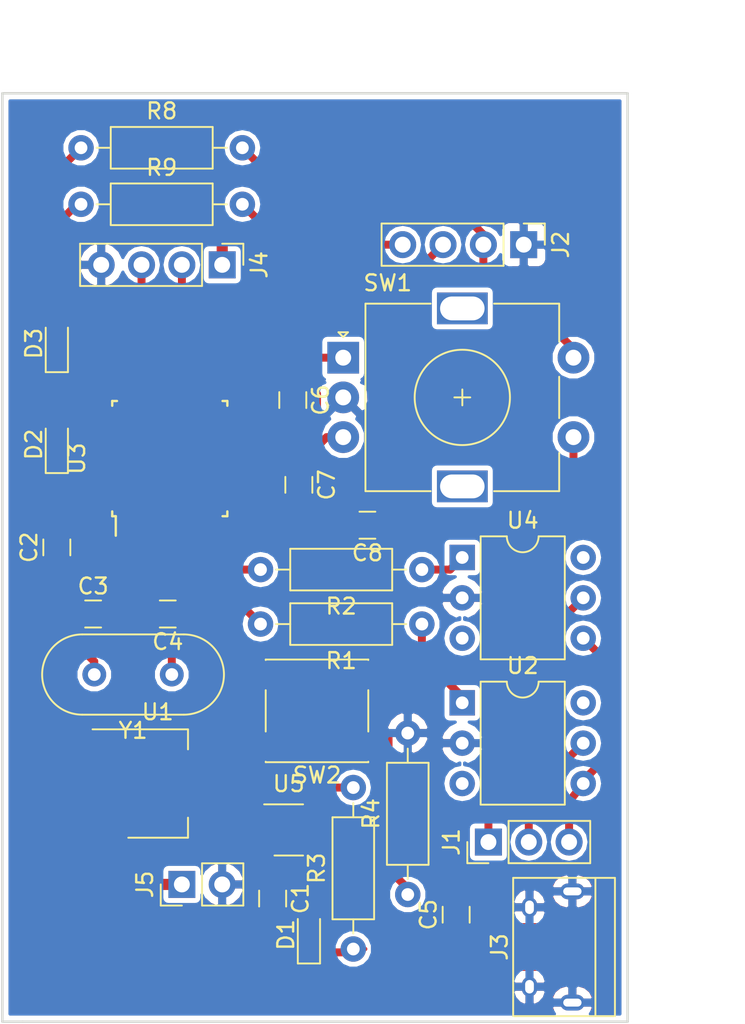
<source format=kicad_pcb>
(kicad_pcb (version 4) (host pcbnew 4.0.6)

  (general
    (links 72)
    (no_connects 0)
    (area 150.419999 60.038 200.652462 123.951001)
    (thickness 1.6)
    (drawings 7)
    (tracks 181)
    (zones 0)
    (modules 30)
    (nets 48)
  )

  (page A4)
  (layers
    (0 F.Cu signal)
    (31 B.Cu signal hide)
    (32 B.Adhes user)
    (33 F.Adhes user)
    (34 B.Paste user)
    (35 F.Paste user)
    (36 B.SilkS user)
    (37 F.SilkS user)
    (38 B.Mask user)
    (39 F.Mask user)
    (40 Dwgs.User user)
    (41 Cmts.User user)
    (42 Eco1.User user)
    (43 Eco2.User user)
    (44 Edge.Cuts user)
    (45 Margin user)
    (46 B.CrtYd user)
    (47 F.CrtYd user)
    (48 B.Fab user)
    (49 F.Fab user)
  )

  (setup
    (last_trace_width 0.25)
    (trace_clearance 0.2)
    (zone_clearance 0.308)
    (zone_45_only no)
    (trace_min 0.2)
    (segment_width 0.2)
    (edge_width 0.15)
    (via_size 0.6)
    (via_drill 0.4)
    (via_min_size 0.4)
    (via_min_drill 0.3)
    (uvia_size 0.3)
    (uvia_drill 0.1)
    (uvias_allowed no)
    (uvia_min_size 0.2)
    (uvia_min_drill 0.1)
    (pcb_text_width 0.3)
    (pcb_text_size 1.5 1.5)
    (mod_edge_width 0.15)
    (mod_text_size 1 1)
    (mod_text_width 0.15)
    (pad_size 1.524 1.524)
    (pad_drill 0.762)
    (pad_to_mask_clearance 0.2)
    (aux_axis_origin 0 0)
    (visible_elements 7FFFFFFF)
    (pcbplotparams
      (layerselection 0x00000_80000001)
      (usegerberextensions false)
      (excludeedgelayer true)
      (linewidth 0.100000)
      (plotframeref false)
      (viasonmask false)
      (mode 1)
      (useauxorigin false)
      (hpglpennumber 1)
      (hpglpenspeed 20)
      (hpglpendiameter 15)
      (hpglpenoverlay 2)
      (psnegative false)
      (psa4output false)
      (plotreference true)
      (plotvalue true)
      (plotinvisibletext false)
      (padsonsilk false)
      (subtractmaskfromsilk false)
      (outputformat 1)
      (mirror false)
      (drillshape 0)
      (scaleselection 1)
      (outputdirectory ""))
  )

  (net 0 "")
  (net 1 Vbat)
  (net 2 GND)
  (net 3 3.3V)
  (net 4 "Net-(C3-Pad1)")
  (net 5 "Net-(C4-Pad1)")
  (net 6 5V)
  (net 7 ENC_1)
  (net 8 ENC_2)
  (net 9 ENC_B)
  (net 10 "Net-(D1-Pad1)")
  (net 11 "Net-(D2-Pad2)")
  (net 12 "Net-(D3-Pad2)")
  (net 13 "Net-(J1-Pad1)")
  (net 14 "Net-(J1-Pad2)")
  (net 15 GNDA)
  (net 16 I2C_SDA)
  (net 17 I2C_SCL)
  (net 18 "Net-(J3-Pad2)")
  (net 19 "Net-(J3-Pad3)")
  (net 20 "Net-(J3-Pad4)")
  (net 21 SWDIO)
  (net 22 SWCLK)
  (net 23 "Net-(R1-Pad1)")
  (net 24 "Net-(R1-Pad2)")
  (net 25 "Net-(R2-Pad1)")
  (net 26 "Net-(R2-Pad2)")
  (net 27 "Net-(R3-Pad2)")
  (net 28 "Net-(R4-Pad1)")
  (net 29 LED_1)
  (net 30 LED_2)
  (net 31 "Net-(SW2-Pad2)")
  (net 32 "Net-(U2-Pad3)")
  (net 33 "Net-(U2-Pad6)")
  (net 34 "Net-(U3-Pad8)")
  (net 35 "Net-(U3-Pad9)")
  (net 36 "Net-(U3-Pad10)")
  (net 37 "Net-(U3-Pad14)")
  (net 38 "Net-(U3-Pad15)")
  (net 39 "Net-(U3-Pad18)")
  (net 40 "Net-(U3-Pad25)")
  (net 41 "Net-(U3-Pad26)")
  (net 42 "Net-(U3-Pad27)")
  (net 43 "Net-(U3-Pad28)")
  (net 44 "Net-(U3-Pad29)")
  (net 45 "Net-(U3-Pad30)")
  (net 46 "Net-(U4-Pad3)")
  (net 47 "Net-(U4-Pad6)")

  (net_class Default "Это класс цепей по умолчанию."
    (clearance 0.2)
    (trace_width 0.25)
    (via_dia 0.6)
    (via_drill 0.4)
    (uvia_dia 0.3)
    (uvia_drill 0.1)
  )

  (net_class 5v ""
    (clearance 0.2)
    (trace_width 0.4)
    (via_dia 0.6)
    (via_drill 0.4)
    (uvia_dia 0.3)
    (uvia_drill 0.1)
    (add_net 5V)
    (add_net GND)
  )

  (net_class all ""
    (clearance 0.2)
    (trace_width 0.5)
    (via_dia 0.6)
    (via_drill 0.4)
    (uvia_dia 0.3)
    (uvia_drill 0.1)
    (add_net ENC_1)
    (add_net ENC_2)
    (add_net ENC_B)
    (add_net GNDA)
    (add_net I2C_SCL)
    (add_net I2C_SDA)
    (add_net LED_1)
    (add_net LED_2)
    (add_net "Net-(C3-Pad1)")
    (add_net "Net-(C4-Pad1)")
    (add_net "Net-(D1-Pad1)")
    (add_net "Net-(D2-Pad2)")
    (add_net "Net-(D3-Pad2)")
    (add_net "Net-(J1-Pad1)")
    (add_net "Net-(J1-Pad2)")
    (add_net "Net-(J3-Pad2)")
    (add_net "Net-(J3-Pad3)")
    (add_net "Net-(J3-Pad4)")
    (add_net "Net-(R1-Pad1)")
    (add_net "Net-(R1-Pad2)")
    (add_net "Net-(R2-Pad1)")
    (add_net "Net-(R2-Pad2)")
    (add_net "Net-(R3-Pad2)")
    (add_net "Net-(R4-Pad1)")
    (add_net "Net-(SW2-Pad2)")
    (add_net "Net-(U2-Pad3)")
    (add_net "Net-(U2-Pad6)")
    (add_net "Net-(U3-Pad10)")
    (add_net "Net-(U3-Pad14)")
    (add_net "Net-(U3-Pad15)")
    (add_net "Net-(U3-Pad18)")
    (add_net "Net-(U3-Pad25)")
    (add_net "Net-(U3-Pad26)")
    (add_net "Net-(U3-Pad27)")
    (add_net "Net-(U3-Pad28)")
    (add_net "Net-(U3-Pad29)")
    (add_net "Net-(U3-Pad30)")
    (add_net "Net-(U3-Pad8)")
    (add_net "Net-(U3-Pad9)")
    (add_net "Net-(U4-Pad3)")
    (add_net "Net-(U4-Pad6)")
    (add_net SWCLK)
    (add_net SWDIO)
  )

  (net_class def1 ""
    (clearance 0.2)
    (trace_width 0.45)
    (via_dia 0.6)
    (via_drill 0.4)
    (uvia_dia 0.3)
    (uvia_drill 0.1)
  )

  (net_class gnd ""
    (clearance 0.2)
    (trace_width 0.25)
    (via_dia 0.6)
    (via_drill 0.4)
    (uvia_dia 0.3)
    (uvia_drill 0.1)
  )

  (net_class power ""
    (clearance 0.2)
    (trace_width 0.5)
    (via_dia 0.6)
    (via_drill 0.4)
    (uvia_dia 0.3)
    (uvia_drill 0.1)
    (add_net 3.3V)
    (add_net Vbat)
  )

  (module Housings_DIP:DIP-6_W7.62mm (layer F.Cu) (tedit 59C78D6B) (tstamp 5BA76E90)
    (at 179.451 103.759)
    (descr "6-lead though-hole mounted DIP package, row spacing 7.62 mm (300 mils)")
    (tags "THT DIP DIL PDIP 2.54mm 7.62mm 300mil")
    (path /5BA575A4)
    (fp_text reference U2 (at 3.81 -2.33) (layer F.SilkS)
      (effects (font (size 1 1) (thickness 0.15)))
    )
    (fp_text value 4N25 (at 3.81 7.41) (layer F.Fab)
      (effects (font (size 1 1) (thickness 0.15)))
    )
    (fp_arc (start 3.81 -1.33) (end 2.81 -1.33) (angle -180) (layer F.SilkS) (width 0.12))
    (fp_line (start 1.635 -1.27) (end 6.985 -1.27) (layer F.Fab) (width 0.1))
    (fp_line (start 6.985 -1.27) (end 6.985 6.35) (layer F.Fab) (width 0.1))
    (fp_line (start 6.985 6.35) (end 0.635 6.35) (layer F.Fab) (width 0.1))
    (fp_line (start 0.635 6.35) (end 0.635 -0.27) (layer F.Fab) (width 0.1))
    (fp_line (start 0.635 -0.27) (end 1.635 -1.27) (layer F.Fab) (width 0.1))
    (fp_line (start 2.81 -1.33) (end 1.16 -1.33) (layer F.SilkS) (width 0.12))
    (fp_line (start 1.16 -1.33) (end 1.16 6.41) (layer F.SilkS) (width 0.12))
    (fp_line (start 1.16 6.41) (end 6.46 6.41) (layer F.SilkS) (width 0.12))
    (fp_line (start 6.46 6.41) (end 6.46 -1.33) (layer F.SilkS) (width 0.12))
    (fp_line (start 6.46 -1.33) (end 4.81 -1.33) (layer F.SilkS) (width 0.12))
    (fp_line (start -1.1 -1.55) (end -1.1 6.6) (layer F.CrtYd) (width 0.05))
    (fp_line (start -1.1 6.6) (end 8.7 6.6) (layer F.CrtYd) (width 0.05))
    (fp_line (start 8.7 6.6) (end 8.7 -1.55) (layer F.CrtYd) (width 0.05))
    (fp_line (start 8.7 -1.55) (end -1.1 -1.55) (layer F.CrtYd) (width 0.05))
    (fp_text user %R (at 3.81 2.54) (layer F.Fab)
      (effects (font (size 1 1) (thickness 0.15)))
    )
    (pad 1 thru_hole rect (at 0 0) (size 1.6 1.6) (drill 0.8) (layers *.Cu *.Mask)
      (net 23 "Net-(R1-Pad1)"))
    (pad 4 thru_hole oval (at 7.62 5.08) (size 1.6 1.6) (drill 0.8) (layers *.Cu *.Mask)
      (net 15 GNDA))
    (pad 2 thru_hole oval (at 0 2.54) (size 1.6 1.6) (drill 0.8) (layers *.Cu *.Mask)
      (net 2 GND))
    (pad 5 thru_hole oval (at 7.62 2.54) (size 1.6 1.6) (drill 0.8) (layers *.Cu *.Mask)
      (net 14 "Net-(J1-Pad2)"))
    (pad 3 thru_hole oval (at 0 5.08) (size 1.6 1.6) (drill 0.8) (layers *.Cu *.Mask)
      (net 32 "Net-(U2-Pad3)"))
    (pad 6 thru_hole oval (at 7.62 0) (size 1.6 1.6) (drill 0.8) (layers *.Cu *.Mask)
      (net 33 "Net-(U2-Pad6)"))
    (model ${KISYS3DMOD}/Housings_DIP.3dshapes/DIP-6_W7.62mm.wrl
      (at (xyz 0 0 0))
      (scale (xyz 1 1 1))
      (rotate (xyz 0 0 0))
    )
  )

  (module Rotary_Encoder:RotaryEncoder_Alps_EC11E-Switch_Vertical_H20mm (layer F.Cu) (tedit 5BA6A436) (tstamp 5BA76E46)
    (at 171.958 82.042)
    (descr "Alps rotary encoder, EC12E... with switch, vertical shaft, http://www.alps.com/prod/info/E/HTML/Encoder/Incremental/EC11/EC11E15204A3.html")
    (tags "rotary encoder")
    (path /5BA64708)
    (fp_text reference SW1 (at 2.8 -4.7) (layer F.SilkS)
      (effects (font (size 1 1) (thickness 0.15)))
    )
    (fp_text value Encoder (at 7.5 10.4) (layer F.Fab)
      (effects (font (size 1 1) (thickness 0.15)))
    )
    (fp_text user %R (at 11.1 6.3) (layer F.Fab)
      (effects (font (size 1 1) (thickness 0.15)))
    )
    (fp_line (start 7 2.5) (end 8 2.5) (layer F.SilkS) (width 0.12))
    (fp_line (start 7.5 2) (end 7.5 3) (layer F.SilkS) (width 0.12))
    (fp_line (start 13.6 6) (end 13.6 8.4) (layer F.SilkS) (width 0.12))
    (fp_line (start 13.6 1.2) (end 13.6 3.8) (layer F.SilkS) (width 0.12))
    (fp_line (start 13.6 -3.4) (end 13.6 -1) (layer F.SilkS) (width 0.12))
    (fp_line (start 4.5 2.5) (end 10.5 2.5) (layer F.Fab) (width 0.12))
    (fp_line (start 7.5 -0.5) (end 7.5 5.5) (layer F.Fab) (width 0.12))
    (fp_line (start 0.3 -1.6) (end 0 -1.3) (layer F.SilkS) (width 0.12))
    (fp_line (start -0.3 -1.6) (end 0.3 -1.6) (layer F.SilkS) (width 0.12))
    (fp_line (start 0 -1.3) (end -0.3 -1.6) (layer F.SilkS) (width 0.12))
    (fp_line (start 1.4 -3.4) (end 1.4 8.4) (layer F.SilkS) (width 0.12))
    (fp_line (start 5.5 -3.4) (end 1.4 -3.4) (layer F.SilkS) (width 0.12))
    (fp_line (start 5.5 8.4) (end 1.4 8.4) (layer F.SilkS) (width 0.12))
    (fp_line (start 13.6 8.4) (end 9.5 8.4) (layer F.SilkS) (width 0.12))
    (fp_line (start 9.5 -3.4) (end 13.6 -3.4) (layer F.SilkS) (width 0.12))
    (fp_line (start 1.5 -2.2) (end 2.5 -3.3) (layer F.Fab) (width 0.12))
    (fp_line (start 1.5 8.3) (end 1.5 -2.2) (layer F.Fab) (width 0.12))
    (fp_line (start 13.5 8.3) (end 1.5 8.3) (layer F.Fab) (width 0.12))
    (fp_line (start 13.5 -3.3) (end 13.5 8.3) (layer F.Fab) (width 0.12))
    (fp_line (start 2.5 -3.3) (end 13.5 -3.3) (layer F.Fab) (width 0.12))
    (fp_line (start -1.5 -4.6) (end 16 -4.6) (layer F.CrtYd) (width 0.05))
    (fp_line (start -1.5 -4.6) (end -1.5 9.6) (layer F.CrtYd) (width 0.05))
    (fp_line (start 16 9.6) (end 16 -4.6) (layer F.CrtYd) (width 0.05))
    (fp_line (start 16 9.6) (end -1.5 9.6) (layer F.CrtYd) (width 0.05))
    (fp_circle (center 7.5 2.5) (end 10.5 2.5) (layer F.SilkS) (width 0.12))
    (fp_circle (center 7.5 2.5) (end 10.5 2.5) (layer F.Fab) (width 0.12))
    (pad 5 thru_hole circle (at 14.5 5) (size 2 2) (drill 1) (layers *.Cu *.Mask)
      (net 9 ENC_B))
    (pad 4 thru_hole circle (at 14.5 0) (size 2 2) (drill 1) (layers *.Cu *.Mask)
      (net 3 3.3V))
    (pad MP thru_hole rect (at 7.5 8.1) (size 3.2 2) (drill oval 2.8 1.5) (layers *.Cu *.Mask))
    (pad MP thru_hole rect (at 7.5 -3.1) (size 3.2 2) (drill oval 2.8 1.5) (layers *.Cu *.Mask))
    (pad 3 thru_hole circle (at 0 5) (size 2 2) (drill 1) (layers *.Cu *.Mask)
      (net 8 ENC_2))
    (pad 2 thru_hole circle (at 0 2.5) (size 2 2) (drill 1) (layers *.Cu *.Mask)
      (net 2 GND))
    (pad 1 thru_hole rect (at 0 0) (size 2 2) (drill 1) (layers *.Cu *.Mask)
      (net 7 ENC_1))
    (model ${KISYS3DMOD}/Rotary_Encoder.3dshapes/RotaryEncoder_Alps_EC11E-Switch_Vertical_H20mm.wrl
      (at (xyz 0 0 0))
      (scale (xyz 1 1 1))
      (rotate (xyz 0 0 0))
    )
  )

  (module Pin_Headers:Pin_Header_Straight_1x03_Pitch2.54mm (layer F.Cu) (tedit 59650532) (tstamp 5BA76D40)
    (at 181.102 112.522 90)
    (descr "Through hole straight pin header, 1x03, 2.54mm pitch, single row")
    (tags "Through hole pin header THT 1x03 2.54mm single row")
    (path /5BA59D1D)
    (fp_text reference J1 (at 0 -2.33 90) (layer F.SilkS)
      (effects (font (size 1 1) (thickness 0.15)))
    )
    (fp_text value CONN_01X03 (at 0 7.41 90) (layer F.Fab)
      (effects (font (size 1 1) (thickness 0.15)))
    )
    (fp_line (start -0.635 -1.27) (end 1.27 -1.27) (layer F.Fab) (width 0.1))
    (fp_line (start 1.27 -1.27) (end 1.27 6.35) (layer F.Fab) (width 0.1))
    (fp_line (start 1.27 6.35) (end -1.27 6.35) (layer F.Fab) (width 0.1))
    (fp_line (start -1.27 6.35) (end -1.27 -0.635) (layer F.Fab) (width 0.1))
    (fp_line (start -1.27 -0.635) (end -0.635 -1.27) (layer F.Fab) (width 0.1))
    (fp_line (start -1.33 6.41) (end 1.33 6.41) (layer F.SilkS) (width 0.12))
    (fp_line (start -1.33 1.27) (end -1.33 6.41) (layer F.SilkS) (width 0.12))
    (fp_line (start 1.33 1.27) (end 1.33 6.41) (layer F.SilkS) (width 0.12))
    (fp_line (start -1.33 1.27) (end 1.33 1.27) (layer F.SilkS) (width 0.12))
    (fp_line (start -1.33 0) (end -1.33 -1.33) (layer F.SilkS) (width 0.12))
    (fp_line (start -1.33 -1.33) (end 0 -1.33) (layer F.SilkS) (width 0.12))
    (fp_line (start -1.8 -1.8) (end -1.8 6.85) (layer F.CrtYd) (width 0.05))
    (fp_line (start -1.8 6.85) (end 1.8 6.85) (layer F.CrtYd) (width 0.05))
    (fp_line (start 1.8 6.85) (end 1.8 -1.8) (layer F.CrtYd) (width 0.05))
    (fp_line (start 1.8 -1.8) (end -1.8 -1.8) (layer F.CrtYd) (width 0.05))
    (fp_text user %R (at 0 2.54 180) (layer F.Fab)
      (effects (font (size 1 1) (thickness 0.15)))
    )
    (pad 1 thru_hole rect (at 0 0 90) (size 1.7 1.7) (drill 1) (layers *.Cu *.Mask)
      (net 13 "Net-(J1-Pad1)"))
    (pad 2 thru_hole oval (at 0 2.54 90) (size 1.7 1.7) (drill 1) (layers *.Cu *.Mask)
      (net 14 "Net-(J1-Pad2)"))
    (pad 3 thru_hole oval (at 0 5.08 90) (size 1.7 1.7) (drill 1) (layers *.Cu *.Mask)
      (net 15 GNDA))
    (model ${KISYS3DMOD}/Pin_Headers.3dshapes/Pin_Header_Straight_1x03_Pitch2.54mm.wrl
      (at (xyz 0 0 0))
      (scale (xyz 1 1 1))
      (rotate (xyz 0 0 0))
    )
  )

  (module Resistors_THT:R_Axial_DIN0207_L6.3mm_D2.5mm_P10.16mm_Horizontal (layer F.Cu) (tedit 5874F706) (tstamp 5BA76DF4)
    (at 176.022 115.824 90)
    (descr "Resistor, Axial_DIN0207 series, Axial, Horizontal, pin pitch=10.16mm, 0.25W = 1/4W, length*diameter=6.3*2.5mm^2, http://cdn-reichelt.de/documents/datenblatt/B400/1_4W%23YAG.pdf")
    (tags "Resistor Axial_DIN0207 series Axial Horizontal pin pitch 10.16mm 0.25W = 1/4W length 6.3mm diameter 2.5mm")
    (path /5BA5CA03)
    (fp_text reference R4 (at 5.08 -2.31 90) (layer F.SilkS)
      (effects (font (size 1 1) (thickness 0.15)))
    )
    (fp_text value 2k (at 5.08 2.31 90) (layer F.Fab)
      (effects (font (size 1 1) (thickness 0.15)))
    )
    (fp_line (start 1.93 -1.25) (end 1.93 1.25) (layer F.Fab) (width 0.1))
    (fp_line (start 1.93 1.25) (end 8.23 1.25) (layer F.Fab) (width 0.1))
    (fp_line (start 8.23 1.25) (end 8.23 -1.25) (layer F.Fab) (width 0.1))
    (fp_line (start 8.23 -1.25) (end 1.93 -1.25) (layer F.Fab) (width 0.1))
    (fp_line (start 0 0) (end 1.93 0) (layer F.Fab) (width 0.1))
    (fp_line (start 10.16 0) (end 8.23 0) (layer F.Fab) (width 0.1))
    (fp_line (start 1.87 -1.31) (end 1.87 1.31) (layer F.SilkS) (width 0.12))
    (fp_line (start 1.87 1.31) (end 8.29 1.31) (layer F.SilkS) (width 0.12))
    (fp_line (start 8.29 1.31) (end 8.29 -1.31) (layer F.SilkS) (width 0.12))
    (fp_line (start 8.29 -1.31) (end 1.87 -1.31) (layer F.SilkS) (width 0.12))
    (fp_line (start 0.98 0) (end 1.87 0) (layer F.SilkS) (width 0.12))
    (fp_line (start 9.18 0) (end 8.29 0) (layer F.SilkS) (width 0.12))
    (fp_line (start -1.05 -1.6) (end -1.05 1.6) (layer F.CrtYd) (width 0.05))
    (fp_line (start -1.05 1.6) (end 11.25 1.6) (layer F.CrtYd) (width 0.05))
    (fp_line (start 11.25 1.6) (end 11.25 -1.6) (layer F.CrtYd) (width 0.05))
    (fp_line (start 11.25 -1.6) (end -1.05 -1.6) (layer F.CrtYd) (width 0.05))
    (pad 1 thru_hole circle (at 0 0 90) (size 1.6 1.6) (drill 0.8) (layers *.Cu *.Mask)
      (net 28 "Net-(R4-Pad1)"))
    (pad 2 thru_hole oval (at 10.16 0 90) (size 1.6 1.6) (drill 0.8) (layers *.Cu *.Mask)
      (net 2 GND))
    (model ${KISYS3DMOD}/Resistors_THT.3dshapes/R_Axial_DIN0207_L6.3mm_D2.5mm_P10.16mm_Horizontal.wrl
      (at (xyz 0 0 0))
      (scale (xyz 0.393701 0.393701 0.393701))
      (rotate (xyz 0 0 0))
    )
  )

  (module Pin_Headers:Pin_Header_Straight_1x04_Pitch2.54mm (layer F.Cu) (tedit 59650532) (tstamp 5BA76D58)
    (at 183.3245 74.93 270)
    (descr "Through hole straight pin header, 1x04, 2.54mm pitch, single row")
    (tags "Through hole pin header THT 1x04 2.54mm single row")
    (path /5BA56F7F)
    (fp_text reference J2 (at 0 -2.33 270) (layer F.SilkS)
      (effects (font (size 1 1) (thickness 0.15)))
    )
    (fp_text value CONN_01X04 (at 0 9.95 270) (layer F.Fab)
      (effects (font (size 1 1) (thickness 0.15)))
    )
    (fp_line (start -0.635 -1.27) (end 1.27 -1.27) (layer F.Fab) (width 0.1))
    (fp_line (start 1.27 -1.27) (end 1.27 8.89) (layer F.Fab) (width 0.1))
    (fp_line (start 1.27 8.89) (end -1.27 8.89) (layer F.Fab) (width 0.1))
    (fp_line (start -1.27 8.89) (end -1.27 -0.635) (layer F.Fab) (width 0.1))
    (fp_line (start -1.27 -0.635) (end -0.635 -1.27) (layer F.Fab) (width 0.1))
    (fp_line (start -1.33 8.95) (end 1.33 8.95) (layer F.SilkS) (width 0.12))
    (fp_line (start -1.33 1.27) (end -1.33 8.95) (layer F.SilkS) (width 0.12))
    (fp_line (start 1.33 1.27) (end 1.33 8.95) (layer F.SilkS) (width 0.12))
    (fp_line (start -1.33 1.27) (end 1.33 1.27) (layer F.SilkS) (width 0.12))
    (fp_line (start -1.33 0) (end -1.33 -1.33) (layer F.SilkS) (width 0.12))
    (fp_line (start -1.33 -1.33) (end 0 -1.33) (layer F.SilkS) (width 0.12))
    (fp_line (start -1.8 -1.8) (end -1.8 9.4) (layer F.CrtYd) (width 0.05))
    (fp_line (start -1.8 9.4) (end 1.8 9.4) (layer F.CrtYd) (width 0.05))
    (fp_line (start 1.8 9.4) (end 1.8 -1.8) (layer F.CrtYd) (width 0.05))
    (fp_line (start 1.8 -1.8) (end -1.8 -1.8) (layer F.CrtYd) (width 0.05))
    (fp_text user %R (at 0 3.81 360) (layer F.Fab)
      (effects (font (size 1 1) (thickness 0.15)))
    )
    (pad 1 thru_hole rect (at 0 0 270) (size 1.7 1.7) (drill 1) (layers *.Cu *.Mask)
      (net 2 GND))
    (pad 2 thru_hole oval (at 0 2.54 270) (size 1.7 1.7) (drill 1) (layers *.Cu *.Mask)
      (net 3 3.3V))
    (pad 3 thru_hole oval (at 0 5.08 270) (size 1.7 1.7) (drill 1) (layers *.Cu *.Mask)
      (net 17 I2C_SCL))
    (pad 4 thru_hole oval (at 0 7.62 270) (size 1.7 1.7) (drill 1) (layers *.Cu *.Mask)
      (net 16 I2C_SDA))
    (model ${KISYS3DMOD}/Pin_Headers.3dshapes/Pin_Header_Straight_1x04_Pitch2.54mm.wrl
      (at (xyz 0 0 0))
      (scale (xyz 1 1 1))
      (rotate (xyz 0 0 0))
    )
  )

  (module Capacitors_SMD:C_0805_HandSoldering (layer F.Cu) (tedit 58AA84A8) (tstamp 5BA76C70)
    (at 167.513 116.078 270)
    (descr "Capacitor SMD 0805, hand soldering")
    (tags "capacitor 0805")
    (path /5BA5AB83)
    (attr smd)
    (fp_text reference C1 (at 0 -1.75 270) (layer F.SilkS)
      (effects (font (size 1 1) (thickness 0.15)))
    )
    (fp_text value 10uF (at 0 1.75 270) (layer F.Fab)
      (effects (font (size 1 1) (thickness 0.15)))
    )
    (fp_text user %R (at 0 -1.75 270) (layer F.Fab)
      (effects (font (size 1 1) (thickness 0.15)))
    )
    (fp_line (start -1 0.62) (end -1 -0.62) (layer F.Fab) (width 0.1))
    (fp_line (start 1 0.62) (end -1 0.62) (layer F.Fab) (width 0.1))
    (fp_line (start 1 -0.62) (end 1 0.62) (layer F.Fab) (width 0.1))
    (fp_line (start -1 -0.62) (end 1 -0.62) (layer F.Fab) (width 0.1))
    (fp_line (start 0.5 -0.85) (end -0.5 -0.85) (layer F.SilkS) (width 0.12))
    (fp_line (start -0.5 0.85) (end 0.5 0.85) (layer F.SilkS) (width 0.12))
    (fp_line (start -2.25 -0.88) (end 2.25 -0.88) (layer F.CrtYd) (width 0.05))
    (fp_line (start -2.25 -0.88) (end -2.25 0.87) (layer F.CrtYd) (width 0.05))
    (fp_line (start 2.25 0.87) (end 2.25 -0.88) (layer F.CrtYd) (width 0.05))
    (fp_line (start 2.25 0.87) (end -2.25 0.87) (layer F.CrtYd) (width 0.05))
    (pad 1 smd rect (at -1.25 0 270) (size 1.5 1.25) (layers F.Cu F.Paste F.Mask)
      (net 1 Vbat))
    (pad 2 smd rect (at 1.25 0 270) (size 1.5 1.25) (layers F.Cu F.Paste F.Mask)
      (net 2 GND))
    (model Capacitors_SMD.3dshapes/C_0805.wrl
      (at (xyz 0 0 0))
      (scale (xyz 1 1 1))
      (rotate (xyz 0 0 0))
    )
  )

  (module Capacitors_SMD:C_0805_HandSoldering (layer F.Cu) (tedit 58AA84A8) (tstamp 5BA76C81)
    (at 153.924 93.98 90)
    (descr "Capacitor SMD 0805, hand soldering")
    (tags "capacitor 0805")
    (path /5BA5A93F)
    (attr smd)
    (fp_text reference C2 (at 0 -1.75 90) (layer F.SilkS)
      (effects (font (size 1 1) (thickness 0.15)))
    )
    (fp_text value 22uF (at 0 1.75 90) (layer F.Fab)
      (effects (font (size 1 1) (thickness 0.15)))
    )
    (fp_text user %R (at 0 -1.75 90) (layer F.Fab)
      (effects (font (size 1 1) (thickness 0.15)))
    )
    (fp_line (start -1 0.62) (end -1 -0.62) (layer F.Fab) (width 0.1))
    (fp_line (start 1 0.62) (end -1 0.62) (layer F.Fab) (width 0.1))
    (fp_line (start 1 -0.62) (end 1 0.62) (layer F.Fab) (width 0.1))
    (fp_line (start -1 -0.62) (end 1 -0.62) (layer F.Fab) (width 0.1))
    (fp_line (start 0.5 -0.85) (end -0.5 -0.85) (layer F.SilkS) (width 0.12))
    (fp_line (start -0.5 0.85) (end 0.5 0.85) (layer F.SilkS) (width 0.12))
    (fp_line (start -2.25 -0.88) (end 2.25 -0.88) (layer F.CrtYd) (width 0.05))
    (fp_line (start -2.25 -0.88) (end -2.25 0.87) (layer F.CrtYd) (width 0.05))
    (fp_line (start 2.25 0.87) (end 2.25 -0.88) (layer F.CrtYd) (width 0.05))
    (fp_line (start 2.25 0.87) (end -2.25 0.87) (layer F.CrtYd) (width 0.05))
    (pad 1 smd rect (at -1.25 0 90) (size 1.5 1.25) (layers F.Cu F.Paste F.Mask)
      (net 3 3.3V))
    (pad 2 smd rect (at 1.25 0 90) (size 1.5 1.25) (layers F.Cu F.Paste F.Mask)
      (net 2 GND))
    (model Capacitors_SMD.3dshapes/C_0805.wrl
      (at (xyz 0 0 0))
      (scale (xyz 1 1 1))
      (rotate (xyz 0 0 0))
    )
  )

  (module Capacitors_SMD:C_0805_HandSoldering (layer F.Cu) (tedit 58AA84A8) (tstamp 5BA76C92)
    (at 156.21 98.171)
    (descr "Capacitor SMD 0805, hand soldering")
    (tags "capacitor 0805")
    (path /5BA571F1)
    (attr smd)
    (fp_text reference C3 (at 0 -1.75) (layer F.SilkS)
      (effects (font (size 1 1) (thickness 0.15)))
    )
    (fp_text value 20pF (at 0 1.75) (layer F.Fab)
      (effects (font (size 1 1) (thickness 0.15)))
    )
    (fp_text user %R (at 0 -1.75) (layer F.Fab)
      (effects (font (size 1 1) (thickness 0.15)))
    )
    (fp_line (start -1 0.62) (end -1 -0.62) (layer F.Fab) (width 0.1))
    (fp_line (start 1 0.62) (end -1 0.62) (layer F.Fab) (width 0.1))
    (fp_line (start 1 -0.62) (end 1 0.62) (layer F.Fab) (width 0.1))
    (fp_line (start -1 -0.62) (end 1 -0.62) (layer F.Fab) (width 0.1))
    (fp_line (start 0.5 -0.85) (end -0.5 -0.85) (layer F.SilkS) (width 0.12))
    (fp_line (start -0.5 0.85) (end 0.5 0.85) (layer F.SilkS) (width 0.12))
    (fp_line (start -2.25 -0.88) (end 2.25 -0.88) (layer F.CrtYd) (width 0.05))
    (fp_line (start -2.25 -0.88) (end -2.25 0.87) (layer F.CrtYd) (width 0.05))
    (fp_line (start 2.25 0.87) (end 2.25 -0.88) (layer F.CrtYd) (width 0.05))
    (fp_line (start 2.25 0.87) (end -2.25 0.87) (layer F.CrtYd) (width 0.05))
    (pad 1 smd rect (at -1.25 0) (size 1.5 1.25) (layers F.Cu F.Paste F.Mask)
      (net 4 "Net-(C3-Pad1)"))
    (pad 2 smd rect (at 1.25 0) (size 1.5 1.25) (layers F.Cu F.Paste F.Mask)
      (net 2 GND))
    (model Capacitors_SMD.3dshapes/C_0805.wrl
      (at (xyz 0 0 0))
      (scale (xyz 1 1 1))
      (rotate (xyz 0 0 0))
    )
  )

  (module Capacitors_SMD:C_0805_HandSoldering (layer F.Cu) (tedit 58AA84A8) (tstamp 5BA76CA3)
    (at 160.909 98.171 180)
    (descr "Capacitor SMD 0805, hand soldering")
    (tags "capacitor 0805")
    (path /5BA57236)
    (attr smd)
    (fp_text reference C4 (at 0 -1.75 180) (layer F.SilkS)
      (effects (font (size 1 1) (thickness 0.15)))
    )
    (fp_text value 20pF (at 0 1.75 180) (layer F.Fab)
      (effects (font (size 1 1) (thickness 0.15)))
    )
    (fp_text user %R (at 0 -1.75 180) (layer F.Fab)
      (effects (font (size 1 1) (thickness 0.15)))
    )
    (fp_line (start -1 0.62) (end -1 -0.62) (layer F.Fab) (width 0.1))
    (fp_line (start 1 0.62) (end -1 0.62) (layer F.Fab) (width 0.1))
    (fp_line (start 1 -0.62) (end 1 0.62) (layer F.Fab) (width 0.1))
    (fp_line (start -1 -0.62) (end 1 -0.62) (layer F.Fab) (width 0.1))
    (fp_line (start 0.5 -0.85) (end -0.5 -0.85) (layer F.SilkS) (width 0.12))
    (fp_line (start -0.5 0.85) (end 0.5 0.85) (layer F.SilkS) (width 0.12))
    (fp_line (start -2.25 -0.88) (end 2.25 -0.88) (layer F.CrtYd) (width 0.05))
    (fp_line (start -2.25 -0.88) (end -2.25 0.87) (layer F.CrtYd) (width 0.05))
    (fp_line (start 2.25 0.87) (end 2.25 -0.88) (layer F.CrtYd) (width 0.05))
    (fp_line (start 2.25 0.87) (end -2.25 0.87) (layer F.CrtYd) (width 0.05))
    (pad 1 smd rect (at -1.25 0 180) (size 1.5 1.25) (layers F.Cu F.Paste F.Mask)
      (net 5 "Net-(C4-Pad1)"))
    (pad 2 smd rect (at 1.25 0 180) (size 1.5 1.25) (layers F.Cu F.Paste F.Mask)
      (net 2 GND))
    (model Capacitors_SMD.3dshapes/C_0805.wrl
      (at (xyz 0 0 0))
      (scale (xyz 1 1 1))
      (rotate (xyz 0 0 0))
    )
  )

  (module Capacitors_SMD:C_0805_HandSoldering (layer F.Cu) (tedit 58AA84A8) (tstamp 5BA76CB4)
    (at 179.07 117.094 90)
    (descr "Capacitor SMD 0805, hand soldering")
    (tags "capacitor 0805")
    (path /5BA5DA5C)
    (attr smd)
    (fp_text reference C5 (at 0 -1.75 90) (layer F.SilkS)
      (effects (font (size 1 1) (thickness 0.15)))
    )
    (fp_text value 4.7uF (at 0 1.75 90) (layer F.Fab)
      (effects (font (size 1 1) (thickness 0.15)))
    )
    (fp_text user %R (at 0 -1.75 90) (layer F.Fab)
      (effects (font (size 1 1) (thickness 0.15)))
    )
    (fp_line (start -1 0.62) (end -1 -0.62) (layer F.Fab) (width 0.1))
    (fp_line (start 1 0.62) (end -1 0.62) (layer F.Fab) (width 0.1))
    (fp_line (start 1 -0.62) (end 1 0.62) (layer F.Fab) (width 0.1))
    (fp_line (start -1 -0.62) (end 1 -0.62) (layer F.Fab) (width 0.1))
    (fp_line (start 0.5 -0.85) (end -0.5 -0.85) (layer F.SilkS) (width 0.12))
    (fp_line (start -0.5 0.85) (end 0.5 0.85) (layer F.SilkS) (width 0.12))
    (fp_line (start -2.25 -0.88) (end 2.25 -0.88) (layer F.CrtYd) (width 0.05))
    (fp_line (start -2.25 -0.88) (end -2.25 0.87) (layer F.CrtYd) (width 0.05))
    (fp_line (start 2.25 0.87) (end 2.25 -0.88) (layer F.CrtYd) (width 0.05))
    (fp_line (start 2.25 0.87) (end -2.25 0.87) (layer F.CrtYd) (width 0.05))
    (pad 1 smd rect (at -1.25 0 90) (size 1.5 1.25) (layers F.Cu F.Paste F.Mask)
      (net 6 5V))
    (pad 2 smd rect (at 1.25 0 90) (size 1.5 1.25) (layers F.Cu F.Paste F.Mask)
      (net 2 GND))
    (model Capacitors_SMD.3dshapes/C_0805.wrl
      (at (xyz 0 0 0))
      (scale (xyz 1 1 1))
      (rotate (xyz 0 0 0))
    )
  )

  (module Capacitors_SMD:C_0805_HandSoldering (layer F.Cu) (tedit 58AA84A8) (tstamp 5BA76CC5)
    (at 168.783 84.709 270)
    (descr "Capacitor SMD 0805, hand soldering")
    (tags "capacitor 0805")
    (path /5BA648D0)
    (attr smd)
    (fp_text reference C6 (at 0 -1.75 270) (layer F.SilkS)
      (effects (font (size 1 1) (thickness 0.15)))
    )
    (fp_text value 100nF (at 0 1.75 270) (layer F.Fab)
      (effects (font (size 1 1) (thickness 0.15)))
    )
    (fp_text user %R (at 0 -1.75 270) (layer F.Fab)
      (effects (font (size 1 1) (thickness 0.15)))
    )
    (fp_line (start -1 0.62) (end -1 -0.62) (layer F.Fab) (width 0.1))
    (fp_line (start 1 0.62) (end -1 0.62) (layer F.Fab) (width 0.1))
    (fp_line (start 1 -0.62) (end 1 0.62) (layer F.Fab) (width 0.1))
    (fp_line (start -1 -0.62) (end 1 -0.62) (layer F.Fab) (width 0.1))
    (fp_line (start 0.5 -0.85) (end -0.5 -0.85) (layer F.SilkS) (width 0.12))
    (fp_line (start -0.5 0.85) (end 0.5 0.85) (layer F.SilkS) (width 0.12))
    (fp_line (start -2.25 -0.88) (end 2.25 -0.88) (layer F.CrtYd) (width 0.05))
    (fp_line (start -2.25 -0.88) (end -2.25 0.87) (layer F.CrtYd) (width 0.05))
    (fp_line (start 2.25 0.87) (end 2.25 -0.88) (layer F.CrtYd) (width 0.05))
    (fp_line (start 2.25 0.87) (end -2.25 0.87) (layer F.CrtYd) (width 0.05))
    (pad 1 smd rect (at -1.25 0 270) (size 1.5 1.25) (layers F.Cu F.Paste F.Mask)
      (net 7 ENC_1))
    (pad 2 smd rect (at 1.25 0 270) (size 1.5 1.25) (layers F.Cu F.Paste F.Mask)
      (net 2 GND))
    (model Capacitors_SMD.3dshapes/C_0805.wrl
      (at (xyz 0 0 0))
      (scale (xyz 1 1 1))
      (rotate (xyz 0 0 0))
    )
  )

  (module Capacitors_SMD:C_0805_HandSoldering (layer F.Cu) (tedit 58AA84A8) (tstamp 5BA76CD6)
    (at 169.164 90.043 270)
    (descr "Capacitor SMD 0805, hand soldering")
    (tags "capacitor 0805")
    (path /5BA64869)
    (attr smd)
    (fp_text reference C7 (at 0 -1.75 270) (layer F.SilkS)
      (effects (font (size 1 1) (thickness 0.15)))
    )
    (fp_text value 100nF (at 0 1.75 270) (layer F.Fab)
      (effects (font (size 1 1) (thickness 0.15)))
    )
    (fp_text user %R (at 0 -1.75 270) (layer F.Fab)
      (effects (font (size 1 1) (thickness 0.15)))
    )
    (fp_line (start -1 0.62) (end -1 -0.62) (layer F.Fab) (width 0.1))
    (fp_line (start 1 0.62) (end -1 0.62) (layer F.Fab) (width 0.1))
    (fp_line (start 1 -0.62) (end 1 0.62) (layer F.Fab) (width 0.1))
    (fp_line (start -1 -0.62) (end 1 -0.62) (layer F.Fab) (width 0.1))
    (fp_line (start 0.5 -0.85) (end -0.5 -0.85) (layer F.SilkS) (width 0.12))
    (fp_line (start -0.5 0.85) (end 0.5 0.85) (layer F.SilkS) (width 0.12))
    (fp_line (start -2.25 -0.88) (end 2.25 -0.88) (layer F.CrtYd) (width 0.05))
    (fp_line (start -2.25 -0.88) (end -2.25 0.87) (layer F.CrtYd) (width 0.05))
    (fp_line (start 2.25 0.87) (end 2.25 -0.88) (layer F.CrtYd) (width 0.05))
    (fp_line (start 2.25 0.87) (end -2.25 0.87) (layer F.CrtYd) (width 0.05))
    (pad 1 smd rect (at -1.25 0 270) (size 1.5 1.25) (layers F.Cu F.Paste F.Mask)
      (net 8 ENC_2))
    (pad 2 smd rect (at 1.25 0 270) (size 1.5 1.25) (layers F.Cu F.Paste F.Mask)
      (net 2 GND))
    (model Capacitors_SMD.3dshapes/C_0805.wrl
      (at (xyz 0 0 0))
      (scale (xyz 1 1 1))
      (rotate (xyz 0 0 0))
    )
  )

  (module Capacitors_SMD:C_0805_HandSoldering (layer F.Cu) (tedit 58AA84A8) (tstamp 5BA76CE7)
    (at 173.482 92.583 180)
    (descr "Capacitor SMD 0805, hand soldering")
    (tags "capacitor 0805")
    (path /5BA66FE9)
    (attr smd)
    (fp_text reference C8 (at 0 -1.75 180) (layer F.SilkS)
      (effects (font (size 1 1) (thickness 0.15)))
    )
    (fp_text value 100nF (at 0 1.75 180) (layer F.Fab)
      (effects (font (size 1 1) (thickness 0.15)))
    )
    (fp_text user %R (at 0 -1.75 180) (layer F.Fab)
      (effects (font (size 1 1) (thickness 0.15)))
    )
    (fp_line (start -1 0.62) (end -1 -0.62) (layer F.Fab) (width 0.1))
    (fp_line (start 1 0.62) (end -1 0.62) (layer F.Fab) (width 0.1))
    (fp_line (start 1 -0.62) (end 1 0.62) (layer F.Fab) (width 0.1))
    (fp_line (start -1 -0.62) (end 1 -0.62) (layer F.Fab) (width 0.1))
    (fp_line (start 0.5 -0.85) (end -0.5 -0.85) (layer F.SilkS) (width 0.12))
    (fp_line (start -0.5 0.85) (end 0.5 0.85) (layer F.SilkS) (width 0.12))
    (fp_line (start -2.25 -0.88) (end 2.25 -0.88) (layer F.CrtYd) (width 0.05))
    (fp_line (start -2.25 -0.88) (end -2.25 0.87) (layer F.CrtYd) (width 0.05))
    (fp_line (start 2.25 0.87) (end 2.25 -0.88) (layer F.CrtYd) (width 0.05))
    (fp_line (start 2.25 0.87) (end -2.25 0.87) (layer F.CrtYd) (width 0.05))
    (pad 1 smd rect (at -1.25 0 180) (size 1.5 1.25) (layers F.Cu F.Paste F.Mask)
      (net 9 ENC_B))
    (pad 2 smd rect (at 1.25 0 180) (size 1.5 1.25) (layers F.Cu F.Paste F.Mask)
      (net 2 GND))
    (model Capacitors_SMD.3dshapes/C_0805.wrl
      (at (xyz 0 0 0))
      (scale (xyz 1 1 1))
      (rotate (xyz 0 0 0))
    )
  )

  (module LEDs:LED_0805 (layer F.Cu) (tedit 59959803) (tstamp 5BA76CFD)
    (at 169.799 118.364 90)
    (descr "LED 0805 smd package")
    (tags "LED led 0805 SMD smd SMT smt smdled SMDLED smtled SMTLED")
    (path /5BA5D192)
    (attr smd)
    (fp_text reference D1 (at 0 -1.45 90) (layer F.SilkS)
      (effects (font (size 1 1) (thickness 0.15)))
    )
    (fp_text value LED (at 0 1.55 90) (layer F.Fab)
      (effects (font (size 1 1) (thickness 0.15)))
    )
    (fp_line (start -1.8 -0.7) (end -1.8 0.7) (layer F.SilkS) (width 0.12))
    (fp_line (start -0.4 -0.4) (end -0.4 0.4) (layer F.Fab) (width 0.1))
    (fp_line (start -0.4 0) (end 0.2 -0.4) (layer F.Fab) (width 0.1))
    (fp_line (start 0.2 0.4) (end -0.4 0) (layer F.Fab) (width 0.1))
    (fp_line (start 0.2 -0.4) (end 0.2 0.4) (layer F.Fab) (width 0.1))
    (fp_line (start 1 0.6) (end -1 0.6) (layer F.Fab) (width 0.1))
    (fp_line (start 1 -0.6) (end 1 0.6) (layer F.Fab) (width 0.1))
    (fp_line (start -1 -0.6) (end 1 -0.6) (layer F.Fab) (width 0.1))
    (fp_line (start -1 0.6) (end -1 -0.6) (layer F.Fab) (width 0.1))
    (fp_line (start -1.8 0.7) (end 1 0.7) (layer F.SilkS) (width 0.12))
    (fp_line (start -1.8 -0.7) (end 1 -0.7) (layer F.SilkS) (width 0.12))
    (fp_line (start 1.95 -0.85) (end 1.95 0.85) (layer F.CrtYd) (width 0.05))
    (fp_line (start 1.95 0.85) (end -1.95 0.85) (layer F.CrtYd) (width 0.05))
    (fp_line (start -1.95 0.85) (end -1.95 -0.85) (layer F.CrtYd) (width 0.05))
    (fp_line (start -1.95 -0.85) (end 1.95 -0.85) (layer F.CrtYd) (width 0.05))
    (fp_text user %R (at 0 -1.25 90) (layer F.Fab)
      (effects (font (size 0.4 0.4) (thickness 0.1)))
    )
    (pad 2 smd rect (at 1.1 0 270) (size 1.2 1.2) (layers F.Cu F.Paste F.Mask)
      (net 6 5V))
    (pad 1 smd rect (at -1.1 0 270) (size 1.2 1.2) (layers F.Cu F.Paste F.Mask)
      (net 10 "Net-(D1-Pad1)"))
    (model ${KISYS3DMOD}/LEDs.3dshapes/LED_0805.wrl
      (at (xyz 0 0 0))
      (scale (xyz 1 1 1))
      (rotate (xyz 0 0 180))
    )
  )

  (module LEDs:LED_0805 (layer F.Cu) (tedit 59959803) (tstamp 5BA76D13)
    (at 153.924 87.503 90)
    (descr "LED 0805 smd package")
    (tags "LED led 0805 SMD smd SMT smt smdled SMDLED smtled SMTLED")
    (path /5BA6BBDA)
    (attr smd)
    (fp_text reference D2 (at 0 -1.45 90) (layer F.SilkS)
      (effects (font (size 1 1) (thickness 0.15)))
    )
    (fp_text value LED (at 0 1.55 90) (layer F.Fab)
      (effects (font (size 1 1) (thickness 0.15)))
    )
    (fp_line (start -1.8 -0.7) (end -1.8 0.7) (layer F.SilkS) (width 0.12))
    (fp_line (start -0.4 -0.4) (end -0.4 0.4) (layer F.Fab) (width 0.1))
    (fp_line (start -0.4 0) (end 0.2 -0.4) (layer F.Fab) (width 0.1))
    (fp_line (start 0.2 0.4) (end -0.4 0) (layer F.Fab) (width 0.1))
    (fp_line (start 0.2 -0.4) (end 0.2 0.4) (layer F.Fab) (width 0.1))
    (fp_line (start 1 0.6) (end -1 0.6) (layer F.Fab) (width 0.1))
    (fp_line (start 1 -0.6) (end 1 0.6) (layer F.Fab) (width 0.1))
    (fp_line (start -1 -0.6) (end 1 -0.6) (layer F.Fab) (width 0.1))
    (fp_line (start -1 0.6) (end -1 -0.6) (layer F.Fab) (width 0.1))
    (fp_line (start -1.8 0.7) (end 1 0.7) (layer F.SilkS) (width 0.12))
    (fp_line (start -1.8 -0.7) (end 1 -0.7) (layer F.SilkS) (width 0.12))
    (fp_line (start 1.95 -0.85) (end 1.95 0.85) (layer F.CrtYd) (width 0.05))
    (fp_line (start 1.95 0.85) (end -1.95 0.85) (layer F.CrtYd) (width 0.05))
    (fp_line (start -1.95 0.85) (end -1.95 -0.85) (layer F.CrtYd) (width 0.05))
    (fp_line (start -1.95 -0.85) (end 1.95 -0.85) (layer F.CrtYd) (width 0.05))
    (fp_text user %R (at 0 -1.25 90) (layer F.Fab)
      (effects (font (size 0.4 0.4) (thickness 0.1)))
    )
    (pad 2 smd rect (at 1.1 0 270) (size 1.2 1.2) (layers F.Cu F.Paste F.Mask)
      (net 11 "Net-(D2-Pad2)"))
    (pad 1 smd rect (at -1.1 0 270) (size 1.2 1.2) (layers F.Cu F.Paste F.Mask)
      (net 2 GND))
    (model ${KISYS3DMOD}/LEDs.3dshapes/LED_0805.wrl
      (at (xyz 0 0 0))
      (scale (xyz 1 1 1))
      (rotate (xyz 0 0 180))
    )
  )

  (module LEDs:LED_0805 (layer F.Cu) (tedit 59959803) (tstamp 5BA76D29)
    (at 153.924 81.153 90)
    (descr "LED 0805 smd package")
    (tags "LED led 0805 SMD smd SMT smt smdled SMDLED smtled SMTLED")
    (path /5BA6B784)
    (attr smd)
    (fp_text reference D3 (at 0 -1.45 90) (layer F.SilkS)
      (effects (font (size 1 1) (thickness 0.15)))
    )
    (fp_text value LED (at 0 1.55 90) (layer F.Fab)
      (effects (font (size 1 1) (thickness 0.15)))
    )
    (fp_line (start -1.8 -0.7) (end -1.8 0.7) (layer F.SilkS) (width 0.12))
    (fp_line (start -0.4 -0.4) (end -0.4 0.4) (layer F.Fab) (width 0.1))
    (fp_line (start -0.4 0) (end 0.2 -0.4) (layer F.Fab) (width 0.1))
    (fp_line (start 0.2 0.4) (end -0.4 0) (layer F.Fab) (width 0.1))
    (fp_line (start 0.2 -0.4) (end 0.2 0.4) (layer F.Fab) (width 0.1))
    (fp_line (start 1 0.6) (end -1 0.6) (layer F.Fab) (width 0.1))
    (fp_line (start 1 -0.6) (end 1 0.6) (layer F.Fab) (width 0.1))
    (fp_line (start -1 -0.6) (end 1 -0.6) (layer F.Fab) (width 0.1))
    (fp_line (start -1 0.6) (end -1 -0.6) (layer F.Fab) (width 0.1))
    (fp_line (start -1.8 0.7) (end 1 0.7) (layer F.SilkS) (width 0.12))
    (fp_line (start -1.8 -0.7) (end 1 -0.7) (layer F.SilkS) (width 0.12))
    (fp_line (start 1.95 -0.85) (end 1.95 0.85) (layer F.CrtYd) (width 0.05))
    (fp_line (start 1.95 0.85) (end -1.95 0.85) (layer F.CrtYd) (width 0.05))
    (fp_line (start -1.95 0.85) (end -1.95 -0.85) (layer F.CrtYd) (width 0.05))
    (fp_line (start -1.95 -0.85) (end 1.95 -0.85) (layer F.CrtYd) (width 0.05))
    (fp_text user %R (at 0 -1.25 90) (layer F.Fab)
      (effects (font (size 0.4 0.4) (thickness 0.1)))
    )
    (pad 2 smd rect (at 1.1 0 270) (size 1.2 1.2) (layers F.Cu F.Paste F.Mask)
      (net 12 "Net-(D3-Pad2)"))
    (pad 1 smd rect (at -1.1 0 270) (size 1.2 1.2) (layers F.Cu F.Paste F.Mask)
      (net 2 GND))
    (model ${KISYS3DMOD}/LEDs.3dshapes/LED_0805.wrl
      (at (xyz 0 0 0))
      (scale (xyz 1 1 1))
      (rotate (xyz 0 0 180))
    )
  )

  (module Connectors:USB_Micro-B (layer F.Cu) (tedit 5543E447) (tstamp 5BA76D6E)
    (at 185.039 119.126 90)
    (descr "Micro USB Type B Receptacle")
    (tags "USB USB_B USB_micro USB_OTG")
    (path /5BA5C854)
    (attr smd)
    (fp_text reference J3 (at 0 -3.24 90) (layer F.SilkS)
      (effects (font (size 1 1) (thickness 0.15)))
    )
    (fp_text value USB_OTG (at 0 5.01 90) (layer F.Fab)
      (effects (font (size 1 1) (thickness 0.15)))
    )
    (fp_line (start -4.6 -2.59) (end 4.6 -2.59) (layer F.CrtYd) (width 0.05))
    (fp_line (start 4.6 -2.59) (end 4.6 4.26) (layer F.CrtYd) (width 0.05))
    (fp_line (start 4.6 4.26) (end -4.6 4.26) (layer F.CrtYd) (width 0.05))
    (fp_line (start -4.6 4.26) (end -4.6 -2.59) (layer F.CrtYd) (width 0.05))
    (fp_line (start -4.35 4.03) (end 4.35 4.03) (layer F.SilkS) (width 0.12))
    (fp_line (start -4.35 -2.38) (end 4.35 -2.38) (layer F.SilkS) (width 0.12))
    (fp_line (start 4.35 -2.38) (end 4.35 4.03) (layer F.SilkS) (width 0.12))
    (fp_line (start 4.35 2.8) (end -4.35 2.8) (layer F.SilkS) (width 0.12))
    (fp_line (start -4.35 4.03) (end -4.35 -2.38) (layer F.SilkS) (width 0.12))
    (pad 1 smd rect (at -1.3 -1.35 180) (size 1.35 0.4) (layers F.Cu F.Paste F.Mask)
      (net 6 5V))
    (pad 2 smd rect (at -0.65 -1.35 180) (size 1.35 0.4) (layers F.Cu F.Paste F.Mask)
      (net 18 "Net-(J3-Pad2)"))
    (pad 3 smd rect (at 0 -1.35 180) (size 1.35 0.4) (layers F.Cu F.Paste F.Mask)
      (net 19 "Net-(J3-Pad3)"))
    (pad 4 smd rect (at 0.65 -1.35 180) (size 1.35 0.4) (layers F.Cu F.Paste F.Mask)
      (net 20 "Net-(J3-Pad4)"))
    (pad 5 smd rect (at 1.3 -1.35 180) (size 1.35 0.4) (layers F.Cu F.Paste F.Mask)
      (net 2 GND))
    (pad 6 thru_hole oval (at -2.5 -1.35 180) (size 0.95 1.25) (drill oval 0.55 0.85) (layers *.Cu *.Mask)
      (net 2 GND))
    (pad 6 thru_hole oval (at 2.5 -1.35 180) (size 0.95 1.25) (drill oval 0.55 0.85) (layers *.Cu *.Mask)
      (net 2 GND))
    (pad 6 thru_hole oval (at -3.5 1.35 180) (size 1.55 1) (drill oval 1.15 0.5) (layers *.Cu *.Mask)
      (net 2 GND))
    (pad 6 thru_hole oval (at 3.5 1.35 180) (size 1.55 1) (drill oval 1.15 0.5) (layers *.Cu *.Mask)
      (net 2 GND))
  )

  (module Pin_Headers:Pin_Header_Straight_1x04_Pitch2.54mm (layer F.Cu) (tedit 59650532) (tstamp 5BA76D86)
    (at 164.338 76.2 270)
    (descr "Through hole straight pin header, 1x04, 2.54mm pitch, single row")
    (tags "Through hole pin header THT 1x04 2.54mm single row")
    (path /5BA603B8)
    (fp_text reference J4 (at 0 -2.33 270) (layer F.SilkS)
      (effects (font (size 1 1) (thickness 0.15)))
    )
    (fp_text value PROG_SWD (at 0 9.95 270) (layer F.Fab)
      (effects (font (size 1 1) (thickness 0.15)))
    )
    (fp_line (start -0.635 -1.27) (end 1.27 -1.27) (layer F.Fab) (width 0.1))
    (fp_line (start 1.27 -1.27) (end 1.27 8.89) (layer F.Fab) (width 0.1))
    (fp_line (start 1.27 8.89) (end -1.27 8.89) (layer F.Fab) (width 0.1))
    (fp_line (start -1.27 8.89) (end -1.27 -0.635) (layer F.Fab) (width 0.1))
    (fp_line (start -1.27 -0.635) (end -0.635 -1.27) (layer F.Fab) (width 0.1))
    (fp_line (start -1.33 8.95) (end 1.33 8.95) (layer F.SilkS) (width 0.12))
    (fp_line (start -1.33 1.27) (end -1.33 8.95) (layer F.SilkS) (width 0.12))
    (fp_line (start 1.33 1.27) (end 1.33 8.95) (layer F.SilkS) (width 0.12))
    (fp_line (start -1.33 1.27) (end 1.33 1.27) (layer F.SilkS) (width 0.12))
    (fp_line (start -1.33 0) (end -1.33 -1.33) (layer F.SilkS) (width 0.12))
    (fp_line (start -1.33 -1.33) (end 0 -1.33) (layer F.SilkS) (width 0.12))
    (fp_line (start -1.8 -1.8) (end -1.8 9.4) (layer F.CrtYd) (width 0.05))
    (fp_line (start -1.8 9.4) (end 1.8 9.4) (layer F.CrtYd) (width 0.05))
    (fp_line (start 1.8 9.4) (end 1.8 -1.8) (layer F.CrtYd) (width 0.05))
    (fp_line (start 1.8 -1.8) (end -1.8 -1.8) (layer F.CrtYd) (width 0.05))
    (fp_text user %R (at 0 3.81 360) (layer F.Fab)
      (effects (font (size 1 1) (thickness 0.15)))
    )
    (pad 1 thru_hole rect (at 0 0 270) (size 1.7 1.7) (drill 1) (layers *.Cu *.Mask)
      (net 3 3.3V))
    (pad 2 thru_hole oval (at 0 2.54 270) (size 1.7 1.7) (drill 1) (layers *.Cu *.Mask)
      (net 21 SWDIO))
    (pad 3 thru_hole oval (at 0 5.08 270) (size 1.7 1.7) (drill 1) (layers *.Cu *.Mask)
      (net 22 SWCLK))
    (pad 4 thru_hole oval (at 0 7.62 270) (size 1.7 1.7) (drill 1) (layers *.Cu *.Mask)
      (net 2 GND))
    (model ${KISYS3DMOD}/Pin_Headers.3dshapes/Pin_Header_Straight_1x04_Pitch2.54mm.wrl
      (at (xyz 0 0 0))
      (scale (xyz 1 1 1))
      (rotate (xyz 0 0 0))
    )
  )

  (module Pin_Headers:Pin_Header_Straight_1x02_Pitch2.54mm (layer F.Cu) (tedit 59650532) (tstamp 5BA76D9C)
    (at 161.798 115.189 90)
    (descr "Through hole straight pin header, 1x02, 2.54mm pitch, single row")
    (tags "Through hole pin header THT 1x02 2.54mm single row")
    (path /5BA6223F)
    (fp_text reference J5 (at 0 -2.33 90) (layer F.SilkS)
      (effects (font (size 1 1) (thickness 0.15)))
    )
    (fp_text value CONN_01X02 (at 0 4.87 90) (layer F.Fab)
      (effects (font (size 1 1) (thickness 0.15)))
    )
    (fp_line (start -0.635 -1.27) (end 1.27 -1.27) (layer F.Fab) (width 0.1))
    (fp_line (start 1.27 -1.27) (end 1.27 3.81) (layer F.Fab) (width 0.1))
    (fp_line (start 1.27 3.81) (end -1.27 3.81) (layer F.Fab) (width 0.1))
    (fp_line (start -1.27 3.81) (end -1.27 -0.635) (layer F.Fab) (width 0.1))
    (fp_line (start -1.27 -0.635) (end -0.635 -1.27) (layer F.Fab) (width 0.1))
    (fp_line (start -1.33 3.87) (end 1.33 3.87) (layer F.SilkS) (width 0.12))
    (fp_line (start -1.33 1.27) (end -1.33 3.87) (layer F.SilkS) (width 0.12))
    (fp_line (start 1.33 1.27) (end 1.33 3.87) (layer F.SilkS) (width 0.12))
    (fp_line (start -1.33 1.27) (end 1.33 1.27) (layer F.SilkS) (width 0.12))
    (fp_line (start -1.33 0) (end -1.33 -1.33) (layer F.SilkS) (width 0.12))
    (fp_line (start -1.33 -1.33) (end 0 -1.33) (layer F.SilkS) (width 0.12))
    (fp_line (start -1.8 -1.8) (end -1.8 4.35) (layer F.CrtYd) (width 0.05))
    (fp_line (start -1.8 4.35) (end 1.8 4.35) (layer F.CrtYd) (width 0.05))
    (fp_line (start 1.8 4.35) (end 1.8 -1.8) (layer F.CrtYd) (width 0.05))
    (fp_line (start 1.8 -1.8) (end -1.8 -1.8) (layer F.CrtYd) (width 0.05))
    (fp_text user %R (at 0 1.27 180) (layer F.Fab)
      (effects (font (size 1 1) (thickness 0.15)))
    )
    (pad 1 thru_hole rect (at 0 0 90) (size 1.7 1.7) (drill 1) (layers *.Cu *.Mask)
      (net 1 Vbat))
    (pad 2 thru_hole oval (at 0 2.54 90) (size 1.7 1.7) (drill 1) (layers *.Cu *.Mask)
      (net 2 GND))
    (model ${KISYS3DMOD}/Pin_Headers.3dshapes/Pin_Header_Straight_1x02_Pitch2.54mm.wrl
      (at (xyz 0 0 0))
      (scale (xyz 1 1 1))
      (rotate (xyz 0 0 0))
    )
  )

  (module Resistors_THT:R_Axial_DIN0207_L6.3mm_D2.5mm_P10.16mm_Horizontal (layer F.Cu) (tedit 5874F706) (tstamp 5BA76DB2)
    (at 176.911 98.806 180)
    (descr "Resistor, Axial_DIN0207 series, Axial, Horizontal, pin pitch=10.16mm, 0.25W = 1/4W, length*diameter=6.3*2.5mm^2, http://cdn-reichelt.de/documents/datenblatt/B400/1_4W%23YAG.pdf")
    (tags "Resistor Axial_DIN0207 series Axial Horizontal pin pitch 10.16mm 0.25W = 1/4W length 6.3mm diameter 2.5mm")
    (path /5BA57800)
    (fp_text reference R1 (at 5.08 -2.31 180) (layer F.SilkS)
      (effects (font (size 1 1) (thickness 0.15)))
    )
    (fp_text value 470 (at 5.08 2.31 180) (layer F.Fab)
      (effects (font (size 1 1) (thickness 0.15)))
    )
    (fp_line (start 1.93 -1.25) (end 1.93 1.25) (layer F.Fab) (width 0.1))
    (fp_line (start 1.93 1.25) (end 8.23 1.25) (layer F.Fab) (width 0.1))
    (fp_line (start 8.23 1.25) (end 8.23 -1.25) (layer F.Fab) (width 0.1))
    (fp_line (start 8.23 -1.25) (end 1.93 -1.25) (layer F.Fab) (width 0.1))
    (fp_line (start 0 0) (end 1.93 0) (layer F.Fab) (width 0.1))
    (fp_line (start 10.16 0) (end 8.23 0) (layer F.Fab) (width 0.1))
    (fp_line (start 1.87 -1.31) (end 1.87 1.31) (layer F.SilkS) (width 0.12))
    (fp_line (start 1.87 1.31) (end 8.29 1.31) (layer F.SilkS) (width 0.12))
    (fp_line (start 8.29 1.31) (end 8.29 -1.31) (layer F.SilkS) (width 0.12))
    (fp_line (start 8.29 -1.31) (end 1.87 -1.31) (layer F.SilkS) (width 0.12))
    (fp_line (start 0.98 0) (end 1.87 0) (layer F.SilkS) (width 0.12))
    (fp_line (start 9.18 0) (end 8.29 0) (layer F.SilkS) (width 0.12))
    (fp_line (start -1.05 -1.6) (end -1.05 1.6) (layer F.CrtYd) (width 0.05))
    (fp_line (start -1.05 1.6) (end 11.25 1.6) (layer F.CrtYd) (width 0.05))
    (fp_line (start 11.25 1.6) (end 11.25 -1.6) (layer F.CrtYd) (width 0.05))
    (fp_line (start 11.25 -1.6) (end -1.05 -1.6) (layer F.CrtYd) (width 0.05))
    (pad 1 thru_hole circle (at 0 0 180) (size 1.6 1.6) (drill 0.8) (layers *.Cu *.Mask)
      (net 23 "Net-(R1-Pad1)"))
    (pad 2 thru_hole oval (at 10.16 0 180) (size 1.6 1.6) (drill 0.8) (layers *.Cu *.Mask)
      (net 24 "Net-(R1-Pad2)"))
    (model ${KISYS3DMOD}/Resistors_THT.3dshapes/R_Axial_DIN0207_L6.3mm_D2.5mm_P10.16mm_Horizontal.wrl
      (at (xyz 0 0 0))
      (scale (xyz 0.393701 0.393701 0.393701))
      (rotate (xyz 0 0 0))
    )
  )

  (module Resistors_THT:R_Axial_DIN0207_L6.3mm_D2.5mm_P10.16mm_Horizontal (layer F.Cu) (tedit 5874F706) (tstamp 5BA76DC8)
    (at 176.911 95.377 180)
    (descr "Resistor, Axial_DIN0207 series, Axial, Horizontal, pin pitch=10.16mm, 0.25W = 1/4W, length*diameter=6.3*2.5mm^2, http://cdn-reichelt.de/documents/datenblatt/B400/1_4W%23YAG.pdf")
    (tags "Resistor Axial_DIN0207 series Axial Horizontal pin pitch 10.16mm 0.25W = 1/4W length 6.3mm diameter 2.5mm")
    (path /5BA57865)
    (fp_text reference R2 (at 5.08 -2.31 180) (layer F.SilkS)
      (effects (font (size 1 1) (thickness 0.15)))
    )
    (fp_text value 470 (at 5.08 2.31 180) (layer F.Fab)
      (effects (font (size 1 1) (thickness 0.15)))
    )
    (fp_line (start 1.93 -1.25) (end 1.93 1.25) (layer F.Fab) (width 0.1))
    (fp_line (start 1.93 1.25) (end 8.23 1.25) (layer F.Fab) (width 0.1))
    (fp_line (start 8.23 1.25) (end 8.23 -1.25) (layer F.Fab) (width 0.1))
    (fp_line (start 8.23 -1.25) (end 1.93 -1.25) (layer F.Fab) (width 0.1))
    (fp_line (start 0 0) (end 1.93 0) (layer F.Fab) (width 0.1))
    (fp_line (start 10.16 0) (end 8.23 0) (layer F.Fab) (width 0.1))
    (fp_line (start 1.87 -1.31) (end 1.87 1.31) (layer F.SilkS) (width 0.12))
    (fp_line (start 1.87 1.31) (end 8.29 1.31) (layer F.SilkS) (width 0.12))
    (fp_line (start 8.29 1.31) (end 8.29 -1.31) (layer F.SilkS) (width 0.12))
    (fp_line (start 8.29 -1.31) (end 1.87 -1.31) (layer F.SilkS) (width 0.12))
    (fp_line (start 0.98 0) (end 1.87 0) (layer F.SilkS) (width 0.12))
    (fp_line (start 9.18 0) (end 8.29 0) (layer F.SilkS) (width 0.12))
    (fp_line (start -1.05 -1.6) (end -1.05 1.6) (layer F.CrtYd) (width 0.05))
    (fp_line (start -1.05 1.6) (end 11.25 1.6) (layer F.CrtYd) (width 0.05))
    (fp_line (start 11.25 1.6) (end 11.25 -1.6) (layer F.CrtYd) (width 0.05))
    (fp_line (start 11.25 -1.6) (end -1.05 -1.6) (layer F.CrtYd) (width 0.05))
    (pad 1 thru_hole circle (at 0 0 180) (size 1.6 1.6) (drill 0.8) (layers *.Cu *.Mask)
      (net 25 "Net-(R2-Pad1)"))
    (pad 2 thru_hole oval (at 10.16 0 180) (size 1.6 1.6) (drill 0.8) (layers *.Cu *.Mask)
      (net 26 "Net-(R2-Pad2)"))
    (model ${KISYS3DMOD}/Resistors_THT.3dshapes/R_Axial_DIN0207_L6.3mm_D2.5mm_P10.16mm_Horizontal.wrl
      (at (xyz 0 0 0))
      (scale (xyz 0.393701 0.393701 0.393701))
      (rotate (xyz 0 0 0))
    )
  )

  (module Resistors_THT:R_Axial_DIN0207_L6.3mm_D2.5mm_P10.16mm_Horizontal (layer F.Cu) (tedit 5874F706) (tstamp 5BA76DDE)
    (at 172.593 119.253 90)
    (descr "Resistor, Axial_DIN0207 series, Axial, Horizontal, pin pitch=10.16mm, 0.25W = 1/4W, length*diameter=6.3*2.5mm^2, http://cdn-reichelt.de/documents/datenblatt/B400/1_4W%23YAG.pdf")
    (tags "Resistor Axial_DIN0207 series Axial Horizontal pin pitch 10.16mm 0.25W = 1/4W length 6.3mm diameter 2.5mm")
    (path /5BA5D24B)
    (fp_text reference R3 (at 5.08 -2.31 90) (layer F.SilkS)
      (effects (font (size 1 1) (thickness 0.15)))
    )
    (fp_text value 470 (at 5.08 2.31 90) (layer F.Fab)
      (effects (font (size 1 1) (thickness 0.15)))
    )
    (fp_line (start 1.93 -1.25) (end 1.93 1.25) (layer F.Fab) (width 0.1))
    (fp_line (start 1.93 1.25) (end 8.23 1.25) (layer F.Fab) (width 0.1))
    (fp_line (start 8.23 1.25) (end 8.23 -1.25) (layer F.Fab) (width 0.1))
    (fp_line (start 8.23 -1.25) (end 1.93 -1.25) (layer F.Fab) (width 0.1))
    (fp_line (start 0 0) (end 1.93 0) (layer F.Fab) (width 0.1))
    (fp_line (start 10.16 0) (end 8.23 0) (layer F.Fab) (width 0.1))
    (fp_line (start 1.87 -1.31) (end 1.87 1.31) (layer F.SilkS) (width 0.12))
    (fp_line (start 1.87 1.31) (end 8.29 1.31) (layer F.SilkS) (width 0.12))
    (fp_line (start 8.29 1.31) (end 8.29 -1.31) (layer F.SilkS) (width 0.12))
    (fp_line (start 8.29 -1.31) (end 1.87 -1.31) (layer F.SilkS) (width 0.12))
    (fp_line (start 0.98 0) (end 1.87 0) (layer F.SilkS) (width 0.12))
    (fp_line (start 9.18 0) (end 8.29 0) (layer F.SilkS) (width 0.12))
    (fp_line (start -1.05 -1.6) (end -1.05 1.6) (layer F.CrtYd) (width 0.05))
    (fp_line (start -1.05 1.6) (end 11.25 1.6) (layer F.CrtYd) (width 0.05))
    (fp_line (start 11.25 1.6) (end 11.25 -1.6) (layer F.CrtYd) (width 0.05))
    (fp_line (start 11.25 -1.6) (end -1.05 -1.6) (layer F.CrtYd) (width 0.05))
    (pad 1 thru_hole circle (at 0 0 90) (size 1.6 1.6) (drill 0.8) (layers *.Cu *.Mask)
      (net 10 "Net-(D1-Pad1)"))
    (pad 2 thru_hole oval (at 10.16 0 90) (size 1.6 1.6) (drill 0.8) (layers *.Cu *.Mask)
      (net 27 "Net-(R3-Pad2)"))
    (model ${KISYS3DMOD}/Resistors_THT.3dshapes/R_Axial_DIN0207_L6.3mm_D2.5mm_P10.16mm_Horizontal.wrl
      (at (xyz 0 0 0))
      (scale (xyz 0.393701 0.393701 0.393701))
      (rotate (xyz 0 0 0))
    )
  )

  (module Resistors_THT:R_Axial_DIN0207_L6.3mm_D2.5mm_P10.16mm_Horizontal (layer F.Cu) (tedit 5874F706) (tstamp 5BA76E0A)
    (at 155.448 68.834)
    (descr "Resistor, Axial_DIN0207 series, Axial, Horizontal, pin pitch=10.16mm, 0.25W = 1/4W, length*diameter=6.3*2.5mm^2, http://cdn-reichelt.de/documents/datenblatt/B400/1_4W%23YAG.pdf")
    (tags "Resistor Axial_DIN0207 series Axial Horizontal pin pitch 10.16mm 0.25W = 1/4W length 6.3mm diameter 2.5mm")
    (path /5BA6BB54)
    (fp_text reference R8 (at 5.08 -2.31) (layer F.SilkS)
      (effects (font (size 1 1) (thickness 0.15)))
    )
    (fp_text value 470 (at 5.08 2.31) (layer F.Fab)
      (effects (font (size 1 1) (thickness 0.15)))
    )
    (fp_line (start 1.93 -1.25) (end 1.93 1.25) (layer F.Fab) (width 0.1))
    (fp_line (start 1.93 1.25) (end 8.23 1.25) (layer F.Fab) (width 0.1))
    (fp_line (start 8.23 1.25) (end 8.23 -1.25) (layer F.Fab) (width 0.1))
    (fp_line (start 8.23 -1.25) (end 1.93 -1.25) (layer F.Fab) (width 0.1))
    (fp_line (start 0 0) (end 1.93 0) (layer F.Fab) (width 0.1))
    (fp_line (start 10.16 0) (end 8.23 0) (layer F.Fab) (width 0.1))
    (fp_line (start 1.87 -1.31) (end 1.87 1.31) (layer F.SilkS) (width 0.12))
    (fp_line (start 1.87 1.31) (end 8.29 1.31) (layer F.SilkS) (width 0.12))
    (fp_line (start 8.29 1.31) (end 8.29 -1.31) (layer F.SilkS) (width 0.12))
    (fp_line (start 8.29 -1.31) (end 1.87 -1.31) (layer F.SilkS) (width 0.12))
    (fp_line (start 0.98 0) (end 1.87 0) (layer F.SilkS) (width 0.12))
    (fp_line (start 9.18 0) (end 8.29 0) (layer F.SilkS) (width 0.12))
    (fp_line (start -1.05 -1.6) (end -1.05 1.6) (layer F.CrtYd) (width 0.05))
    (fp_line (start -1.05 1.6) (end 11.25 1.6) (layer F.CrtYd) (width 0.05))
    (fp_line (start 11.25 1.6) (end 11.25 -1.6) (layer F.CrtYd) (width 0.05))
    (fp_line (start 11.25 -1.6) (end -1.05 -1.6) (layer F.CrtYd) (width 0.05))
    (pad 1 thru_hole circle (at 0 0) (size 1.6 1.6) (drill 0.8) (layers *.Cu *.Mask)
      (net 11 "Net-(D2-Pad2)"))
    (pad 2 thru_hole oval (at 10.16 0) (size 1.6 1.6) (drill 0.8) (layers *.Cu *.Mask)
      (net 29 LED_1))
    (model ${KISYS3DMOD}/Resistors_THT.3dshapes/R_Axial_DIN0207_L6.3mm_D2.5mm_P10.16mm_Horizontal.wrl
      (at (xyz 0 0 0))
      (scale (xyz 0.393701 0.393701 0.393701))
      (rotate (xyz 0 0 0))
    )
  )

  (module Resistors_THT:R_Axial_DIN0207_L6.3mm_D2.5mm_P10.16mm_Horizontal (layer F.Cu) (tedit 5874F706) (tstamp 5BA76E20)
    (at 155.448 72.39)
    (descr "Resistor, Axial_DIN0207 series, Axial, Horizontal, pin pitch=10.16mm, 0.25W = 1/4W, length*diameter=6.3*2.5mm^2, http://cdn-reichelt.de/documents/datenblatt/B400/1_4W%23YAG.pdf")
    (tags "Resistor Axial_DIN0207 series Axial Horizontal pin pitch 10.16mm 0.25W = 1/4W length 6.3mm diameter 2.5mm")
    (path /5BA6B942)
    (fp_text reference R9 (at 5.08 -2.31) (layer F.SilkS)
      (effects (font (size 1 1) (thickness 0.15)))
    )
    (fp_text value 470 (at 5.08 2.31) (layer F.Fab)
      (effects (font (size 1 1) (thickness 0.15)))
    )
    (fp_line (start 1.93 -1.25) (end 1.93 1.25) (layer F.Fab) (width 0.1))
    (fp_line (start 1.93 1.25) (end 8.23 1.25) (layer F.Fab) (width 0.1))
    (fp_line (start 8.23 1.25) (end 8.23 -1.25) (layer F.Fab) (width 0.1))
    (fp_line (start 8.23 -1.25) (end 1.93 -1.25) (layer F.Fab) (width 0.1))
    (fp_line (start 0 0) (end 1.93 0) (layer F.Fab) (width 0.1))
    (fp_line (start 10.16 0) (end 8.23 0) (layer F.Fab) (width 0.1))
    (fp_line (start 1.87 -1.31) (end 1.87 1.31) (layer F.SilkS) (width 0.12))
    (fp_line (start 1.87 1.31) (end 8.29 1.31) (layer F.SilkS) (width 0.12))
    (fp_line (start 8.29 1.31) (end 8.29 -1.31) (layer F.SilkS) (width 0.12))
    (fp_line (start 8.29 -1.31) (end 1.87 -1.31) (layer F.SilkS) (width 0.12))
    (fp_line (start 0.98 0) (end 1.87 0) (layer F.SilkS) (width 0.12))
    (fp_line (start 9.18 0) (end 8.29 0) (layer F.SilkS) (width 0.12))
    (fp_line (start -1.05 -1.6) (end -1.05 1.6) (layer F.CrtYd) (width 0.05))
    (fp_line (start -1.05 1.6) (end 11.25 1.6) (layer F.CrtYd) (width 0.05))
    (fp_line (start 11.25 1.6) (end 11.25 -1.6) (layer F.CrtYd) (width 0.05))
    (fp_line (start 11.25 -1.6) (end -1.05 -1.6) (layer F.CrtYd) (width 0.05))
    (pad 1 thru_hole circle (at 0 0) (size 1.6 1.6) (drill 0.8) (layers *.Cu *.Mask)
      (net 12 "Net-(D3-Pad2)"))
    (pad 2 thru_hole oval (at 10.16 0) (size 1.6 1.6) (drill 0.8) (layers *.Cu *.Mask)
      (net 30 LED_2))
    (model ${KISYS3DMOD}/Resistors_THT.3dshapes/R_Axial_DIN0207_L6.3mm_D2.5mm_P10.16mm_Horizontal.wrl
      (at (xyz 0 0 0))
      (scale (xyz 0.393701 0.393701 0.393701))
      (rotate (xyz 0 0 0))
    )
  )

  (module Buttons_Switches_SMD:SW_SPST_PTS645 (layer F.Cu) (tedit 58724A80) (tstamp 5BA76E60)
    (at 170.307 104.267 180)
    (descr "C&K Components SPST SMD PTS645 Series 6mm Tact Switch")
    (tags "SPST Button Switch")
    (path /5BA6A147)
    (attr smd)
    (fp_text reference SW2 (at 0 -4.05 180) (layer F.SilkS)
      (effects (font (size 1 1) (thickness 0.15)))
    )
    (fp_text value SW_Push (at 0 4.15 180) (layer F.Fab)
      (effects (font (size 1 1) (thickness 0.15)))
    )
    (fp_text user %R (at 0 -4.05 180) (layer F.Fab)
      (effects (font (size 1 1) (thickness 0.15)))
    )
    (fp_line (start -3 -3) (end -3 3) (layer F.Fab) (width 0.1))
    (fp_line (start -3 3) (end 3 3) (layer F.Fab) (width 0.1))
    (fp_line (start 3 3) (end 3 -3) (layer F.Fab) (width 0.1))
    (fp_line (start 3 -3) (end -3 -3) (layer F.Fab) (width 0.1))
    (fp_line (start 5.05 3.4) (end 5.05 -3.4) (layer F.CrtYd) (width 0.05))
    (fp_line (start -5.05 -3.4) (end -5.05 3.4) (layer F.CrtYd) (width 0.05))
    (fp_line (start -5.05 3.4) (end 5.05 3.4) (layer F.CrtYd) (width 0.05))
    (fp_line (start -5.05 -3.4) (end 5.05 -3.4) (layer F.CrtYd) (width 0.05))
    (fp_line (start 3.23 -3.23) (end 3.23 -3.2) (layer F.SilkS) (width 0.12))
    (fp_line (start 3.23 3.23) (end 3.23 3.2) (layer F.SilkS) (width 0.12))
    (fp_line (start -3.23 3.23) (end -3.23 3.2) (layer F.SilkS) (width 0.12))
    (fp_line (start -3.23 -3.2) (end -3.23 -3.23) (layer F.SilkS) (width 0.12))
    (fp_line (start 3.23 -1.3) (end 3.23 1.3) (layer F.SilkS) (width 0.12))
    (fp_line (start -3.23 -3.23) (end 3.23 -3.23) (layer F.SilkS) (width 0.12))
    (fp_line (start -3.23 -1.3) (end -3.23 1.3) (layer F.SilkS) (width 0.12))
    (fp_line (start -3.23 3.23) (end 3.23 3.23) (layer F.SilkS) (width 0.12))
    (fp_circle (center 0 0) (end 1.75 -0.05) (layer F.Fab) (width 0.1))
    (pad 2 smd rect (at -3.98 2.25 180) (size 1.55 1.3) (layers F.Cu F.Paste F.Mask)
      (net 31 "Net-(SW2-Pad2)"))
    (pad 1 smd rect (at -3.98 -2.25 180) (size 1.55 1.3) (layers F.Cu F.Paste F.Mask)
      (net 2 GND))
    (pad 1 smd rect (at 3.98 -2.25 180) (size 1.55 1.3) (layers F.Cu F.Paste F.Mask)
      (net 2 GND))
    (pad 2 smd rect (at 3.98 2.25 180) (size 1.55 1.3) (layers F.Cu F.Paste F.Mask)
      (net 31 "Net-(SW2-Pad2)"))
    (model ${KISYS3DMOD}/Buttons_Switches_SMD.3dshapes/SW_SPST_PTS645.wrl
      (at (xyz 0 0 0))
      (scale (xyz 1 1 1))
      (rotate (xyz 0 0 0))
    )
  )

  (module TO_SOT_Packages_SMD:SOT-223 (layer F.Cu) (tedit 58CE4E7E) (tstamp 5BA76E76)
    (at 160.274 108.839)
    (descr "module CMS SOT223 4 pins")
    (tags "CMS SOT")
    (path /5BA5AA58)
    (attr smd)
    (fp_text reference U1 (at 0 -4.5) (layer F.SilkS)
      (effects (font (size 1 1) (thickness 0.15)))
    )
    (fp_text value AMS1117-3.3 (at 0 4.5) (layer F.Fab)
      (effects (font (size 1 1) (thickness 0.15)))
    )
    (fp_text user %R (at 0 0 90) (layer F.Fab)
      (effects (font (size 0.8 0.8) (thickness 0.12)))
    )
    (fp_line (start -1.85 -2.3) (end -0.8 -3.35) (layer F.Fab) (width 0.1))
    (fp_line (start 1.91 3.41) (end 1.91 2.15) (layer F.SilkS) (width 0.12))
    (fp_line (start 1.91 -3.41) (end 1.91 -2.15) (layer F.SilkS) (width 0.12))
    (fp_line (start 4.4 -3.6) (end -4.4 -3.6) (layer F.CrtYd) (width 0.05))
    (fp_line (start 4.4 3.6) (end 4.4 -3.6) (layer F.CrtYd) (width 0.05))
    (fp_line (start -4.4 3.6) (end 4.4 3.6) (layer F.CrtYd) (width 0.05))
    (fp_line (start -4.4 -3.6) (end -4.4 3.6) (layer F.CrtYd) (width 0.05))
    (fp_line (start -1.85 -2.3) (end -1.85 3.35) (layer F.Fab) (width 0.1))
    (fp_line (start -1.85 3.41) (end 1.91 3.41) (layer F.SilkS) (width 0.12))
    (fp_line (start -0.8 -3.35) (end 1.85 -3.35) (layer F.Fab) (width 0.1))
    (fp_line (start -4.1 -3.41) (end 1.91 -3.41) (layer F.SilkS) (width 0.12))
    (fp_line (start -1.85 3.35) (end 1.85 3.35) (layer F.Fab) (width 0.1))
    (fp_line (start 1.85 -3.35) (end 1.85 3.35) (layer F.Fab) (width 0.1))
    (pad 4 smd rect (at 3.15 0) (size 2 3.8) (layers F.Cu F.Paste F.Mask))
    (pad 2 smd rect (at -3.15 0) (size 2 1.5) (layers F.Cu F.Paste F.Mask)
      (net 3 3.3V))
    (pad 3 smd rect (at -3.15 2.3) (size 2 1.5) (layers F.Cu F.Paste F.Mask)
      (net 1 Vbat))
    (pad 1 smd rect (at -3.15 -2.3) (size 2 1.5) (layers F.Cu F.Paste F.Mask)
      (net 2 GND))
    (model ${KISYS3DMOD}/TO_SOT_Packages_SMD.3dshapes/SOT-223.wrl
      (at (xyz 0 0 0))
      (scale (xyz 1 1 1))
      (rotate (xyz 0 0 0))
    )
  )

  (module Housings_QFP:LQFP-32_7x7mm_Pitch0.8mm (layer F.Cu) (tedit 54130A77) (tstamp 5BA76EC7)
    (at 161.036 88.392 90)
    (descr "LQFP32: plastic low profile quad flat package; 32 leads; body 7 x 7 x 1.4 mm (see NXP sot358-1_po.pdf and sot358-1_fr.pdf)")
    (tags "QFP 0.8")
    (path /5BA56E80)
    (attr smd)
    (fp_text reference U3 (at 0 -5.85 90) (layer F.SilkS)
      (effects (font (size 1 1) (thickness 0.15)))
    )
    (fp_text value STM32F030K6Tx (at 0 5.85 90) (layer F.Fab)
      (effects (font (size 1 1) (thickness 0.15)))
    )
    (fp_text user %R (at 0 0 90) (layer F.Fab)
      (effects (font (size 1 1) (thickness 0.15)))
    )
    (fp_line (start -2.5 -3.5) (end 3.5 -3.5) (layer F.Fab) (width 0.15))
    (fp_line (start 3.5 -3.5) (end 3.5 3.5) (layer F.Fab) (width 0.15))
    (fp_line (start 3.5 3.5) (end -3.5 3.5) (layer F.Fab) (width 0.15))
    (fp_line (start -3.5 3.5) (end -3.5 -2.5) (layer F.Fab) (width 0.15))
    (fp_line (start -3.5 -2.5) (end -2.5 -3.5) (layer F.Fab) (width 0.15))
    (fp_line (start -5.1 -5.1) (end -5.1 5.1) (layer F.CrtYd) (width 0.05))
    (fp_line (start 5.1 -5.1) (end 5.1 5.1) (layer F.CrtYd) (width 0.05))
    (fp_line (start -5.1 -5.1) (end 5.1 -5.1) (layer F.CrtYd) (width 0.05))
    (fp_line (start -5.1 5.1) (end 5.1 5.1) (layer F.CrtYd) (width 0.05))
    (fp_line (start -3.625 -3.625) (end -3.625 -3.4) (layer F.SilkS) (width 0.15))
    (fp_line (start 3.625 -3.625) (end 3.625 -3.325) (layer F.SilkS) (width 0.15))
    (fp_line (start 3.625 3.625) (end 3.625 3.325) (layer F.SilkS) (width 0.15))
    (fp_line (start -3.625 3.625) (end -3.625 3.325) (layer F.SilkS) (width 0.15))
    (fp_line (start -3.625 -3.625) (end -3.325 -3.625) (layer F.SilkS) (width 0.15))
    (fp_line (start -3.625 3.625) (end -3.325 3.625) (layer F.SilkS) (width 0.15))
    (fp_line (start 3.625 3.625) (end 3.325 3.625) (layer F.SilkS) (width 0.15))
    (fp_line (start 3.625 -3.625) (end 3.325 -3.625) (layer F.SilkS) (width 0.15))
    (fp_line (start -3.625 -3.4) (end -4.85 -3.4) (layer F.SilkS) (width 0.15))
    (pad 1 smd rect (at -4.25 -2.8 90) (size 1.2 0.6) (layers F.Cu F.Paste F.Mask)
      (net 3 3.3V))
    (pad 2 smd rect (at -4.25 -2 90) (size 1.2 0.6) (layers F.Cu F.Paste F.Mask)
      (net 4 "Net-(C3-Pad1)"))
    (pad 3 smd rect (at -4.25 -1.2 90) (size 1.2 0.6) (layers F.Cu F.Paste F.Mask)
      (net 5 "Net-(C4-Pad1)"))
    (pad 4 smd rect (at -4.25 -0.4 90) (size 1.2 0.6) (layers F.Cu F.Paste F.Mask)
      (net 31 "Net-(SW2-Pad2)"))
    (pad 5 smd rect (at -4.25 0.4 90) (size 1.2 0.6) (layers F.Cu F.Paste F.Mask)
      (net 3 3.3V))
    (pad 6 smd rect (at -4.25 1.2 90) (size 1.2 0.6) (layers F.Cu F.Paste F.Mask)
      (net 24 "Net-(R1-Pad2)"))
    (pad 7 smd rect (at -4.25 2 90) (size 1.2 0.6) (layers F.Cu F.Paste F.Mask)
      (net 26 "Net-(R2-Pad2)"))
    (pad 8 smd rect (at -4.25 2.8 90) (size 1.2 0.6) (layers F.Cu F.Paste F.Mask)
      (net 34 "Net-(U3-Pad8)"))
    (pad 9 smd rect (at -2.8 4.25 180) (size 1.2 0.6) (layers F.Cu F.Paste F.Mask)
      (net 35 "Net-(U3-Pad9)"))
    (pad 10 smd rect (at -2 4.25 180) (size 1.2 0.6) (layers F.Cu F.Paste F.Mask)
      (net 36 "Net-(U3-Pad10)"))
    (pad 11 smd rect (at -1.2 4.25 180) (size 1.2 0.6) (layers F.Cu F.Paste F.Mask)
      (net 9 ENC_B))
    (pad 12 smd rect (at -0.4 4.25 180) (size 1.2 0.6) (layers F.Cu F.Paste F.Mask)
      (net 8 ENC_2))
    (pad 13 smd rect (at 0.4 4.25 180) (size 1.2 0.6) (layers F.Cu F.Paste F.Mask)
      (net 7 ENC_1))
    (pad 14 smd rect (at 1.2 4.25 180) (size 1.2 0.6) (layers F.Cu F.Paste F.Mask)
      (net 37 "Net-(U3-Pad14)"))
    (pad 15 smd rect (at 2 4.25 180) (size 1.2 0.6) (layers F.Cu F.Paste F.Mask)
      (net 38 "Net-(U3-Pad15)"))
    (pad 16 smd rect (at 2.8 4.25 180) (size 1.2 0.6) (layers F.Cu F.Paste F.Mask)
      (net 2 GND))
    (pad 17 smd rect (at 4.25 2.8 90) (size 1.2 0.6) (layers F.Cu F.Paste F.Mask)
      (net 3 3.3V))
    (pad 18 smd rect (at 4.25 2 90) (size 1.2 0.6) (layers F.Cu F.Paste F.Mask)
      (net 39 "Net-(U3-Pad18)"))
    (pad 19 smd rect (at 4.25 1.2 90) (size 1.2 0.6) (layers F.Cu F.Paste F.Mask)
      (net 17 I2C_SCL))
    (pad 20 smd rect (at 4.25 0.4 90) (size 1.2 0.6) (layers F.Cu F.Paste F.Mask)
      (net 16 I2C_SDA))
    (pad 21 smd rect (at 4.25 -0.4 90) (size 1.2 0.6) (layers F.Cu F.Paste F.Mask)
      (net 29 LED_1))
    (pad 22 smd rect (at 4.25 -1.2 90) (size 1.2 0.6) (layers F.Cu F.Paste F.Mask)
      (net 30 LED_2))
    (pad 23 smd rect (at 4.25 -2 90) (size 1.2 0.6) (layers F.Cu F.Paste F.Mask)
      (net 21 SWDIO))
    (pad 24 smd rect (at 4.25 -2.8 90) (size 1.2 0.6) (layers F.Cu F.Paste F.Mask)
      (net 22 SWCLK))
    (pad 25 smd rect (at 2.8 -4.25 180) (size 1.2 0.6) (layers F.Cu F.Paste F.Mask)
      (net 40 "Net-(U3-Pad25)"))
    (pad 26 smd rect (at 2 -4.25 180) (size 1.2 0.6) (layers F.Cu F.Paste F.Mask)
      (net 41 "Net-(U3-Pad26)"))
    (pad 27 smd rect (at 1.2 -4.25 180) (size 1.2 0.6) (layers F.Cu F.Paste F.Mask)
      (net 42 "Net-(U3-Pad27)"))
    (pad 28 smd rect (at 0.4 -4.25 180) (size 1.2 0.6) (layers F.Cu F.Paste F.Mask)
      (net 43 "Net-(U3-Pad28)"))
    (pad 29 smd rect (at -0.4 -4.25 180) (size 1.2 0.6) (layers F.Cu F.Paste F.Mask)
      (net 44 "Net-(U3-Pad29)"))
    (pad 30 smd rect (at -1.2 -4.25 180) (size 1.2 0.6) (layers F.Cu F.Paste F.Mask)
      (net 45 "Net-(U3-Pad30)"))
    (pad 31 smd rect (at -2 -4.25 180) (size 1.2 0.6) (layers F.Cu F.Paste F.Mask)
      (net 2 GND))
    (pad 32 smd rect (at -2.8 -4.25 180) (size 1.2 0.6) (layers F.Cu F.Paste F.Mask)
      (net 2 GND))
    (model ${KISYS3DMOD}/Housings_QFP.3dshapes/LQFP-32_7x7mm_Pitch0.8mm.wrl
      (at (xyz 0 0 0))
      (scale (xyz 1 1 1))
      (rotate (xyz 0 0 0))
    )
  )

  (module Housings_DIP:DIP-6_W7.62mm (layer F.Cu) (tedit 59C78D6B) (tstamp 5BA76EE1)
    (at 179.451 94.615)
    (descr "6-lead though-hole mounted DIP package, row spacing 7.62 mm (300 mils)")
    (tags "THT DIP DIL PDIP 2.54mm 7.62mm 300mil")
    (path /5BA5778B)
    (fp_text reference U4 (at 3.81 -2.33) (layer F.SilkS)
      (effects (font (size 1 1) (thickness 0.15)))
    )
    (fp_text value 4N25 (at 3.81 7.41) (layer F.Fab)
      (effects (font (size 1 1) (thickness 0.15)))
    )
    (fp_arc (start 3.81 -1.33) (end 2.81 -1.33) (angle -180) (layer F.SilkS) (width 0.12))
    (fp_line (start 1.635 -1.27) (end 6.985 -1.27) (layer F.Fab) (width 0.1))
    (fp_line (start 6.985 -1.27) (end 6.985 6.35) (layer F.Fab) (width 0.1))
    (fp_line (start 6.985 6.35) (end 0.635 6.35) (layer F.Fab) (width 0.1))
    (fp_line (start 0.635 6.35) (end 0.635 -0.27) (layer F.Fab) (width 0.1))
    (fp_line (start 0.635 -0.27) (end 1.635 -1.27) (layer F.Fab) (width 0.1))
    (fp_line (start 2.81 -1.33) (end 1.16 -1.33) (layer F.SilkS) (width 0.12))
    (fp_line (start 1.16 -1.33) (end 1.16 6.41) (layer F.SilkS) (width 0.12))
    (fp_line (start 1.16 6.41) (end 6.46 6.41) (layer F.SilkS) (width 0.12))
    (fp_line (start 6.46 6.41) (end 6.46 -1.33) (layer F.SilkS) (width 0.12))
    (fp_line (start 6.46 -1.33) (end 4.81 -1.33) (layer F.SilkS) (width 0.12))
    (fp_line (start -1.1 -1.55) (end -1.1 6.6) (layer F.CrtYd) (width 0.05))
    (fp_line (start -1.1 6.6) (end 8.7 6.6) (layer F.CrtYd) (width 0.05))
    (fp_line (start 8.7 6.6) (end 8.7 -1.55) (layer F.CrtYd) (width 0.05))
    (fp_line (start 8.7 -1.55) (end -1.1 -1.55) (layer F.CrtYd) (width 0.05))
    (fp_text user %R (at 3.81 2.54) (layer F.Fab)
      (effects (font (size 1 1) (thickness 0.15)))
    )
    (pad 1 thru_hole rect (at 0 0) (size 1.6 1.6) (drill 0.8) (layers *.Cu *.Mask)
      (net 25 "Net-(R2-Pad1)"))
    (pad 4 thru_hole oval (at 7.62 5.08) (size 1.6 1.6) (drill 0.8) (layers *.Cu *.Mask)
      (net 15 GNDA))
    (pad 2 thru_hole oval (at 0 2.54) (size 1.6 1.6) (drill 0.8) (layers *.Cu *.Mask)
      (net 2 GND))
    (pad 5 thru_hole oval (at 7.62 2.54) (size 1.6 1.6) (drill 0.8) (layers *.Cu *.Mask)
      (net 13 "Net-(J1-Pad1)"))
    (pad 3 thru_hole oval (at 0 5.08) (size 1.6 1.6) (drill 0.8) (layers *.Cu *.Mask)
      (net 46 "Net-(U4-Pad3)"))
    (pad 6 thru_hole oval (at 7.62 0) (size 1.6 1.6) (drill 0.8) (layers *.Cu *.Mask)
      (net 47 "Net-(U4-Pad6)"))
    (model ${KISYS3DMOD}/Housings_DIP.3dshapes/DIP-6_W7.62mm.wrl
      (at (xyz 0 0 0))
      (scale (xyz 1 1 1))
      (rotate (xyz 0 0 0))
    )
  )

  (module TO_SOT_Packages_SMD:SOT-23-5 (layer F.Cu) (tedit 58CE4E7E) (tstamp 5BA76EF6)
    (at 168.529 111.76)
    (descr "5-pin SOT23 package")
    (tags SOT-23-5)
    (path /5BA5C71B)
    (attr smd)
    (fp_text reference U5 (at 0 -2.9) (layer F.SilkS)
      (effects (font (size 1 1) (thickness 0.15)))
    )
    (fp_text value MCP73831-2-OT (at 0 2.9) (layer F.Fab)
      (effects (font (size 1 1) (thickness 0.15)))
    )
    (fp_text user %R (at 0 0 90) (layer F.Fab)
      (effects (font (size 0.5 0.5) (thickness 0.075)))
    )
    (fp_line (start -0.9 1.61) (end 0.9 1.61) (layer F.SilkS) (width 0.12))
    (fp_line (start 0.9 -1.61) (end -1.55 -1.61) (layer F.SilkS) (width 0.12))
    (fp_line (start -1.9 -1.8) (end 1.9 -1.8) (layer F.CrtYd) (width 0.05))
    (fp_line (start 1.9 -1.8) (end 1.9 1.8) (layer F.CrtYd) (width 0.05))
    (fp_line (start 1.9 1.8) (end -1.9 1.8) (layer F.CrtYd) (width 0.05))
    (fp_line (start -1.9 1.8) (end -1.9 -1.8) (layer F.CrtYd) (width 0.05))
    (fp_line (start -0.9 -0.9) (end -0.25 -1.55) (layer F.Fab) (width 0.1))
    (fp_line (start 0.9 -1.55) (end -0.25 -1.55) (layer F.Fab) (width 0.1))
    (fp_line (start -0.9 -0.9) (end -0.9 1.55) (layer F.Fab) (width 0.1))
    (fp_line (start 0.9 1.55) (end -0.9 1.55) (layer F.Fab) (width 0.1))
    (fp_line (start 0.9 -1.55) (end 0.9 1.55) (layer F.Fab) (width 0.1))
    (pad 1 smd rect (at -1.1 -0.95) (size 1.06 0.65) (layers F.Cu F.Paste F.Mask)
      (net 27 "Net-(R3-Pad2)"))
    (pad 2 smd rect (at -1.1 0) (size 1.06 0.65) (layers F.Cu F.Paste F.Mask)
      (net 2 GND))
    (pad 3 smd rect (at -1.1 0.95) (size 1.06 0.65) (layers F.Cu F.Paste F.Mask)
      (net 1 Vbat))
    (pad 4 smd rect (at 1.1 0.95) (size 1.06 0.65) (layers F.Cu F.Paste F.Mask)
      (net 6 5V))
    (pad 5 smd rect (at 1.1 -0.95) (size 1.06 0.65) (layers F.Cu F.Paste F.Mask)
      (net 28 "Net-(R4-Pad1)"))
    (model ${KISYS3DMOD}/TO_SOT_Packages_SMD.3dshapes/SOT-23-5.wrl
      (at (xyz 0 0 0))
      (scale (xyz 1 1 1))
      (rotate (xyz 0 0 0))
    )
  )

  (module Crystals:Crystal_HC49-4H_Vertical (layer F.Cu) (tedit 58CD2E9C) (tstamp 5BA76F0D)
    (at 161.163 101.981 180)
    (descr "Crystal THT HC-49-4H http://5hertz.com/pdfs/04404_D.pdf")
    (tags "THT crystalHC-49-4H")
    (path /5BA57137)
    (fp_text reference Y1 (at 2.44 -3.525 180) (layer F.SilkS)
      (effects (font (size 1 1) (thickness 0.15)))
    )
    (fp_text value Crystal (at 2.44 3.525 180) (layer F.Fab)
      (effects (font (size 1 1) (thickness 0.15)))
    )
    (fp_text user %R (at 2.44 0 180) (layer F.Fab)
      (effects (font (size 1 1) (thickness 0.15)))
    )
    (fp_line (start -0.76 -2.325) (end 5.64 -2.325) (layer F.Fab) (width 0.1))
    (fp_line (start -0.76 2.325) (end 5.64 2.325) (layer F.Fab) (width 0.1))
    (fp_line (start -0.56 -2) (end 5.44 -2) (layer F.Fab) (width 0.1))
    (fp_line (start -0.56 2) (end 5.44 2) (layer F.Fab) (width 0.1))
    (fp_line (start -0.76 -2.525) (end 5.64 -2.525) (layer F.SilkS) (width 0.12))
    (fp_line (start -0.76 2.525) (end 5.64 2.525) (layer F.SilkS) (width 0.12))
    (fp_line (start -3.6 -2.8) (end -3.6 2.8) (layer F.CrtYd) (width 0.05))
    (fp_line (start -3.6 2.8) (end 8.5 2.8) (layer F.CrtYd) (width 0.05))
    (fp_line (start 8.5 2.8) (end 8.5 -2.8) (layer F.CrtYd) (width 0.05))
    (fp_line (start 8.5 -2.8) (end -3.6 -2.8) (layer F.CrtYd) (width 0.05))
    (fp_arc (start -0.76 0) (end -0.76 -2.325) (angle -180) (layer F.Fab) (width 0.1))
    (fp_arc (start 5.64 0) (end 5.64 -2.325) (angle 180) (layer F.Fab) (width 0.1))
    (fp_arc (start -0.56 0) (end -0.56 -2) (angle -180) (layer F.Fab) (width 0.1))
    (fp_arc (start 5.44 0) (end 5.44 -2) (angle 180) (layer F.Fab) (width 0.1))
    (fp_arc (start -0.76 0) (end -0.76 -2.525) (angle -180) (layer F.SilkS) (width 0.12))
    (fp_arc (start 5.64 0) (end 5.64 -2.525) (angle 180) (layer F.SilkS) (width 0.12))
    (pad 1 thru_hole circle (at 0 0 180) (size 1.5 1.5) (drill 0.8) (layers *.Cu *.Mask)
      (net 5 "Net-(C4-Pad1)"))
    (pad 2 thru_hole circle (at 4.88 0 180) (size 1.5 1.5) (drill 0.8) (layers *.Cu *.Mask)
      (net 4 "Net-(C3-Pad1)"))
    (model ${KISYS3DMOD}/Crystals.3dshapes/Crystal_HC49-4H_Vertical.wrl
      (at (xyz 0 0 0))
      (scale (xyz 0.393701 0.393701 0.393701))
      (rotate (xyz 0 0 0))
    )
  )

  (dimension 39.37 (width 0.3) (layer Dwgs.User)
    (gr_text "39,370 мм" (at 170.18 61.388) (layer Dwgs.User)
      (effects (font (size 1.5 1.5) (thickness 0.3)))
    )
    (feature1 (pts (xy 189.865 65.405) (xy 189.865 60.038)))
    (feature2 (pts (xy 150.495 65.405) (xy 150.495 60.038)))
    (crossbar (pts (xy 150.495 62.738) (xy 189.865 62.738)))
    (arrow1a (pts (xy 189.865 62.738) (xy 188.738496 63.324421)))
    (arrow1b (pts (xy 189.865 62.738) (xy 188.738496 62.151579)))
    (arrow2a (pts (xy 150.495 62.738) (xy 151.621504 63.324421)))
    (arrow2b (pts (xy 150.495 62.738) (xy 151.621504 62.151579)))
  )
  (dimension 58.420138 (width 0.3) (layer Dwgs.User)
    (gr_text "58,420 мм" (at 194.581033 94.625114 89.87544415) (layer Dwgs.User)
      (effects (font (size 1.5 1.5) (thickness 0.3)))
    )
    (feature1 (pts (xy 189.992 65.405) (xy 195.99453 65.418049)))
    (feature2 (pts (xy 189.865 123.825) (xy 195.86753 123.838049)))
    (crossbar (pts (xy 193.167536 123.832179) (xy 193.294536 65.412179)))
    (arrow1a (pts (xy 193.294536 65.412179) (xy 193.878506 66.539955)))
    (arrow1b (pts (xy 193.294536 65.412179) (xy 192.705668 66.537405)))
    (arrow2a (pts (xy 193.167536 123.832179) (xy 193.756404 122.706953)))
    (arrow2b (pts (xy 193.167536 123.832179) (xy 192.583566 122.704403)))
  )
  (gr_line (start 150.495 123.825) (end 150.495 65.405) (angle 90) (layer Edge.Cuts) (width 0.15))
  (gr_line (start 151.765 123.825) (end 150.495 123.825) (angle 90) (layer Edge.Cuts) (width 0.15))
  (gr_line (start 189.865 123.825) (end 151.765 123.825) (angle 90) (layer Edge.Cuts) (width 0.15))
  (gr_line (start 189.865 65.405) (end 189.865 123.825) (angle 90) (layer Edge.Cuts) (width 0.15))
  (gr_line (start 150.495 65.405) (end 189.865 65.405) (angle 90) (layer Edge.Cuts) (width 0.15))

  (segment (start 157.124 111.139) (end 157.124 113.182) (width 0.7) (layer F.Cu) (net 1))
  (segment (start 159.131 115.189) (end 161.798 115.189) (width 0.7) (layer F.Cu) (net 1) (tstamp 5BA793E2))
  (segment (start 157.124 113.182) (end 159.131 115.189) (width 0.7) (layer F.Cu) (net 1) (tstamp 5BA793E1))
  (segment (start 157.124 111.139) (end 159.78 111.139) (width 0.7) (layer F.Cu) (net 1))
  (segment (start 161.351 112.71) (end 167.429 112.71) (width 0.7) (layer F.Cu) (net 1) (tstamp 5BA79339))
  (segment (start 159.78 111.139) (end 161.351 112.71) (width 0.7) (layer F.Cu) (net 1) (tstamp 5BA79338))
  (segment (start 167.513 114.828) (end 167.513 112.794) (width 0.7) (layer F.Cu) (net 1))
  (segment (start 167.513 112.794) (end 167.429 112.71) (width 0.7) (layer F.Cu) (net 1) (tstamp 5BA79335))
  (segment (start 183.689 117.826) (end 181.052 117.826) (width 0.4) (layer F.Cu) (net 2))
  (segment (start 181.052 117.826) (end 179.07 115.844) (width 0.4) (layer F.Cu) (net 2) (tstamp 5BA798AD))
  (segment (start 156.786 91.192) (end 155.462 91.192) (width 0.5) (layer F.Cu) (net 2))
  (segment (start 155.462 91.192) (end 153.924 92.73) (width 0.5) (layer F.Cu) (net 2) (tstamp 5BA79611))
  (segment (start 156.786 90.392) (end 156.786 91.192) (width 0.5) (layer F.Cu) (net 2))
  (segment (start 165.286 85.592) (end 168.162 85.592) (width 0.5) (layer F.Cu) (net 2))
  (segment (start 168.162 85.592) (end 168.529 85.959) (width 0.5) (layer F.Cu) (net 2) (tstamp 5BA79551))
  (segment (start 167.429 111.76) (end 166.37 111.76) (width 0.5) (layer F.Cu) (net 2))
  (segment (start 166.327 107.993) (end 166.327 106.517) (width 0.5) (layer F.Cu) (net 2) (tstamp 5BA79467))
  (segment (start 165.735 108.585) (end 166.327 107.993) (width 0.5) (layer F.Cu) (net 2) (tstamp 5BA79465))
  (segment (start 165.735 111.125) (end 165.735 108.585) (width 0.5) (layer F.Cu) (net 2) (tstamp 5BA79461))
  (segment (start 166.37 111.76) (end 165.735 111.125) (width 0.5) (layer F.Cu) (net 2) (tstamp 5BA7945D))
  (segment (start 180.7845 74.93) (end 180.7845 74.295) (width 0.5) (layer F.Cu) (net 3))
  (segment (start 180.7845 74.295) (end 179.7685 73.279) (width 0.5) (layer F.Cu) (net 3) (tstamp 5BA7EA45))
  (segment (start 165.989 67.056) (end 157.48 67.056) (width 0.5) (layer F.Cu) (net 3) (tstamp 5BA7EA4E))
  (segment (start 172.212 73.279) (end 165.989 67.056) (width 0.5) (layer F.Cu) (net 3) (tstamp 5BA7EA49))
  (segment (start 179.7685 73.279) (end 172.212 73.279) (width 0.5) (layer F.Cu) (net 3) (tstamp 5BA7EA47))
  (segment (start 161.436 92.642) (end 161.436 88.119) (width 0.5) (layer F.Cu) (net 3))
  (segment (start 158.236 92.642) (end 158.236 91.319) (width 0.5) (layer F.Cu) (net 3))
  (segment (start 163.836 85.719) (end 163.836 84.142) (width 0.5) (layer F.Cu) (net 3) (tstamp 5BA7AF86))
  (segment (start 158.236 91.319) (end 161.436 88.119) (width 0.5) (layer F.Cu) (net 3) (tstamp 5BA7AF82))
  (segment (start 161.436 88.119) (end 163.836 85.719) (width 0.5) (layer F.Cu) (net 3) (tstamp 5BA7AF8F))
  (segment (start 186.458 82.042) (end 186.458 81.4925) (width 0.5) (layer F.Cu) (net 3))
  (segment (start 186.458 81.4925) (end 181.8005 76.835) (width 0.5) (layer F.Cu) (net 3) (tstamp 5BA7AF0E))
  (segment (start 181.8005 76.835) (end 181.0385 76.835) (width 0.5) (layer F.Cu) (net 3) (tstamp 5BA7AF0F))
  (segment (start 181.0385 76.835) (end 180.7845 76.581) (width 0.5) (layer F.Cu) (net 3) (tstamp 5BA7AF10))
  (segment (start 180.7845 76.581) (end 180.7845 74.93) (width 0.5) (layer F.Cu) (net 3) (tstamp 5BA7AF11))
  (segment (start 158.236 92.642) (end 158.236 93.986) (width 0.5) (layer F.Cu) (net 3))
  (segment (start 156.992 95.23) (end 153.924 95.23) (width 0.5) (layer F.Cu) (net 3) (tstamp 5BA79A49))
  (segment (start 158.236 93.986) (end 156.992 95.23) (width 0.5) (layer F.Cu) (net 3) (tstamp 5BA79A45))
  (segment (start 157.124 108.839) (end 155.321 108.839) (width 0.7) (layer F.Cu) (net 3))
  (segment (start 152.146 105.664) (end 152.146 97.028) (width 0.7) (layer F.Cu) (net 3) (tstamp 5BA7933E))
  (segment (start 155.321 108.839) (end 152.146 105.664) (width 0.7) (layer F.Cu) (net 3) (tstamp 5BA7933D))
  (segment (start 164.338 76.2) (end 164.338 73.914) (width 0.7) (layer F.Cu) (net 3))
  (segment (start 164.338 73.914) (end 157.48 67.056) (width 0.7) (layer F.Cu) (net 3) (tstamp 5BA78842))
  (segment (start 151.511 96.393) (end 152.146 97.028) (width 0.7) (layer F.Cu) (net 3) (tstamp 5BA78852))
  (segment (start 154.559 66.929) (end 151.511 69.977) (width 0.7) (layer F.Cu) (net 3) (tstamp 5BA78846))
  (segment (start 157.353 66.929) (end 154.559 66.929) (width 0.7) (layer F.Cu) (net 3) (tstamp 5BA78844))
  (segment (start 157.48 67.056) (end 157.353 66.929) (width 0.7) (layer F.Cu) (net 3) (tstamp 5BA78F2B))
  (segment (start 151.511 69.977) (end 151.511 96.393) (width 0.7) (layer F.Cu) (net 3) (tstamp 5BA7884A))
  (segment (start 152.146 97.028) (end 152.146 97.008) (width 0.7) (layer F.Cu) (net 3) (tstamp 5BA7882E))
  (segment (start 152.146 97.008) (end 153.924 95.23) (width 0.7) (layer F.Cu) (net 3) (tstamp 5BA7882A))
  (segment (start 157.124 108.839) (end 156.464 108.839) (width 0.7) (layer F.Cu) (net 3) (status 30))
  (segment (start 153.67 95.484) (end 153.924 95.23) (width 0.25) (layer F.Cu) (net 3) (tstamp 5BA77B52))
  (segment (start 158.236 92.642) (end 158.236 92.716) (width 0.25) (layer F.Cu) (net 3))
  (segment (start 156.283 101.981) (end 156.283 101.165) (width 0.5) (layer F.Cu) (net 4))
  (segment (start 154.96 99.842) (end 154.96 98.171) (width 0.5) (layer F.Cu) (net 4) (tstamp 5BA791F7))
  (segment (start 156.283 101.165) (end 154.96 99.842) (width 0.5) (layer F.Cu) (net 4) (tstamp 5BA791F6))
  (segment (start 159.036 92.642) (end 159.036 94.456) (width 0.5) (layer F.Cu) (net 4))
  (segment (start 159.036 94.456) (end 155.321 98.171) (width 0.5) (layer F.Cu) (net 4) (tstamp 5BA791E9))
  (segment (start 155.321 98.171) (end 154.96 98.171) (width 0.5) (layer F.Cu) (net 4) (tstamp 5BA791EA))
  (segment (start 161.163 101.981) (end 161.163 100.838) (width 0.5) (layer F.Cu) (net 5))
  (segment (start 162.159 99.842) (end 162.159 98.171) (width 0.5) (layer F.Cu) (net 5) (tstamp 5BA791F3))
  (segment (start 161.163 100.838) (end 162.159 99.842) (width 0.5) (layer F.Cu) (net 5) (tstamp 5BA791F2))
  (segment (start 159.836 92.642) (end 159.836 94.685) (width 0.5) (layer F.Cu) (net 5))
  (segment (start 162.159 97.008) (end 162.159 98.171) (width 0.5) (layer F.Cu) (net 5) (tstamp 5BA791EF))
  (segment (start 159.836 94.685) (end 162.159 97.008) (width 0.5) (layer F.Cu) (net 5) (tstamp 5BA791ED))
  (segment (start 183.689 120.426) (end 182.021 120.426) (width 0.4) (layer F.Cu) (net 6))
  (segment (start 179.939 118.344) (end 181.991 120.396) (width 0.7) (layer F.Cu) (net 6) (tstamp 5BA793BE))
  (segment (start 179.939 118.344) (end 179.07 118.344) (width 0.7) (layer F.Cu) (net 6))
  (segment (start 182.021 120.426) (end 181.991 120.396) (width 0.4) (layer F.Cu) (net 6) (tstamp 5BA793C5))
  (segment (start 179.07 118.344) (end 174.732 118.344) (width 0.7) (layer F.Cu) (net 6))
  (segment (start 173.652 117.264) (end 169.799 117.264) (width 0.7) (layer F.Cu) (net 6) (tstamp 5BA793B9))
  (segment (start 174.732 118.344) (end 173.652 117.264) (width 0.7) (layer F.Cu) (net 6) (tstamp 5BA793B8))
  (segment (start 169.629 112.71) (end 169.629 117.094) (width 0.7) (layer F.Cu) (net 6))
  (segment (start 169.629 117.094) (end 169.799 117.264) (width 0.7) (layer F.Cu) (net 6) (tstamp 5BA793B2))
  (segment (start 169.756 116.84) (end 169.926 117.01) (width 0.25) (layer F.Cu) (net 6) (tstamp 5BA77DA3) (status 30))
  (segment (start 179.374 118.648) (end 179.07 118.344) (width 0.25) (layer F.Cu) (net 6) (tstamp 5BA77D2E) (status 30))
  (segment (start 168.783 83.459) (end 169.438 83.459) (width 0.5) (layer F.Cu) (net 7))
  (segment (start 167.024 87.992) (end 165.286 87.992) (width 0.5) (layer F.Cu) (net 7) (tstamp 5BA79577))
  (segment (start 167.513 87.503) (end 167.024 87.992) (width 0.5) (layer F.Cu) (net 7) (tstamp 5BA79576))
  (segment (start 169.291 87.503) (end 167.513 87.503) (width 0.5) (layer F.Cu) (net 7) (tstamp 5BA79575))
  (segment (start 170.307 86.487) (end 169.291 87.503) (width 0.5) (layer F.Cu) (net 7) (tstamp 5BA79574))
  (segment (start 170.307 84.328) (end 170.307 86.487) (width 0.5) (layer F.Cu) (net 7) (tstamp 5BA79573))
  (segment (start 169.438 83.459) (end 170.307 84.328) (width 0.5) (layer F.Cu) (net 7) (tstamp 5BA79572))
  (segment (start 168.529 83.459) (end 169.057 83.459) (width 0.5) (layer F.Cu) (net 7))
  (segment (start 171.958 82.042) (end 169.946 82.042) (width 0.5) (layer F.Cu) (net 7))
  (segment (start 169.946 82.042) (end 168.529 83.459) (width 0.5) (layer F.Cu) (net 7) (tstamp 5BA79525))
  (segment (start 168.529 83.459) (end 168.529 83.693) (width 0.5) (layer F.Cu) (net 7))
  (segment (start 169.164 88.793) (end 165.287 88.793) (width 0.5) (layer F.Cu) (net 8))
  (segment (start 165.287 88.793) (end 165.286 88.792) (width 0.5) (layer F.Cu) (net 8) (tstamp 5BA78FE4))
  (segment (start 171.958 87.042) (end 170.915 87.042) (width 0.5) (layer F.Cu) (net 8))
  (segment (start 170.915 87.042) (end 169.164 88.793) (width 0.5) (layer F.Cu) (net 8) (tstamp 5BA78FE1))
  (segment (start 172.232 87.316) (end 171.958 87.042) (width 0.5) (layer F.Cu) (net 8) (tstamp 5BA78FB1))
  (segment (start 165.286 89.592) (end 166.427 89.592) (width 0.5) (layer F.Cu) (net 9))
  (segment (start 173.335 93.98) (end 174.732 92.583) (width 0.5) (layer F.Cu) (net 9) (tstamp 5BA7906A))
  (segment (start 169.037 93.98) (end 173.335 93.98) (width 0.5) (layer F.Cu) (net 9) (tstamp 5BA79066))
  (segment (start 167.64 92.583) (end 169.037 93.98) (width 0.5) (layer F.Cu) (net 9) (tstamp 5BA79063))
  (segment (start 167.64 90.805) (end 167.64 92.583) (width 0.5) (layer F.Cu) (net 9) (tstamp 5BA79061))
  (segment (start 166.427 89.592) (end 167.64 90.805) (width 0.5) (layer F.Cu) (net 9) (tstamp 5BA79053))
  (segment (start 186.458 87.042) (end 186.458 90.275) (width 0.5) (layer F.Cu) (net 9))
  (segment (start 184.15 92.583) (end 174.732 92.583) (width 0.5) (layer F.Cu) (net 9) (tstamp 5BA79036))
  (segment (start 186.458 90.275) (end 184.15 92.583) (width 0.5) (layer F.Cu) (net 9) (tstamp 5BA79032))
  (segment (start 169.799 119.464) (end 172.382 119.464) (width 0.5) (layer F.Cu) (net 10))
  (segment (start 172.382 119.464) (end 172.593 119.253) (width 0.5) (layer F.Cu) (net 10) (tstamp 5BA793B5))
  (segment (start 173.355 119.253) (end 172.593 119.253) (width 0.25) (layer F.Cu) (net 10) (tstamp 5BA77D60) (status 30))
  (segment (start 153.924 86.403) (end 153.9035 86.403) (width 0.5) (layer F.Cu) (net 11))
  (segment (start 153.9035 86.403) (end 152.5905 85.09) (width 0.5) (layer F.Cu) (net 11) (tstamp 5BA7C9CC))
  (segment (start 152.5905 85.09) (end 152.5905 71.6915) (width 0.5) (layer F.Cu) (net 11) (tstamp 5BA7C9CE))
  (segment (start 152.5905 71.6915) (end 155.448 68.834) (width 0.5) (layer F.Cu) (net 11) (tstamp 5BA7C9D1))
  (segment (start 155.448 68.834) (end 155.448 69.215) (width 0.25) (layer F.Cu) (net 11))
  (segment (start 155.448 72.39) (end 155.194 72.39) (width 0.5) (layer F.Cu) (net 12))
  (segment (start 155.194 72.39) (end 153.924 73.66) (width 0.5) (layer F.Cu) (net 12) (tstamp 5BA7C9DC))
  (segment (start 153.924 73.66) (end 153.924 80.053) (width 0.5) (layer F.Cu) (net 12) (tstamp 5BA7C9DF))
  (segment (start 181.102 112.522) (end 181.102 103.124) (width 0.5) (layer F.Cu) (net 13))
  (segment (start 181.102 103.124) (end 187.071 97.155) (width 0.5) (layer F.Cu) (net 13) (tstamp 5BA7E9E8))
  (segment (start 183.642 112.522) (end 183.642 109.728) (width 0.5) (layer F.Cu) (net 14))
  (segment (start 183.642 109.728) (end 187.071 106.299) (width 0.5) (layer F.Cu) (net 14) (tstamp 5BA7E9CA))
  (segment (start 187.071 106.299) (end 187.325 106.299) (width 0.25) (layer F.Cu) (net 14) (status 30))
  (segment (start 183.642 112.522) (end 183.642 112.7125) (width 0.5) (layer F.Cu) (net 14))
  (segment (start 183.642 112.522) (end 183.642 112.903) (width 0.5) (layer F.Cu) (net 14))
  (segment (start 187.071 108.839) (end 187.071 108.6485) (width 0.5) (layer F.Cu) (net 15))
  (segment (start 187.071 108.6485) (end 188.6585 107.061) (width 0.5) (layer F.Cu) (net 15) (tstamp 5BA7E92C))
  (segment (start 188.6585 101.2825) (end 187.071 99.695) (width 0.5) (layer F.Cu) (net 15) (tstamp 5BA7E930))
  (segment (start 188.6585 107.061) (end 188.6585 101.2825) (width 0.5) (layer F.Cu) (net 15) (tstamp 5BA7E92E))
  (segment (start 186.182 112.522) (end 186.182 109.982) (width 0.5) (layer F.Cu) (net 15))
  (segment (start 186.182 109.982) (end 187.071 108.839) (width 0.5) (layer F.Cu) (net 15) (tstamp 5BA7926A) (status 20))
  (segment (start 186.182 112.522) (end 186.817 112.522) (width 0.25) (layer F.Cu) (net 15) (status 30))
  (segment (start 187.071 108.839) (end 186.563 108.839) (width 0.25) (layer F.Cu) (net 15) (status 30))
  (segment (start 161.436 84.142) (end 161.436 82.913502) (width 0.5) (layer F.Cu) (net 16))
  (segment (start 171.8945 74.93) (end 175.7045 74.93) (width 0.5) (layer F.Cu) (net 16) (tstamp 5BA7AF53))
  (segment (start 165.4175 81.407) (end 171.8945 74.93) (width 0.5) (layer F.Cu) (net 16) (tstamp 5BA7AF4D))
  (segment (start 162.942502 81.407) (end 165.4175 81.407) (width 0.5) (layer F.Cu) (net 16) (tstamp 5BA7AF49))
  (segment (start 161.436 82.913502) (end 162.942502 81.407) (width 0.5) (layer F.Cu) (net 16) (tstamp 5BA7AF47))
  (segment (start 162.236 84.142) (end 162.236 83.3185) (width 0.5) (layer F.Cu) (net 17))
  (segment (start 176.276 76.8985) (end 178.2445 74.93) (width 0.5) (layer F.Cu) (net 17) (tstamp 5BA7AF66))
  (segment (start 171.5135 76.8985) (end 176.276 76.8985) (width 0.5) (layer F.Cu) (net 17) (tstamp 5BA7AF64))
  (segment (start 166.1795 82.2325) (end 171.5135 76.8985) (width 0.5) (layer F.Cu) (net 17) (tstamp 5BA7AF5E))
  (segment (start 163.322 82.2325) (end 166.1795 82.2325) (width 0.5) (layer F.Cu) (net 17) (tstamp 5BA7AF5A))
  (segment (start 162.236 83.3185) (end 163.322 82.2325) (width 0.5) (layer F.Cu) (net 17) (tstamp 5BA7AF57))
  (segment (start 159.036 84.142) (end 159.036 82.01) (width 0.5) (layer F.Cu) (net 21))
  (segment (start 161.798 79.248) (end 161.798 76.2) (width 0.5) (layer F.Cu) (net 21) (tstamp 5BA78F75))
  (segment (start 159.036 82.01) (end 161.798 79.248) (width 0.5) (layer F.Cu) (net 21) (tstamp 5BA78F71))
  (segment (start 158.236 84.142) (end 158.236 79.762) (width 0.5) (layer F.Cu) (net 22))
  (segment (start 159.258 78.74) (end 159.258 76.2) (width 0.5) (layer F.Cu) (net 22) (tstamp 5BA78F7B))
  (segment (start 158.236 79.762) (end 159.258 78.74) (width 0.5) (layer F.Cu) (net 22) (tstamp 5BA78F7A))
  (segment (start 179.451 103.759) (end 179.451 103.378) (width 0.5) (layer F.Cu) (net 23))
  (segment (start 179.451 103.378) (end 176.911 100.838) (width 0.5) (layer F.Cu) (net 23) (tstamp 5BA7E940))
  (segment (start 176.911 100.838) (end 176.911 98.806) (width 0.5) (layer F.Cu) (net 23) (tstamp 5BA7E942))
  (segment (start 179.451 103.759) (end 179.451 103.632) (width 0.5) (layer F.Cu) (net 23) (status 30))
  (segment (start 162.236 92.642) (end 162.236 94.291) (width 0.5) (layer F.Cu) (net 24))
  (segment (start 162.236 94.291) (end 166.751 98.806) (width 0.5) (layer F.Cu) (net 24) (tstamp 5BA790FF))
  (segment (start 176.911 95.377) (end 178.689 95.377) (width 0.5) (layer F.Cu) (net 25))
  (segment (start 178.689 95.377) (end 179.451 94.615) (width 0.5) (layer F.Cu) (net 25) (tstamp 5BA7E93C))
  (segment (start 177.038 95.25) (end 176.911 95.377) (width 0.5) (layer F.Cu) (net 25) (tstamp 5BA79243))
  (segment (start 166.751 95.377) (end 164.465 95.377) (width 0.5) (layer F.Cu) (net 26))
  (segment (start 163.036 93.948) (end 163.036 92.642) (width 0.5) (layer F.Cu) (net 26) (tstamp 5BA790FC))
  (segment (start 164.465 95.377) (end 163.036 93.948) (width 0.5) (layer F.Cu) (net 26) (tstamp 5BA790FB))
  (segment (start 166.751 95.377) (end 166.751 95.123) (width 0.25) (layer F.Cu) (net 26) (status 30))
  (segment (start 172.593 109.093) (end 169.146 109.093) (width 0.5) (layer F.Cu) (net 27))
  (segment (start 169.146 109.093) (end 167.429 110.81) (width 0.5) (layer F.Cu) (net 27) (tstamp 5BA79321))
  (segment (start 167.447 110.81) (end 167.429 110.81) (width 0.25) (layer F.Cu) (net 27) (tstamp 5BA77D9A) (status 30))
  (segment (start 176.022 115.824) (end 176.022 115.443) (width 0.5) (layer F.Cu) (net 28))
  (segment (start 176.022 115.443) (end 171.389 110.81) (width 0.5) (layer F.Cu) (net 28) (tstamp 5BA79342))
  (segment (start 171.389 110.81) (end 169.629 110.81) (width 0.5) (layer F.Cu) (net 28) (tstamp 5BA79343))
  (segment (start 169.695 110.744) (end 169.629 110.81) (width 0.25) (layer F.Cu) (net 28) (tstamp 5BA77C0F) (status 30))
  (segment (start 160.636 84.142) (end 160.636 82.722048) (width 0.5) (layer F.Cu) (net 29))
  (segment (start 169.037 72.263) (end 165.608 68.834) (width 0.5) (layer F.Cu) (net 29) (tstamp 5BA78F60))
  (segment (start 169.037 76.708) (end 169.037 72.263) (width 0.5) (layer F.Cu) (net 29) (tstamp 5BA78F5E))
  (segment (start 165.1 80.645) (end 169.037 76.708) (width 0.5) (layer F.Cu) (net 29) (tstamp 5BA78F5B))
  (segment (start 162.713048 80.645) (end 165.1 80.645) (width 0.5) (layer F.Cu) (net 29) (tstamp 5BA78F57))
  (segment (start 160.636 82.722048) (end 162.713048 80.645) (width 0.5) (layer F.Cu) (net 29) (tstamp 5BA78F56))
  (segment (start 159.836 84.142) (end 159.836 82.48) (width 0.5) (layer F.Cu) (net 30))
  (segment (start 167.894 74.676) (end 165.608 72.39) (width 0.5) (layer F.Cu) (net 30) (tstamp 5BA78F6D))
  (segment (start 167.894 76.581) (end 167.894 74.676) (width 0.5) (layer F.Cu) (net 30) (tstamp 5BA78F6B))
  (segment (start 164.530002 79.944998) (end 167.894 76.581) (width 0.5) (layer F.Cu) (net 30) (tstamp 5BA78F69))
  (segment (start 162.371002 79.944998) (end 164.530002 79.944998) (width 0.5) (layer F.Cu) (net 30) (tstamp 5BA78F67))
  (segment (start 159.836 82.48) (end 162.371002 79.944998) (width 0.5) (layer F.Cu) (net 30) (tstamp 5BA78F64))
  (segment (start 166.327 102.017) (end 174.287 102.017) (width 0.5) (layer F.Cu) (net 31))
  (segment (start 160.636 92.642) (end 160.636 94.215) (width 0.5) (layer F.Cu) (net 31))
  (segment (start 164.846 100.536) (end 166.327 102.017) (width 0.5) (layer F.Cu) (net 31) (tstamp 5BA79105))
  (segment (start 164.846 98.425) (end 164.846 100.536) (width 0.5) (layer F.Cu) (net 31) (tstamp 5BA79103))
  (segment (start 160.636 94.215) (end 164.846 98.425) (width 0.5) (layer F.Cu) (net 31) (tstamp 5BA79102))

  (zone (net 2) (net_name GND) (layer F.Cu) (tstamp 5BA7940A) (hatch edge 0.508)
    (connect_pads (clearance 0.508))
    (min_thickness 0.254)
    (fill yes (arc_segments 16) (thermal_gap 0.508) (thermal_bridge_width 0.508))
    (polygon
      (pts
        (xy 150.495 65.405) (xy 189.865 65.405) (xy 189.865 123.825) (xy 150.495 123.825) (xy 150.495 67.945)
      )
    )
    (filled_polygon
      (pts
        (xy 189.155 100.527421) (xy 188.499017 99.871438) (xy 188.534113 99.695) (xy 188.42488 99.145849) (xy 188.113811 98.680302)
        (xy 187.731725 98.425) (xy 188.113811 98.169698) (xy 188.42488 97.704151) (xy 188.534113 97.155) (xy 188.42488 96.605849)
        (xy 188.113811 96.140302) (xy 187.731725 95.885) (xy 188.113811 95.629698) (xy 188.42488 95.164151) (xy 188.534113 94.615)
        (xy 188.42488 94.065849) (xy 188.113811 93.600302) (xy 187.648264 93.289233) (xy 187.099113 93.18) (xy 187.042887 93.18)
        (xy 186.493736 93.289233) (xy 186.028189 93.600302) (xy 185.71712 94.065849) (xy 185.607887 94.615) (xy 185.71712 95.164151)
        (xy 186.028189 95.629698) (xy 186.410275 95.885) (xy 186.028189 96.140302) (xy 185.71712 96.605849) (xy 185.607887 97.155)
        (xy 185.642983 97.331438) (xy 180.567622 102.406798) (xy 180.50289 102.362569) (xy 180.251 102.31156) (xy 179.636139 102.31156)
        (xy 177.796 100.47142) (xy 177.796 99.950171) (xy 177.998445 99.748078) (xy 178.09712 100.244151) (xy 178.408189 100.709698)
        (xy 178.873736 101.020767) (xy 179.422887 101.13) (xy 179.479113 101.13) (xy 180.028264 101.020767) (xy 180.493811 100.709698)
        (xy 180.80488 100.244151) (xy 180.914113 99.695) (xy 180.80488 99.145849) (xy 180.493811 98.680302) (xy 180.089297 98.410014)
        (xy 180.306134 98.307389) (xy 180.682041 97.892423) (xy 180.842904 97.504039) (xy 180.720915 97.282) (xy 179.578 97.282)
        (xy 179.578 97.302) (xy 179.324 97.302) (xy 179.324 97.282) (xy 178.181085 97.282) (xy 178.059096 97.504039)
        (xy 178.219959 97.892423) (xy 178.595866 98.307389) (xy 178.812703 98.410014) (xy 178.408189 98.680302) (xy 178.346029 98.773331)
        (xy 178.346248 98.521813) (xy 178.128243 97.9942) (xy 177.724923 97.590176) (xy 177.197691 97.37125) (xy 176.626813 97.370752)
        (xy 176.0992 97.588757) (xy 175.695176 97.992077) (xy 175.47625 98.519309) (xy 175.475752 99.090187) (xy 175.693757 99.6178)
        (xy 176.026 99.950623) (xy 176.026 100.837995) (xy 176.025999 100.838) (xy 176.081121 101.11511) (xy 176.093367 101.176675)
        (xy 176.236714 101.39121) (xy 176.28521 101.46379) (xy 178.00356 103.182139) (xy 178.00356 104.559) (xy 178.047838 104.794317)
        (xy 178.18691 105.010441) (xy 178.39911 105.155431) (xy 178.558616 105.187732) (xy 178.219959 105.561577) (xy 178.059096 105.949961)
        (xy 178.181085 106.172) (xy 179.324 106.172) (xy 179.324 106.152) (xy 179.578 106.152) (xy 179.578 106.172)
        (xy 179.598 106.172) (xy 179.598 106.426) (xy 179.578 106.426) (xy 179.578 106.446) (xy 179.324 106.446)
        (xy 179.324 106.426) (xy 178.181085 106.426) (xy 178.059096 106.648039) (xy 178.219959 107.036423) (xy 178.595866 107.451389)
        (xy 178.812703 107.554014) (xy 178.408189 107.824302) (xy 178.09712 108.289849) (xy 177.987887 108.839) (xy 178.09712 109.388151)
        (xy 178.408189 109.853698) (xy 178.873736 110.164767) (xy 179.422887 110.274) (xy 179.479113 110.274) (xy 180.028264 110.164767)
        (xy 180.217 110.038657) (xy 180.217 111.031146) (xy 180.016683 111.068838) (xy 179.800559 111.20791) (xy 179.655569 111.42011)
        (xy 179.60456 111.672) (xy 179.60456 113.372) (xy 179.648838 113.607317) (xy 179.78791 113.823441) (xy 180.00011 113.968431)
        (xy 180.252 114.01944) (xy 181.952 114.01944) (xy 182.187317 113.975162) (xy 182.403441 113.83609) (xy 182.548431 113.62389)
        (xy 182.562086 113.556459) (xy 182.591946 113.601147) (xy 183.073715 113.923054) (xy 183.642 114.036093) (xy 184.210285 113.923054)
        (xy 184.692054 113.601147) (xy 184.912 113.271974) (xy 185.131946 113.601147) (xy 185.613715 113.923054) (xy 186.182 114.036093)
        (xy 186.750285 113.923054) (xy 187.232054 113.601147) (xy 187.553961 113.119378) (xy 187.667 112.551093) (xy 187.667 112.492907)
        (xy 187.553961 111.924622) (xy 187.232054 111.442853) (xy 187.067 111.332568) (xy 187.067 110.28565) (xy 187.076061 110.274)
        (xy 187.099113 110.274) (xy 187.648264 110.164767) (xy 188.113811 109.853698) (xy 188.42488 109.388151) (xy 188.534113 108.839)
        (xy 188.467411 108.503668) (xy 189.155 107.816079) (xy 189.155 123.115) (xy 187.666238 123.115) (xy 187.758119 122.927874)
        (xy 187.631954 122.753) (xy 186.516 122.753) (xy 186.516 122.773) (xy 186.262 122.773) (xy 186.262 122.753)
        (xy 185.146046 122.753) (xy 185.019881 122.927874) (xy 185.111762 123.115) (xy 151.205 123.115) (xy 151.205 121.927131)
        (xy 182.587771 121.927131) (xy 182.729432 122.337049) (xy 183.017179 122.661552) (xy 183.391062 122.845268) (xy 183.562 122.718734)
        (xy 183.562 121.753) (xy 183.816 121.753) (xy 183.816 122.718734) (xy 183.986938 122.845268) (xy 184.360821 122.661552)
        (xy 184.648568 122.337049) (xy 184.653033 122.324126) (xy 185.019881 122.324126) (xy 185.146046 122.499) (xy 186.262 122.499)
        (xy 186.262 121.491) (xy 186.516 121.491) (xy 186.516 122.499) (xy 187.631954 122.499) (xy 187.758119 122.324126)
        (xy 187.556368 121.913237) (xy 187.215678 121.625998) (xy 186.791 121.491) (xy 186.516 121.491) (xy 186.262 121.491)
        (xy 185.987 121.491) (xy 185.562322 121.625998) (xy 185.221632 121.913237) (xy 185.019881 122.324126) (xy 184.653033 122.324126)
        (xy 184.790229 121.927131) (xy 184.641563 121.753) (xy 183.816 121.753) (xy 183.562 121.753) (xy 182.736437 121.753)
        (xy 182.587771 121.927131) (xy 151.205 121.927131) (xy 151.205 117.61375) (xy 166.253 117.61375) (xy 166.253 118.204309)
        (xy 166.349673 118.437698) (xy 166.528301 118.616327) (xy 166.76169 118.713) (xy 167.22725 118.713) (xy 167.386 118.55425)
        (xy 167.386 117.455) (xy 166.41175 117.455) (xy 166.253 117.61375) (xy 151.205 117.61375) (xy 151.205 105.885202)
        (xy 151.235979 106.040943) (xy 151.4495 106.3605) (xy 154.6245 109.5355) (xy 154.944057 109.749021) (xy 155.321 109.824)
        (xy 155.520778 109.824) (xy 155.520838 109.824317) (xy 155.627759 109.990477) (xy 155.527569 110.13711) (xy 155.47656 110.389)
        (xy 155.47656 111.889) (xy 155.520838 112.124317) (xy 155.65991 112.340441) (xy 155.87211 112.485431) (xy 156.124 112.53644)
        (xy 156.139 112.53644) (xy 156.139 113.182) (xy 156.213979 113.558943) (xy 156.4275 113.8785) (xy 158.4345 115.8855)
        (xy 158.754057 116.099021) (xy 159.131 116.174) (xy 160.325962 116.174) (xy 160.344838 116.274317) (xy 160.48391 116.490441)
        (xy 160.69611 116.635431) (xy 160.948 116.68644) (xy 162.648 116.68644) (xy 162.883317 116.642162) (xy 163.099441 116.50309)
        (xy 163.244431 116.29089) (xy 163.266301 116.182893) (xy 163.571076 116.460645) (xy 163.98111 116.630476) (xy 164.211 116.509155)
        (xy 164.211 115.316) (xy 164.465 115.316) (xy 164.465 116.509155) (xy 164.69489 116.630476) (xy 165.104924 116.460645)
        (xy 165.533183 116.070358) (xy 165.779486 115.545892) (xy 165.658819 115.316) (xy 164.465 115.316) (xy 164.211 115.316)
        (xy 164.191 115.316) (xy 164.191 115.062) (xy 164.211 115.062) (xy 164.211 113.868845) (xy 164.465 113.868845)
        (xy 164.465 115.062) (xy 165.658819 115.062) (xy 165.779486 114.832108) (xy 165.533183 114.307642) (xy 165.104924 113.917355)
        (xy 164.69489 113.747524) (xy 164.465 113.868845) (xy 164.211 113.868845) (xy 163.98111 113.747524) (xy 163.571076 113.917355)
        (xy 163.268063 114.193501) (xy 163.251162 114.103683) (xy 163.11209 113.887559) (xy 162.89989 113.742569) (xy 162.664987 113.695)
        (xy 166.381153 113.695) (xy 166.291569 113.82611) (xy 166.24056 114.078) (xy 166.24056 115.578) (xy 166.284838 115.813317)
        (xy 166.42391 116.029441) (xy 166.492006 116.075969) (xy 166.349673 116.218302) (xy 166.253 116.451691) (xy 166.253 117.04225)
        (xy 166.41175 117.201) (xy 167.386 117.201) (xy 167.386 117.181) (xy 167.64 117.181) (xy 167.64 117.201)
        (xy 167.66 117.201) (xy 167.66 117.455) (xy 167.64 117.455) (xy 167.64 118.55425) (xy 167.79875 118.713)
        (xy 168.26431 118.713) (xy 168.497699 118.616327) (xy 168.676327 118.437698) (xy 168.730078 118.307932) (xy 168.73491 118.315441)
        (xy 168.804711 118.363134) (xy 168.747559 118.39991) (xy 168.602569 118.61211) (xy 168.55156 118.864) (xy 168.55156 120.064)
        (xy 168.595838 120.299317) (xy 168.73491 120.515441) (xy 168.94711 120.660431) (xy 169.199 120.71144) (xy 170.399 120.71144)
        (xy 170.634317 120.667162) (xy 170.850441 120.52809) (xy 170.972808 120.349) (xy 171.659462 120.349) (xy 171.779077 120.468824)
        (xy 172.306309 120.68775) (xy 172.877187 120.688248) (xy 173.4048 120.470243) (xy 173.808824 120.066923) (xy 173.974939 119.666874)
        (xy 174.057148 119.543839) (xy 174.115 119.253) (xy 174.078438 119.06919) (xy 174.355057 119.254021) (xy 174.732 119.329)
        (xy 177.841778 119.329) (xy 177.841838 119.329317) (xy 177.98091 119.545441) (xy 178.19311 119.690431) (xy 178.445 119.74144)
        (xy 179.695 119.74144) (xy 179.904096 119.702096) (xy 181.2945 121.0925) (xy 181.614057 121.306021) (xy 181.991 121.381)
        (xy 182.367943 121.306021) (xy 182.435322 121.261) (xy 182.609843 121.261) (xy 182.587771 121.324869) (xy 182.736437 121.499)
        (xy 183.562 121.499) (xy 183.562 121.479) (xy 183.816 121.479) (xy 183.816 121.499) (xy 184.641563 121.499)
        (xy 184.790229 121.324869) (xy 184.72844 121.146074) (xy 184.815441 121.09009) (xy 184.960431 120.87789) (xy 185.01144 120.626)
        (xy 185.01144 120.226) (xy 184.987056 120.096411) (xy 185.01144 119.976) (xy 185.01144 119.576) (xy 184.987056 119.446411)
        (xy 185.01144 119.326) (xy 185.01144 118.926) (xy 184.987056 118.796411) (xy 185.01144 118.676) (xy 185.01144 118.276)
        (xy 184.99155 118.170295) (xy 184.999 118.15231) (xy 184.999 118.08475) (xy 184.969996 118.055746) (xy 184.967162 118.040683)
        (xy 184.82809 117.824559) (xy 184.683844 117.726) (xy 184.84025 117.726) (xy 184.999 117.56725) (xy 184.999 117.49969)
        (xy 184.902327 117.266301) (xy 184.73191 117.095885) (xy 184.790229 116.927131) (xy 184.641563 116.753) (xy 183.816 116.753)
        (xy 183.816 116.773) (xy 183.562 116.773) (xy 183.562 116.753) (xy 182.736437 116.753) (xy 182.587771 116.927131)
        (xy 182.64609 117.095885) (xy 182.475673 117.266301) (xy 182.379 117.49969) (xy 182.379 117.56725) (xy 182.53775 117.726)
        (xy 182.696067 117.726) (xy 182.562559 117.81191) (xy 182.417569 118.02411) (xy 182.411965 118.051785) (xy 182.379 118.08475)
        (xy 182.379 118.15231) (xy 182.387468 118.172753) (xy 182.36656 118.276) (xy 182.36656 118.676) (xy 182.390944 118.805589)
        (xy 182.36656 118.926) (xy 182.36656 119.326) (xy 182.378742 119.390742) (xy 180.6355 117.6475) (xy 180.315943 117.433979)
        (xy 180.312189 117.433232) (xy 180.298162 117.358683) (xy 180.15909 117.142559) (xy 180.090994 117.096031) (xy 180.233327 116.953698)
        (xy 180.33 116.720309) (xy 180.33 116.324869) (xy 182.587771 116.324869) (xy 182.736437 116.499) (xy 183.562 116.499)
        (xy 183.562 115.533266) (xy 183.816 115.533266) (xy 183.816 116.499) (xy 184.641563 116.499) (xy 184.790229 116.324869)
        (xy 184.653034 115.927874) (xy 185.019881 115.927874) (xy 185.221632 116.338763) (xy 185.562322 116.626002) (xy 185.987 116.761)
        (xy 186.262 116.761) (xy 186.262 115.753) (xy 186.516 115.753) (xy 186.516 116.761) (xy 186.791 116.761)
        (xy 187.215678 116.626002) (xy 187.556368 116.338763) (xy 187.758119 115.927874) (xy 187.631954 115.753) (xy 186.516 115.753)
        (xy 186.262 115.753) (xy 185.146046 115.753) (xy 185.019881 115.927874) (xy 184.653034 115.927874) (xy 184.648568 115.914951)
        (xy 184.360821 115.590448) (xy 183.986938 115.406732) (xy 183.816 115.533266) (xy 183.562 115.533266) (xy 183.391062 115.406732)
        (xy 183.017179 115.590448) (xy 182.729432 115.914951) (xy 182.587771 116.324869) (xy 180.33 116.324869) (xy 180.33 116.12975)
        (xy 180.17125 115.971) (xy 179.197 115.971) (xy 179.197 115.991) (xy 178.943 115.991) (xy 178.943 115.971)
        (xy 177.96875 115.971) (xy 177.81 116.12975) (xy 177.81 116.720309) (xy 177.906673 116.953698) (xy 178.04791 117.094936)
        (xy 177.993559 117.12991) (xy 177.848569 117.34211) (xy 177.845149 117.359) (xy 175.14 117.359) (xy 174.3485 116.5675)
        (xy 174.028943 116.353979) (xy 173.652 116.279) (xy 170.905844 116.279) (xy 170.86309 116.212559) (xy 170.65089 116.067569)
        (xy 170.614 116.060099) (xy 170.614 113.493881) (xy 170.755431 113.28689) (xy 170.80644 113.035) (xy 170.80644 112.385)
        (xy 170.762162 112.149683) (xy 170.62309 111.933559) (xy 170.41089 111.788569) (xy 170.27388 111.760824) (xy 170.394317 111.738162)
        (xy 170.461393 111.695) (xy 171.02242 111.695) (xy 174.668664 115.341243) (xy 174.58725 115.537309) (xy 174.586752 116.108187)
        (xy 174.804757 116.6358) (xy 175.208077 117.039824) (xy 175.735309 117.25875) (xy 176.306187 117.259248) (xy 176.8338 117.041243)
        (xy 177.237824 116.637923) (xy 177.45675 116.110691) (xy 177.457248 115.539813) (xy 177.239243 115.0122) (xy 177.194812 114.967691)
        (xy 177.81 114.967691) (xy 177.81 115.55825) (xy 177.96875 115.717) (xy 178.943 115.717) (xy 178.943 114.61775)
        (xy 179.197 114.61775) (xy 179.197 115.717) (xy 180.17125 115.717) (xy 180.33 115.55825) (xy 180.33 115.324126)
        (xy 185.019881 115.324126) (xy 185.146046 115.499) (xy 186.262 115.499) (xy 186.262 114.491) (xy 186.516 114.491)
        (xy 186.516 115.499) (xy 187.631954 115.499) (xy 187.758119 115.324126) (xy 187.556368 114.913237) (xy 187.215678 114.625998)
        (xy 186.791 114.491) (xy 186.516 114.491) (xy 186.262 114.491) (xy 185.987 114.491) (xy 185.562322 114.625998)
        (xy 185.221632 114.913237) (xy 185.019881 115.324126) (xy 180.33 115.324126) (xy 180.33 114.967691) (xy 180.233327 114.734302)
        (xy 180.054699 114.555673) (xy 179.82131 114.459) (xy 179.35575 114.459) (xy 179.197 114.61775) (xy 178.943 114.61775)
        (xy 178.78425 114.459) (xy 178.31869 114.459) (xy 178.085301 114.555673) (xy 177.906673 114.734302) (xy 177.81 114.967691)
        (xy 177.194812 114.967691) (xy 176.835923 114.608176) (xy 176.308691 114.38925) (xy 176.219752 114.389172) (xy 172.335466 110.504886)
        (xy 172.593 110.556113) (xy 173.142151 110.44688) (xy 173.607698 110.135811) (xy 173.918767 109.670264) (xy 174.028 109.121113)
        (xy 174.028 109.064887) (xy 173.918767 108.515736) (xy 173.607698 108.050189) (xy 173.142151 107.73912) (xy 172.593 107.629887)
        (xy 172.043849 107.73912) (xy 171.578302 108.050189) (xy 171.472856 108.208) (xy 169.146005 108.208) (xy 169.146 108.207999)
        (xy 168.863516 108.26419) (xy 168.807325 108.275367) (xy 168.52021 108.46721) (xy 168.520208 108.467213) (xy 167.14986 109.83756)
        (xy 166.899 109.83756) (xy 166.663683 109.881838) (xy 166.447559 110.02091) (xy 166.302569 110.23311) (xy 166.25156 110.485)
        (xy 166.25156 111.135) (xy 166.277919 111.275086) (xy 166.264 111.30869) (xy 166.264 111.47425) (xy 166.422748 111.632998)
        (xy 166.264 111.632998) (xy 166.264 111.725) (xy 161.759001 111.725) (xy 160.4765 110.4425) (xy 160.156943 110.228979)
        (xy 159.78 110.154) (xy 158.727222 110.154) (xy 158.727162 110.153683) (xy 158.620241 109.987523) (xy 158.720431 109.84089)
        (xy 158.77144 109.589) (xy 158.77144 108.089) (xy 158.727162 107.853683) (xy 158.621518 107.689508) (xy 158.662327 107.648699)
        (xy 158.759 107.41531) (xy 158.759 106.939) (xy 161.77656 106.939) (xy 161.77656 110.739) (xy 161.820838 110.974317)
        (xy 161.95991 111.190441) (xy 162.17211 111.335431) (xy 162.424 111.38644) (xy 164.424 111.38644) (xy 164.659317 111.342162)
        (xy 164.875441 111.20309) (xy 165.020431 110.99089) (xy 165.07144 110.739) (xy 165.07144 107.584466) (xy 165.192302 107.705327)
        (xy 165.425691 107.802) (xy 166.04125 107.802) (xy 166.2 107.64325) (xy 166.2 106.644) (xy 166.454 106.644)
        (xy 166.454 107.64325) (xy 166.61275 107.802) (xy 167.228309 107.802) (xy 167.461698 107.705327) (xy 167.640327 107.526699)
        (xy 167.737 107.29331) (xy 167.737 106.80275) (xy 172.877 106.80275) (xy 172.877 107.29331) (xy 172.973673 107.526699)
        (xy 173.152302 107.705327) (xy 173.385691 107.802) (xy 174.00125 107.802) (xy 174.16 107.64325) (xy 174.16 106.644)
        (xy 173.03575 106.644) (xy 172.877 106.80275) (xy 167.737 106.80275) (xy 167.57825 106.644) (xy 166.454 106.644)
        (xy 166.2 106.644) (xy 165.07575 106.644) (xy 165.022818 106.696932) (xy 164.88809 106.487559) (xy 164.67589 106.342569)
        (xy 164.424 106.29156) (xy 162.424 106.29156) (xy 162.188683 106.335838) (xy 161.972559 106.47491) (xy 161.827569 106.68711)
        (xy 161.77656 106.939) (xy 158.759 106.939) (xy 158.759 106.82475) (xy 158.60025 106.666) (xy 157.251 106.666)
        (xy 157.251 106.686) (xy 156.997 106.686) (xy 156.997 106.666) (xy 155.64775 106.666) (xy 155.489 106.82475)
        (xy 155.489 107.41531) (xy 155.585673 107.648699) (xy 155.627634 107.69066) (xy 155.602478 107.727478) (xy 153.53769 105.66269)
        (xy 155.489 105.66269) (xy 155.489 106.25325) (xy 155.64775 106.412) (xy 156.997 106.412) (xy 156.997 105.31275)
        (xy 157.251 105.31275) (xy 157.251 106.412) (xy 158.60025 106.412) (xy 158.759 106.25325) (xy 158.759 105.74069)
        (xy 164.917 105.74069) (xy 164.917 106.23125) (xy 165.07575 106.39) (xy 166.2 106.39) (xy 166.2 105.39075)
        (xy 166.454 105.39075) (xy 166.454 106.39) (xy 167.57825 106.39) (xy 167.737 106.23125) (xy 167.737 105.74069)
        (xy 172.877 105.74069) (xy 172.877 106.23125) (xy 173.03575 106.39) (xy 174.16 106.39) (xy 174.16 105.39075)
        (xy 174.414 105.39075) (xy 174.414 106.39) (xy 174.434 106.39) (xy 174.434 106.644) (xy 174.414 106.644)
        (xy 174.414 107.64325) (xy 174.57275 107.802) (xy 175.188309 107.802) (xy 175.421698 107.705327) (xy 175.600327 107.526699)
        (xy 175.697 107.29331) (xy 175.697 107.042697) (xy 175.895 106.933915) (xy 175.895 105.791) (xy 176.149 105.791)
        (xy 176.149 106.933915) (xy 176.371039 107.055904) (xy 176.759423 106.895041) (xy 177.174389 106.519134) (xy 177.413914 106.013041)
        (xy 177.292629 105.791) (xy 176.149 105.791) (xy 175.895 105.791) (xy 175.875 105.791) (xy 175.875 105.537)
        (xy 175.895 105.537) (xy 175.895 104.394085) (xy 176.149 104.394085) (xy 176.149 105.537) (xy 177.292629 105.537)
        (xy 177.413914 105.314959) (xy 177.174389 104.808866) (xy 176.759423 104.432959) (xy 176.371039 104.272096) (xy 176.149 104.394085)
        (xy 175.895 104.394085) (xy 175.672961 104.272096) (xy 175.284577 104.432959) (xy 174.869611 104.808866) (xy 174.669349 105.232)
        (xy 174.57275 105.232) (xy 174.414 105.39075) (xy 174.16 105.39075) (xy 174.00125 105.232) (xy 173.385691 105.232)
        (xy 173.152302 105.328673) (xy 172.973673 105.507301) (xy 172.877 105.74069) (xy 167.737 105.74069) (xy 167.640327 105.507301)
        (xy 167.461698 105.328673) (xy 167.228309 105.232) (xy 166.61275 105.232) (xy 166.454 105.39075) (xy 166.2 105.39075)
        (xy 166.04125 105.232) (xy 165.425691 105.232) (xy 165.192302 105.328673) (xy 165.013673 105.507301) (xy 164.917 105.74069)
        (xy 158.759 105.74069) (xy 158.759 105.66269) (xy 158.662327 105.429301) (xy 158.483698 105.250673) (xy 158.250309 105.154)
        (xy 157.40975 105.154) (xy 157.251 105.31275) (xy 156.997 105.31275) (xy 156.83825 105.154) (xy 155.997691 105.154)
        (xy 155.764302 105.250673) (xy 155.585673 105.429301) (xy 155.489 105.66269) (xy 153.53769 105.66269) (xy 153.131 105.256)
        (xy 153.131 97.416) (xy 153.91956 96.62744) (xy 154.549 96.62744) (xy 154.784317 96.583162) (xy 155.000441 96.44409)
        (xy 155.145431 96.23189) (xy 155.169102 96.115) (xy 156.12542 96.115) (xy 155.34186 96.89856) (xy 154.21 96.89856)
        (xy 153.974683 96.942838) (xy 153.758559 97.08191) (xy 153.613569 97.29411) (xy 153.56256 97.546) (xy 153.56256 98.796)
        (xy 153.606838 99.031317) (xy 153.74591 99.247441) (xy 153.95811 99.392431) (xy 154.075 99.416102) (xy 154.075 99.841995)
        (xy 154.074999 99.842) (xy 154.13119 100.124484) (xy 154.142367 100.180675) (xy 154.287244 100.3975) (xy 154.33421 100.46779)
        (xy 155.095549 101.229128) (xy 154.898241 101.704298) (xy 154.89776 102.255285) (xy 155.108169 102.764515) (xy 155.497436 103.154461)
        (xy 156.006298 103.365759) (xy 156.557285 103.36624) (xy 157.066515 103.155831) (xy 157.456461 102.766564) (xy 157.667759 102.257702)
        (xy 157.66824 101.706715) (xy 157.457831 101.197485) (xy 157.103948 100.842984) (xy 157.100634 100.826326) (xy 157.022706 100.709698)
        (xy 156.90879 100.53921) (xy 156.908787 100.539208) (xy 155.845 99.47542) (xy 155.845 99.418038) (xy 155.945317 99.399162)
        (xy 156.161441 99.26009) (xy 156.207969 99.191994) (xy 156.350302 99.334327) (xy 156.583691 99.431) (xy 157.17425 99.431)
        (xy 157.333 99.27225) (xy 157.333 98.298) (xy 157.587 98.298) (xy 157.587 99.27225) (xy 157.74575 99.431)
        (xy 158.336309 99.431) (xy 158.5595 99.338551) (xy 158.782691 99.431) (xy 159.37325 99.431) (xy 159.532 99.27225)
        (xy 159.532 98.298) (xy 157.587 98.298) (xy 157.333 98.298) (xy 157.313 98.298) (xy 157.313 98.044)
        (xy 157.333 98.044) (xy 157.333 98.024) (xy 157.587 98.024) (xy 157.587 98.044) (xy 159.532 98.044)
        (xy 159.532 97.06975) (xy 159.37325 96.911) (xy 158.782691 96.911) (xy 158.5595 97.003449) (xy 158.336309 96.911)
        (xy 157.832579 96.911) (xy 159.3215 95.42208) (xy 160.972023 97.072603) (xy 160.957559 97.08191) (xy 160.911031 97.150006)
        (xy 160.768698 97.007673) (xy 160.535309 96.911) (xy 159.94475 96.911) (xy 159.786 97.06975) (xy 159.786 98.044)
        (xy 159.806 98.044) (xy 159.806 98.298) (xy 159.786 98.298) (xy 159.786 99.27225) (xy 159.94475 99.431)
        (xy 160.535309 99.431) (xy 160.768698 99.334327) (xy 160.909936 99.19309) (xy 160.94491 99.247441) (xy 161.15711 99.392431)
        (xy 161.274 99.416102) (xy 161.274 99.475421) (xy 160.53721 100.21221) (xy 160.345367 100.499325) (xy 160.345367 100.499326)
        (xy 160.277999 100.838) (xy 160.278 100.838005) (xy 160.278 100.907477) (xy 159.989539 101.195436) (xy 159.778241 101.704298)
        (xy 159.77776 102.255285) (xy 159.988169 102.764515) (xy 160.377436 103.154461) (xy 160.886298 103.365759) (xy 161.437285 103.36624)
        (xy 161.946515 103.155831) (xy 162.336461 102.766564) (xy 162.547759 102.257702) (xy 162.54824 101.706715) (xy 162.337831 101.197485)
        (xy 162.196586 101.055994) (xy 162.784787 100.467792) (xy 162.78479 100.46779) (xy 162.976633 100.180675) (xy 162.98781 100.124484)
        (xy 163.044001 99.842) (xy 163.044 99.841995) (xy 163.044 99.418038) (xy 163.144317 99.399162) (xy 163.360441 99.26009)
        (xy 163.505431 99.04789) (xy 163.55644 98.796) (xy 163.55644 98.387019) (xy 163.961 98.791579) (xy 163.961 100.535995)
        (xy 163.960999 100.536) (xy 163.998992 100.727) (xy 164.028367 100.874675) (xy 164.074572 100.943826) (xy 164.22021 101.16179)
        (xy 164.90456 101.84614) (xy 164.90456 102.667) (xy 164.948838 102.902317) (xy 165.08791 103.118441) (xy 165.30011 103.263431)
        (xy 165.552 103.31444) (xy 167.102 103.31444) (xy 167.337317 103.270162) (xy 167.553441 103.13109) (xy 167.698431 102.91889)
        (xy 167.701851 102.902) (xy 172.908778 102.902) (xy 172.908838 102.902317) (xy 173.04791 103.118441) (xy 173.26011 103.263431)
        (xy 173.512 103.31444) (xy 175.062 103.31444) (xy 175.297317 103.270162) (xy 175.513441 103.13109) (xy 175.658431 102.91889)
        (xy 175.70944 102.667) (xy 175.70944 101.367) (xy 175.665162 101.131683) (xy 175.52609 100.915559) (xy 175.31389 100.770569)
        (xy 175.062 100.71956) (xy 173.512 100.71956) (xy 173.276683 100.763838) (xy 173.060559 100.90291) (xy 172.915569 101.11511)
        (xy 172.912149 101.132) (xy 167.705222 101.132) (xy 167.705162 101.131683) (xy 167.56609 100.915559) (xy 167.35389 100.770569)
        (xy 167.102 100.71956) (xy 166.281139 100.71956) (xy 165.731 100.16942) (xy 165.731 99.83594) (xy 166.173736 100.131767)
        (xy 166.722887 100.241) (xy 166.779113 100.241) (xy 167.328264 100.131767) (xy 167.793811 99.820698) (xy 168.10488 99.355151)
        (xy 168.214113 98.806) (xy 168.10488 98.256849) (xy 167.793811 97.791302) (xy 167.328264 97.480233) (xy 166.779113 97.371)
        (xy 166.722887 97.371) (xy 166.593346 97.396767) (xy 165.458579 96.262) (xy 165.621527 96.262) (xy 165.708189 96.391698)
        (xy 166.173736 96.702767) (xy 166.722887 96.812) (xy 166.779113 96.812) (xy 167.328264 96.702767) (xy 167.793811 96.391698)
        (xy 168.10488 95.926151) (xy 168.214113 95.377) (xy 168.10488 94.827849) (xy 167.793811 94.362302) (xy 167.328264 94.051233)
        (xy 166.779113 93.942) (xy 166.722887 93.942) (xy 166.173736 94.051233) (xy 165.708189 94.362302) (xy 165.621527 94.492)
        (xy 164.831579 94.492) (xy 164.214289 93.874709) (xy 164.371317 93.845162) (xy 164.587441 93.70609) (xy 164.732431 93.49389)
        (xy 164.78344 93.242) (xy 164.78344 92.13944) (xy 165.886 92.13944) (xy 166.121317 92.095162) (xy 166.337441 91.95609)
        (xy 166.482431 91.74389) (xy 166.53344 91.492) (xy 166.53344 90.950019) (xy 166.755 91.171579) (xy 166.755 92.582995)
        (xy 166.754999 92.583) (xy 166.781455 92.716) (xy 166.822367 92.921675) (xy 166.942187 93.100999) (xy 167.01421 93.20879)
        (xy 168.411208 94.605787) (xy 168.41121 94.60579) (xy 168.698325 94.797633) (xy 169.037 94.865) (xy 173.334995 94.865)
        (xy 173.335 94.865001) (xy 173.643511 94.803633) (xy 173.673675 94.797633) (xy 173.96079 94.60579) (xy 173.960791 94.605789)
        (xy 174.711139 93.85544) (xy 175.482 93.85544) (xy 175.717317 93.811162) (xy 175.933441 93.67209) (xy 176.07289 93.468)
        (xy 178.119555 93.468) (xy 178.054569 93.56311) (xy 178.00356 93.815) (xy 178.00356 94.440299) (xy 177.724923 94.161176)
        (xy 177.197691 93.94225) (xy 176.626813 93.941752) (xy 176.0992 94.159757) (xy 175.695176 94.563077) (xy 175.47625 95.090309)
        (xy 175.475752 95.661187) (xy 175.693757 96.1888) (xy 176.097077 96.592824) (xy 176.624309 96.81175) (xy 177.195187 96.812248)
        (xy 177.7228 96.594243) (xy 178.055623 96.262) (xy 178.360892 96.262) (xy 178.219959 96.417577) (xy 178.059096 96.805961)
        (xy 178.181085 97.028) (xy 179.324 97.028) (xy 179.324 97.008) (xy 179.578 97.008) (xy 179.578 97.028)
        (xy 180.720915 97.028) (xy 180.842904 96.805961) (xy 180.682041 96.417577) (xy 180.34441 96.044864) (xy 180.486317 96.018162)
        (xy 180.702441 95.87909) (xy 180.847431 95.66689) (xy 180.89844 95.415) (xy 180.89844 93.815) (xy 180.854162 93.579683)
        (xy 180.782296 93.468) (xy 184.149995 93.468) (xy 184.15 93.468001) (xy 184.461698 93.405999) (xy 184.488675 93.400633)
        (xy 184.77579 93.20879) (xy 187.083787 90.900792) (xy 187.08379 90.90079) (xy 187.275633 90.613675) (xy 187.300546 90.488431)
        (xy 187.343001 90.275) (xy 187.343 90.274995) (xy 187.343 88.445398) (xy 187.382943 88.428894) (xy 187.843278 87.969363)
        (xy 188.092716 87.368648) (xy 188.093284 86.718205) (xy 187.844894 86.117057) (xy 187.385363 85.656722) (xy 186.784648 85.407284)
        (xy 186.134205 85.406716) (xy 185.533057 85.655106) (xy 185.072722 86.114637) (xy 184.823284 86.715352) (xy 184.822716 87.365795)
        (xy 185.071106 87.966943) (xy 185.530637 88.427278) (xy 185.573 88.444869) (xy 185.573 89.908421) (xy 183.78342 91.698)
        (xy 181.366609 91.698) (xy 181.509441 91.60609) (xy 181.654431 91.39389) (xy 181.70544 91.142) (xy 181.70544 89.142)
        (xy 181.661162 88.906683) (xy 181.52209 88.690559) (xy 181.30989 88.545569) (xy 181.058 88.49456) (xy 177.858 88.49456)
        (xy 177.622683 88.538838) (xy 177.406559 88.67791) (xy 177.261569 88.89011) (xy 177.21056 89.142) (xy 177.21056 91.142)
        (xy 177.254838 91.377317) (xy 177.39391 91.593441) (xy 177.546937 91.698) (xy 176.069279 91.698) (xy 175.94609 91.506559)
        (xy 175.73389 91.361569) (xy 175.482 91.31056) (xy 173.982 91.31056) (xy 173.746683 91.354838) (xy 173.530559 91.49391)
        (xy 173.484031 91.562006) (xy 173.341698 91.419673) (xy 173.108309 91.323) (xy 172.51775 91.323) (xy 172.359 91.48175)
        (xy 172.359 92.456) (xy 172.379 92.456) (xy 172.379 92.71) (xy 172.359 92.71) (xy 172.359 92.73)
        (xy 172.105 92.73) (xy 172.105 92.71) (xy 171.00575 92.71) (xy 170.847 92.86875) (xy 170.847 93.095)
        (xy 169.403579 93.095) (xy 168.932415 92.623835) (xy 169.037 92.51925) (xy 169.037 91.42) (xy 169.291 91.42)
        (xy 169.291 92.51925) (xy 169.44975 92.678) (xy 169.91531 92.678) (xy 170.148699 92.581327) (xy 170.327327 92.402698)
        (xy 170.424 92.169309) (xy 170.424 91.83169) (xy 170.847 91.83169) (xy 170.847 92.29725) (xy 171.00575 92.456)
        (xy 172.105 92.456) (xy 172.105 91.48175) (xy 171.94625 91.323) (xy 171.355691 91.323) (xy 171.122302 91.419673)
        (xy 170.943673 91.598301) (xy 170.847 91.83169) (xy 170.424 91.83169) (xy 170.424 91.57875) (xy 170.26525 91.42)
        (xy 169.291 91.42) (xy 169.037 91.42) (xy 169.017 91.42) (xy 169.017 91.166) (xy 169.037 91.166)
        (xy 169.037 91.146) (xy 169.291 91.146) (xy 169.291 91.166) (xy 170.26525 91.166) (xy 170.424 91.00725)
        (xy 170.424 90.416691) (xy 170.327327 90.183302) (xy 170.18609 90.042064) (xy 170.240441 90.00709) (xy 170.385431 89.79489)
        (xy 170.43644 89.543) (xy 170.43644 88.77214) (xy 170.906078 88.302501) (xy 171.030637 88.427278) (xy 171.631352 88.676716)
        (xy 172.281795 88.677284) (xy 172.882943 88.428894) (xy 173.343278 87.969363) (xy 173.592716 87.368648) (xy 173.593284 86.718205)
        (xy 173.344894 86.117057) (xy 172.928813 85.700248) (xy 172.930927 85.694532) (xy 171.958 84.721605) (xy 171.943858 84.735748)
        (xy 171.764253 84.556143) (xy 171.778395 84.542) (xy 171.764253 84.527858) (xy 171.943858 84.348253) (xy 171.958 84.362395)
        (xy 171.972143 84.348253) (xy 172.151748 84.527858) (xy 172.137605 84.542) (xy 173.110532 85.514927) (xy 173.377387 85.416264)
        (xy 173.603908 84.806539) (xy 173.579856 84.15654) (xy 173.377387 83.667736) (xy 173.238205 83.616277) (xy 173.409441 83.50609)
        (xy 173.554431 83.29389) (xy 173.60544 83.042) (xy 173.60544 81.042) (xy 173.561162 80.806683) (xy 173.42209 80.590559)
        (xy 173.20989 80.445569) (xy 172.958 80.39456) (xy 170.958 80.39456) (xy 170.722683 80.438838) (xy 170.506559 80.57791)
        (xy 170.361569 80.79011) (xy 170.31056 81.042) (xy 170.31056 81.157) (xy 169.946005 81.157) (xy 169.946 81.156999)
        (xy 169.663516 81.21319) (xy 169.607325 81.224367) (xy 169.32021 81.41621) (xy 169.320208 81.416213) (xy 168.674861 82.06156)
        (xy 168.158 82.06156) (xy 167.922683 82.105838) (xy 167.706559 82.24491) (xy 167.561569 82.45711) (xy 167.51056 82.709)
        (xy 167.51056 84.209) (xy 167.554838 84.444317) (xy 167.69391 84.660441) (xy 167.762006 84.706969) (xy 167.619673 84.849302)
        (xy 167.523 85.082691) (xy 167.523 85.67325) (xy 167.68175 85.832) (xy 168.656 85.832) (xy 168.656 85.812)
        (xy 168.91 85.812) (xy 168.91 85.832) (xy 168.93 85.832) (xy 168.93 86.086) (xy 168.91 86.086)
        (xy 168.91 86.106) (xy 168.656 86.106) (xy 168.656 86.086) (xy 167.68175 86.086) (xy 167.523 86.24475)
        (xy 167.523 86.618) (xy 167.513 86.618) (xy 167.174325 86.685367) (xy 166.88721 86.87721) (xy 166.887208 86.877213)
        (xy 166.657421 87.107) (xy 166.53344 87.107) (xy 166.53344 86.892) (xy 166.513933 86.788329) (xy 166.53344 86.692)
        (xy 166.53344 86.092) (xy 166.52002 86.020677) (xy 166.521 86.01831) (xy 166.521 85.87775) (xy 166.469721 85.826471)
        (xy 166.35009 85.640559) (xy 166.13789 85.495569) (xy 165.986936 85.465) (xy 166.36225 85.465) (xy 166.521 85.30625)
        (xy 166.521 85.16569) (xy 166.424327 84.932301) (xy 166.245698 84.753673) (xy 166.012309 84.657) (xy 165.57175 84.657)
        (xy 165.413 84.81575) (xy 165.413 85.44456) (xy 165.159 85.44456) (xy 165.159 84.81575) (xy 165.00025 84.657)
        (xy 164.78344 84.657) (xy 164.78344 83.542) (xy 164.739162 83.306683) (xy 164.617426 83.1175) (xy 166.179495 83.1175)
        (xy 166.1795 83.117501) (xy 166.464941 83.060722) (xy 166.518175 83.050133) (xy 166.80529 82.85829) (xy 166.805291 82.858289)
        (xy 171.880079 77.7835) (xy 176.275995 77.7835) (xy 176.276 77.783501) (xy 176.595234 77.72) (xy 176.614675 77.716133)
        (xy 176.90179 77.52429) (xy 178.02554 76.400539) (xy 178.2445 76.444093) (xy 178.812785 76.331054) (xy 179.294554 76.009147)
        (xy 179.5145 75.679974) (xy 179.734446 76.009147) (xy 179.8995 76.119432) (xy 179.8995 76.580995) (xy 179.899499 76.581)
        (xy 179.94254 76.797378) (xy 179.966867 76.919675) (xy 180.158709 77.206789) (xy 180.24648 77.29456) (xy 177.858 77.29456)
        (xy 177.622683 77.338838) (xy 177.406559 77.47791) (xy 177.261569 77.69011) (xy 177.21056 77.942) (xy 177.21056 79.942)
        (xy 177.254838 80.177317) (xy 177.39391 80.393441) (xy 177.60611 80.538431) (xy 177.858 80.58944) (xy 181.058 80.58944)
        (xy 181.293317 80.545162) (xy 181.509441 80.40609) (xy 181.654431 80.19389) (xy 181.70544 79.942) (xy 181.70544 77.99152)
        (xy 185.001083 81.287163) (xy 184.823284 81.715352) (xy 184.822716 82.365795) (xy 185.071106 82.966943) (xy 185.530637 83.427278)
        (xy 186.131352 83.676716) (xy 186.781795 83.677284) (xy 187.382943 83.428894) (xy 187.843278 82.969363) (xy 188.092716 82.368648)
        (xy 188.093284 81.718205) (xy 187.844894 81.117057) (xy 187.385363 80.656722) (xy 186.784648 80.407284) (xy 186.624223 80.407144)
        (xy 182.63208 76.415) (xy 183.03875 76.415) (xy 183.1975 76.25625) (xy 183.1975 75.057) (xy 183.4515 75.057)
        (xy 183.4515 76.25625) (xy 183.61025 76.415) (xy 184.30081 76.415) (xy 184.534199 76.318327) (xy 184.712827 76.139698)
        (xy 184.8095 75.906309) (xy 184.8095 75.21575) (xy 184.65075 75.057) (xy 183.4515 75.057) (xy 183.1975 75.057)
        (xy 183.1775 75.057) (xy 183.1775 74.803) (xy 183.1975 74.803) (xy 183.1975 73.60375) (xy 183.4515 73.60375)
        (xy 183.4515 74.803) (xy 184.65075 74.803) (xy 184.8095 74.64425) (xy 184.8095 73.953691) (xy 184.712827 73.720302)
        (xy 184.534199 73.541673) (xy 184.30081 73.445) (xy 183.61025 73.445) (xy 183.4515 73.60375) (xy 183.1975 73.60375)
        (xy 183.03875 73.445) (xy 182.34819 73.445) (xy 182.114801 73.541673) (xy 181.936173 73.720302) (xy 181.863903 73.894777)
        (xy 181.834554 73.850853) (xy 181.352785 73.528946) (xy 181.249476 73.508396) (xy 180.39429 72.65321) (xy 180.178662 72.509133)
        (xy 180.107175 72.461367) (xy 180.050984 72.45019) (xy 179.7685 72.393999) (xy 179.768495 72.394) (xy 172.57858 72.394)
        (xy 166.61479 66.43021) (xy 166.508964 66.3595) (xy 166.327675 66.238367) (xy 166.271484 66.22719) (xy 165.989 66.170999)
        (xy 165.988995 66.171) (xy 157.957459 66.171) (xy 157.873649 66.115) (xy 189.155 66.115)
      )
    )
    (filled_polygon
      (pts
        (xy 163.353 74.322) (xy 163.353 74.727962) (xy 163.252683 74.746838) (xy 163.036559 74.88591) (xy 162.891569 75.09811)
        (xy 162.877914 75.165541) (xy 162.848054 75.120853) (xy 162.366285 74.798946) (xy 161.798 74.685907) (xy 161.229715 74.798946)
        (xy 160.747946 75.120853) (xy 160.528 75.450026) (xy 160.308054 75.120853) (xy 159.826285 74.798946) (xy 159.258 74.685907)
        (xy 158.689715 74.798946) (xy 158.207946 75.120853) (xy 157.980298 75.461553) (xy 157.913183 75.318642) (xy 157.484924 74.928355)
        (xy 157.07489 74.758524) (xy 156.845 74.879845) (xy 156.845 76.073) (xy 156.865 76.073) (xy 156.865 76.327)
        (xy 156.845 76.327) (xy 156.845 77.520155) (xy 157.07489 77.641476) (xy 157.484924 77.471645) (xy 157.913183 77.081358)
        (xy 157.980298 76.938447) (xy 158.207946 77.279147) (xy 158.373 77.389432) (xy 158.373 78.373421) (xy 157.61021 79.13621)
        (xy 157.418367 79.423325) (xy 157.418367 79.423326) (xy 157.350999 79.762) (xy 157.351 79.762005) (xy 157.351 83.27338)
        (xy 157.339569 83.29011) (xy 157.28856 83.542) (xy 157.28856 84.64456) (xy 156.186 84.64456) (xy 155.950683 84.688838)
        (xy 155.734559 84.82791) (xy 155.589569 85.04011) (xy 155.53856 85.292) (xy 155.53856 85.892) (xy 155.558067 85.995671)
        (xy 155.53856 86.092) (xy 155.53856 86.692) (xy 155.558067 86.795671) (xy 155.53856 86.892) (xy 155.53856 87.492)
        (xy 155.558067 87.595671) (xy 155.53856 87.692) (xy 155.53856 88.292) (xy 155.558067 88.395671) (xy 155.53856 88.492)
        (xy 155.53856 89.092) (xy 155.558067 89.195671) (xy 155.53856 89.292) (xy 155.53856 89.892) (xy 155.55198 89.963323)
        (xy 155.551 89.96569) (xy 155.551 90.10625) (xy 155.602279 90.157529) (xy 155.72191 90.343441) (xy 155.790006 90.389969)
        (xy 155.647673 90.532301) (xy 155.613183 90.615567) (xy 155.551 90.67775) (xy 155.551 90.90625) (xy 155.613183 90.968433)
        (xy 155.647673 91.051699) (xy 155.826302 91.230327) (xy 156.040377 91.319) (xy 155.70975 91.319) (xy 155.551 91.47775)
        (xy 155.551 91.61831) (xy 155.647673 91.851699) (xy 155.826302 92.030327) (xy 156.059691 92.127) (xy 156.50025 92.127)
        (xy 156.659 91.96825) (xy 156.659 91.319) (xy 156.50825 91.319) (xy 156.659 91.16825) (xy 156.659 91.045)
        (xy 156.913 91.045) (xy 156.913 91.16825) (xy 156.933 91.18825) (xy 156.933 91.319) (xy 156.913 91.319)
        (xy 156.913 91.96825) (xy 157.07175 92.127) (xy 157.28856 92.127) (xy 157.28856 93.242) (xy 157.332838 93.477317)
        (xy 157.351 93.505542) (xy 157.351 93.619421) (xy 156.62542 94.345) (xy 155.171038 94.345) (xy 155.152162 94.244683)
        (xy 155.01309 94.028559) (xy 154.944994 93.982031) (xy 155.087327 93.839698) (xy 155.184 93.606309) (xy 155.184 93.01575)
        (xy 155.02525 92.857) (xy 154.051 92.857) (xy 154.051 92.877) (xy 153.797 92.877) (xy 153.797 92.857)
        (xy 152.82275 92.857) (xy 152.664 93.01575) (xy 152.664 93.606309) (xy 152.760673 93.839698) (xy 152.90191 93.980936)
        (xy 152.847559 94.01591) (xy 152.702569 94.22811) (xy 152.65156 94.48) (xy 152.65156 95.10944) (xy 152.496 95.265)
        (xy 152.496 91.853691) (xy 152.664 91.853691) (xy 152.664 92.44425) (xy 152.82275 92.603) (xy 153.797 92.603)
        (xy 153.797 91.50375) (xy 154.051 91.50375) (xy 154.051 92.603) (xy 155.02525 92.603) (xy 155.184 92.44425)
        (xy 155.184 91.853691) (xy 155.087327 91.620302) (xy 154.908699 91.441673) (xy 154.67531 91.345) (xy 154.20975 91.345)
        (xy 154.051 91.50375) (xy 153.797 91.50375) (xy 153.63825 91.345) (xy 153.17269 91.345) (xy 152.939301 91.441673)
        (xy 152.760673 91.620302) (xy 152.664 91.853691) (xy 152.496 91.853691) (xy 152.496 88.88875) (xy 152.689 88.88875)
        (xy 152.689 89.329309) (xy 152.785673 89.562698) (xy 152.964301 89.741327) (xy 153.19769 89.838) (xy 153.63825 89.838)
        (xy 153.797 89.67925) (xy 153.797 88.73) (xy 154.051 88.73) (xy 154.051 89.67925) (xy 154.20975 89.838)
        (xy 154.65031 89.838) (xy 154.883699 89.741327) (xy 155.062327 89.562698) (xy 155.159 89.329309) (xy 155.159 88.88875)
        (xy 155.00025 88.73) (xy 154.051 88.73) (xy 153.797 88.73) (xy 152.84775 88.73) (xy 152.689 88.88875)
        (xy 152.496 88.88875) (xy 152.496 86.24708) (xy 152.67656 86.427639) (xy 152.67656 87.003) (xy 152.720838 87.238317)
        (xy 152.85991 87.454441) (xy 152.928006 87.500969) (xy 152.785673 87.643302) (xy 152.689 87.876691) (xy 152.689 88.31725)
        (xy 152.84775 88.476) (xy 153.797 88.476) (xy 153.797 88.456) (xy 154.051 88.456) (xy 154.051 88.476)
        (xy 155.00025 88.476) (xy 155.159 88.31725) (xy 155.159 87.876691) (xy 155.062327 87.643302) (xy 154.92109 87.502064)
        (xy 154.975441 87.46709) (xy 155.120431 87.25489) (xy 155.17144 87.003) (xy 155.17144 85.803) (xy 155.127162 85.567683)
        (xy 154.98809 85.351559) (xy 154.77589 85.206569) (xy 154.524 85.15556) (xy 153.907639 85.15556) (xy 153.4755 84.72342)
        (xy 153.4755 83.488) (xy 153.63825 83.488) (xy 153.797 83.32925) (xy 153.797 82.38) (xy 154.051 82.38)
        (xy 154.051 83.32925) (xy 154.20975 83.488) (xy 154.65031 83.488) (xy 154.883699 83.391327) (xy 155.062327 83.212698)
        (xy 155.159 82.979309) (xy 155.159 82.53875) (xy 155.00025 82.38) (xy 154.051 82.38) (xy 153.797 82.38)
        (xy 153.777 82.38) (xy 153.777 82.126) (xy 153.797 82.126) (xy 153.797 82.106) (xy 154.051 82.106)
        (xy 154.051 82.126) (xy 155.00025 82.126) (xy 155.159 81.96725) (xy 155.159 81.526691) (xy 155.062327 81.293302)
        (xy 154.92109 81.152064) (xy 154.975441 81.11709) (xy 155.120431 80.90489) (xy 155.17144 80.653) (xy 155.17144 79.453)
        (xy 155.127162 79.217683) (xy 154.98809 79.001559) (xy 154.809 78.879192) (xy 154.809 76.556892) (xy 155.276514 76.556892)
        (xy 155.522817 77.081358) (xy 155.951076 77.471645) (xy 156.36111 77.641476) (xy 156.591 77.520155) (xy 156.591 76.327)
        (xy 155.397181 76.327) (xy 155.276514 76.556892) (xy 154.809 76.556892) (xy 154.809 75.843108) (xy 155.276514 75.843108)
        (xy 155.397181 76.073) (xy 156.591 76.073) (xy 156.591 74.879845) (xy 156.36111 74.758524) (xy 155.951076 74.928355)
        (xy 155.522817 75.318642) (xy 155.276514 75.843108) (xy 154.809 75.843108) (xy 154.809 74.02658) (xy 155.054981 73.780599)
        (xy 155.161309 73.82475) (xy 155.732187 73.825248) (xy 156.2598 73.607243) (xy 156.663824 73.203923) (xy 156.88275 72.676691)
        (xy 156.883248 72.105813) (xy 156.665243 71.5782) (xy 156.261923 71.174176) (xy 155.734691 70.95525) (xy 155.163813 70.954752)
        (xy 154.6362 71.172757) (xy 154.232176 71.576077) (xy 154.01325 72.103309) (xy 154.013062 72.319359) (xy 153.4755 72.85692)
        (xy 153.4755 72.05808) (xy 155.264739 70.26884) (xy 155.732187 70.269248) (xy 156.2598 70.051243) (xy 156.663824 69.647923)
        (xy 156.88275 69.120691) (xy 156.883248 68.549813) (xy 156.665243 68.0222) (xy 156.557232 67.914) (xy 156.945 67.914)
      )
    )
  )
  (zone (net 2) (net_name GND) (layer B.Cu) (tstamp 5BA79972) (hatch edge 0.508)
    (connect_pads (clearance 0.308))
    (min_thickness 0.2)
    (fill yes (arc_segments 16) (thermal_gap 0.508) (thermal_bridge_width 0.508))
    (polygon
      (pts
        (xy 150.495 65.405) (xy 189.865 65.405) (xy 189.865 123.825) (xy 150.495 123.825) (xy 150.622 118.491)
      )
    )
    (filled_polygon
      (pts
        (xy 189.382 123.342) (xy 187.518856 123.342) (xy 187.721274 123.004267) (xy 187.723646 122.949751) (xy 187.607515 122.78)
        (xy 186.543 122.78) (xy 186.543 122.8) (xy 186.235 122.8) (xy 186.235 122.78) (xy 185.170485 122.78)
        (xy 185.054354 122.949751) (xy 185.056726 123.004267) (xy 185.259144 123.342) (xy 150.978 123.342) (xy 150.978 121.949325)
        (xy 182.62024 121.949325) (xy 182.767923 122.345128) (xy 183.055832 122.654287) (xy 183.369199 122.810706) (xy 183.535 122.694175)
        (xy 183.535 121.78) (xy 183.843 121.78) (xy 183.843 122.694175) (xy 184.008801 122.810706) (xy 184.322168 122.654287)
        (xy 184.610077 122.345128) (xy 184.626076 122.302249) (xy 185.054354 122.302249) (xy 185.170485 122.472) (xy 186.235 122.472)
        (xy 186.235 121.661635) (xy 186.543 121.661635) (xy 186.543 122.472) (xy 187.607515 122.472) (xy 187.723646 122.302249)
        (xy 187.721274 122.247733) (xy 187.496037 121.871926) (xy 187.14413 121.61092) (xy 186.719128 121.504451) (xy 186.543 121.661635)
        (xy 186.235 121.661635) (xy 186.058872 121.504451) (xy 185.63387 121.61092) (xy 185.281963 121.871926) (xy 185.056726 122.247733)
        (xy 185.054354 122.302249) (xy 184.626076 122.302249) (xy 184.75776 121.949325) (xy 184.619716 121.78) (xy 183.843 121.78)
        (xy 183.535 121.78) (xy 182.758284 121.78) (xy 182.62024 121.949325) (xy 150.978 121.949325) (xy 150.978 121.302675)
        (xy 182.62024 121.302675) (xy 182.758284 121.472) (xy 183.535 121.472) (xy 183.535 120.557825) (xy 183.843 120.557825)
        (xy 183.843 121.472) (xy 184.619716 121.472) (xy 184.75776 121.302675) (xy 184.610077 120.906872) (xy 184.322168 120.597713)
        (xy 184.008801 120.441294) (xy 183.843 120.557825) (xy 183.535 120.557825) (xy 183.369199 120.441294) (xy 183.055832 120.597713)
        (xy 182.767923 120.906872) (xy 182.62024 121.302675) (xy 150.978 121.302675) (xy 150.978 119.492232) (xy 171.384791 119.492232)
        (xy 171.56831 119.936383) (xy 171.90783 120.276495) (xy 172.35166 120.46079) (xy 172.832232 120.461209) (xy 173.276383 120.27769)
        (xy 173.616495 119.93817) (xy 173.80079 119.49434) (xy 173.801209 119.013768) (xy 173.61769 118.569617) (xy 173.27817 118.229505)
        (xy 172.83434 118.04521) (xy 172.353768 118.044791) (xy 171.909617 118.22831) (xy 171.569505 118.56783) (xy 171.38521 119.01166)
        (xy 171.384791 119.492232) (xy 150.978 119.492232) (xy 150.978 114.339) (xy 160.532007 114.339) (xy 160.532007 116.039)
        (xy 160.560456 116.190196) (xy 160.649813 116.32906) (xy 160.786155 116.422219) (xy 160.948 116.454993) (xy 162.648 116.454993)
        (xy 162.799196 116.426544) (xy 162.93806 116.337187) (xy 163.031219 116.200845) (xy 163.063993 116.039) (xy 163.063993 115.838698)
        (xy 163.182259 116.077854) (xy 163.610384 116.452477) (xy 163.95909 116.596903) (xy 164.184 116.485889) (xy 164.184 115.343)
        (xy 164.492 115.343) (xy 164.492 116.485889) (xy 164.71691 116.596903) (xy 165.065616 116.452477) (xy 165.493741 116.077854)
        (xy 165.500971 116.063232) (xy 174.813791 116.063232) (xy 174.99731 116.507383) (xy 175.33683 116.847495) (xy 175.78066 117.03179)
        (xy 176.261232 117.032209) (xy 176.461827 116.949325) (xy 182.62024 116.949325) (xy 182.767923 117.345128) (xy 183.055832 117.654287)
        (xy 183.369199 117.810706) (xy 183.535 117.694175) (xy 183.535 116.78) (xy 183.843 116.78) (xy 183.843 117.694175)
        (xy 184.008801 117.810706) (xy 184.322168 117.654287) (xy 184.610077 117.345128) (xy 184.75776 116.949325) (xy 184.619716 116.78)
        (xy 183.843 116.78) (xy 183.535 116.78) (xy 182.758284 116.78) (xy 182.62024 116.949325) (xy 176.461827 116.949325)
        (xy 176.705383 116.84869) (xy 177.045495 116.50917) (xy 177.131239 116.302675) (xy 182.62024 116.302675) (xy 182.758284 116.472)
        (xy 183.535 116.472) (xy 183.535 115.557825) (xy 183.843 115.557825) (xy 183.843 116.472) (xy 184.619716 116.472)
        (xy 184.75776 116.302675) (xy 184.626077 115.949751) (xy 185.054354 115.949751) (xy 185.056726 116.004267) (xy 185.281963 116.380074)
        (xy 185.63387 116.64108) (xy 186.058872 116.747549) (xy 186.235 116.590365) (xy 186.235 115.78) (xy 186.543 115.78)
        (xy 186.543 116.590365) (xy 186.719128 116.747549) (xy 187.14413 116.64108) (xy 187.496037 116.380074) (xy 187.721274 116.004267)
        (xy 187.723646 115.949751) (xy 187.607515 115.78) (xy 186.543 115.78) (xy 186.235 115.78) (xy 185.170485 115.78)
        (xy 185.054354 115.949751) (xy 184.626077 115.949751) (xy 184.610077 115.906872) (xy 184.322168 115.597713) (xy 184.008801 115.441294)
        (xy 183.843 115.557825) (xy 183.535 115.557825) (xy 183.369199 115.441294) (xy 183.055832 115.597713) (xy 182.767923 115.906872)
        (xy 182.62024 116.302675) (xy 177.131239 116.302675) (xy 177.22979 116.06534) (xy 177.230209 115.584768) (xy 177.113475 115.302249)
        (xy 185.054354 115.302249) (xy 185.170485 115.472) (xy 186.235 115.472) (xy 186.235 114.661635) (xy 186.543 114.661635)
        (xy 186.543 115.472) (xy 187.607515 115.472) (xy 187.723646 115.302249) (xy 187.721274 115.247733) (xy 187.496037 114.871926)
        (xy 187.14413 114.61092) (xy 186.719128 114.504451) (xy 186.543 114.661635) (xy 186.235 114.661635) (xy 186.058872 114.504451)
        (xy 185.63387 114.61092) (xy 185.281963 114.871926) (xy 185.056726 115.247733) (xy 185.054354 115.302249) (xy 177.113475 115.302249)
        (xy 177.04669 115.140617) (xy 176.70717 114.800505) (xy 176.26334 114.61621) (xy 175.782768 114.615791) (xy 175.338617 114.79931)
        (xy 174.998505 115.13883) (xy 174.81421 115.58266) (xy 174.813791 116.063232) (xy 165.500971 116.063232) (xy 165.745915 115.567911)
        (xy 165.635856 115.343) (xy 164.492 115.343) (xy 164.184 115.343) (xy 164.164 115.343) (xy 164.164 115.035)
        (xy 164.184 115.035) (xy 164.184 113.892111) (xy 164.492 113.892111) (xy 164.492 115.035) (xy 165.635856 115.035)
        (xy 165.745915 114.810089) (xy 165.493741 114.300146) (xy 165.065616 113.925523) (xy 164.71691 113.781097) (xy 164.492 113.892111)
        (xy 164.184 113.892111) (xy 163.95909 113.781097) (xy 163.610384 113.925523) (xy 163.182259 114.300146) (xy 163.063993 114.539302)
        (xy 163.063993 114.339) (xy 163.035544 114.187804) (xy 162.946187 114.04894) (xy 162.809845 113.955781) (xy 162.648 113.923007)
        (xy 160.948 113.923007) (xy 160.796804 113.951456) (xy 160.65794 114.040813) (xy 160.564781 114.177155) (xy 160.532007 114.339)
        (xy 150.978 114.339) (xy 150.978 111.672) (xy 179.836007 111.672) (xy 179.836007 113.372) (xy 179.864456 113.523196)
        (xy 179.953813 113.66206) (xy 180.090155 113.755219) (xy 180.252 113.787993) (xy 181.952 113.787993) (xy 182.103196 113.759544)
        (xy 182.24206 113.670187) (xy 182.335219 113.533845) (xy 182.367993 113.372) (xy 182.367993 112.497354) (xy 182.384 112.497354)
        (xy 182.384 112.546646) (xy 182.47976 113.028062) (xy 182.75246 113.436186) (xy 183.160584 113.708886) (xy 183.642 113.804646)
        (xy 184.123416 113.708886) (xy 184.53154 113.436186) (xy 184.80424 113.028062) (xy 184.9 112.546646) (xy 184.9 112.497354)
        (xy 184.924 112.497354) (xy 184.924 112.546646) (xy 185.01976 113.028062) (xy 185.29246 113.436186) (xy 185.700584 113.708886)
        (xy 186.182 113.804646) (xy 186.663416 113.708886) (xy 187.07154 113.436186) (xy 187.34424 113.028062) (xy 187.44 112.546646)
        (xy 187.44 112.497354) (xy 187.34424 112.015938) (xy 187.07154 111.607814) (xy 186.663416 111.335114) (xy 186.182 111.239354)
        (xy 185.700584 111.335114) (xy 185.29246 111.607814) (xy 185.01976 112.015938) (xy 184.924 112.497354) (xy 184.9 112.497354)
        (xy 184.80424 112.015938) (xy 184.53154 111.607814) (xy 184.123416 111.335114) (xy 183.642 111.239354) (xy 183.160584 111.335114)
        (xy 182.75246 111.607814) (xy 182.47976 112.015938) (xy 182.384 112.497354) (xy 182.367993 112.497354) (xy 182.367993 111.672)
        (xy 182.339544 111.520804) (xy 182.250187 111.38194) (xy 182.113845 111.288781) (xy 181.952 111.256007) (xy 180.252 111.256007)
        (xy 180.100804 111.284456) (xy 179.96194 111.373813) (xy 179.868781 111.510155) (xy 179.836007 111.672) (xy 150.978 111.672)
        (xy 150.978 109.069334) (xy 171.385 109.069334) (xy 171.385 109.116666) (xy 171.476954 109.578948) (xy 171.738815 109.970851)
        (xy 172.130718 110.232712) (xy 172.593 110.324666) (xy 173.055282 110.232712) (xy 173.447185 109.970851) (xy 173.709046 109.578948)
        (xy 173.801 109.116666) (xy 173.801 109.069334) (xy 173.709046 108.607052) (xy 173.447185 108.215149) (xy 173.055282 107.953288)
        (xy 172.593 107.861334) (xy 172.130718 107.953288) (xy 171.738815 108.215149) (xy 171.476954 108.607052) (xy 171.385 109.069334)
        (xy 150.978 109.069334) (xy 150.978 106.035044) (xy 174.663757 106.035044) (xy 174.909139 106.526577) (xy 175.323944 106.886791)
        (xy 175.650958 107.022231) (xy 175.868 106.910523) (xy 175.868 105.818) (xy 176.176 105.818) (xy 176.176 106.910523)
        (xy 176.393042 107.022231) (xy 176.720056 106.886791) (xy 176.969653 106.670042) (xy 178.092769 106.670042) (xy 178.228209 106.997056)
        (xy 178.588423 107.411861) (xy 179.079956 107.657243) (xy 179.296998 107.546566) (xy 179.296998 107.656926) (xy 178.965052 107.722954)
        (xy 178.573149 107.984815) (xy 178.311288 108.376718) (xy 178.219334 108.839) (xy 178.311288 109.301282) (xy 178.573149 109.693185)
        (xy 178.965052 109.955046) (xy 179.427334 110.047) (xy 179.474666 110.047) (xy 179.936948 109.955046) (xy 180.328851 109.693185)
        (xy 180.590712 109.301282) (xy 180.682666 108.839) (xy 185.839334 108.839) (xy 185.931288 109.301282) (xy 186.193149 109.693185)
        (xy 186.585052 109.955046) (xy 187.047334 110.047) (xy 187.094666 110.047) (xy 187.556948 109.955046) (xy 187.948851 109.693185)
        (xy 188.210712 109.301282) (xy 188.302666 108.839) (xy 188.210712 108.376718) (xy 187.948851 107.984815) (xy 187.556948 107.722954)
        (xy 187.094666 107.631) (xy 187.047334 107.631) (xy 186.585052 107.722954) (xy 186.193149 107.984815) (xy 185.931288 108.376718)
        (xy 185.839334 108.839) (xy 180.682666 108.839) (xy 180.590712 108.376718) (xy 180.328851 107.984815) (xy 179.936948 107.722954)
        (xy 179.605002 107.656926) (xy 179.605002 107.546566) (xy 179.822044 107.657243) (xy 180.313577 107.411861) (xy 180.673791 106.997056)
        (xy 180.809231 106.670042) (xy 180.697523 106.453) (xy 179.605 106.453) (xy 179.605 106.473) (xy 179.297 106.473)
        (xy 179.297 106.453) (xy 178.204477 106.453) (xy 178.092769 106.670042) (xy 176.969653 106.670042) (xy 177.134861 106.526577)
        (xy 177.248471 106.299) (xy 185.839334 106.299) (xy 185.931288 106.761282) (xy 186.193149 107.153185) (xy 186.585052 107.415046)
        (xy 187.047334 107.507) (xy 187.094666 107.507) (xy 187.556948 107.415046) (xy 187.948851 107.153185) (xy 188.210712 106.761282)
        (xy 188.302666 106.299) (xy 188.210712 105.836718) (xy 187.948851 105.444815) (xy 187.556948 105.182954) (xy 187.094666 105.091)
        (xy 187.047334 105.091) (xy 186.585052 105.182954) (xy 186.193149 105.444815) (xy 185.931288 105.836718) (xy 185.839334 106.299)
        (xy 177.248471 106.299) (xy 177.380243 106.035044) (xy 177.325637 105.927958) (xy 178.092769 105.927958) (xy 178.204477 106.145)
        (xy 179.297 106.145) (xy 179.297 106.125) (xy 179.605 106.125) (xy 179.605 106.145) (xy 180.697523 106.145)
        (xy 180.809231 105.927958) (xy 180.673791 105.600944) (xy 180.313577 105.186139) (xy 179.890623 104.974993) (xy 180.251 104.974993)
        (xy 180.402196 104.946544) (xy 180.54106 104.857187) (xy 180.634219 104.720845) (xy 180.666993 104.559) (xy 180.666993 103.759)
        (xy 185.839334 103.759) (xy 185.931288 104.221282) (xy 186.193149 104.613185) (xy 186.585052 104.875046) (xy 187.047334 104.967)
        (xy 187.094666 104.967) (xy 187.556948 104.875046) (xy 187.948851 104.613185) (xy 188.210712 104.221282) (xy 188.302666 103.759)
        (xy 188.210712 103.296718) (xy 187.948851 102.904815) (xy 187.556948 102.642954) (xy 187.094666 102.551) (xy 187.047334 102.551)
        (xy 186.585052 102.642954) (xy 186.193149 102.904815) (xy 185.931288 103.296718) (xy 185.839334 103.759) (xy 180.666993 103.759)
        (xy 180.666993 102.959) (xy 180.638544 102.807804) (xy 180.549187 102.66894) (xy 180.412845 102.575781) (xy 180.251 102.543007)
        (xy 178.651 102.543007) (xy 178.499804 102.571456) (xy 178.36094 102.660813) (xy 178.267781 102.797155) (xy 178.235007 102.959)
        (xy 178.235007 104.559) (xy 178.263456 104.710196) (xy 178.352813 104.84906) (xy 178.489155 104.942219) (xy 178.651 104.974993)
        (xy 179.011377 104.974993) (xy 178.588423 105.186139) (xy 178.228209 105.600944) (xy 178.092769 105.927958) (xy 177.325637 105.927958)
        (xy 177.269565 105.818) (xy 176.176 105.818) (xy 175.868 105.818) (xy 174.774435 105.818) (xy 174.663757 106.035044)
        (xy 150.978 106.035044) (xy 150.978 105.292956) (xy 174.663757 105.292956) (xy 174.774435 105.51) (xy 175.868 105.51)
        (xy 175.868 104.417477) (xy 176.176 104.417477) (xy 176.176 105.51) (xy 177.269565 105.51) (xy 177.380243 105.292956)
        (xy 177.134861 104.801423) (xy 176.720056 104.441209) (xy 176.393042 104.305769) (xy 176.176 104.417477) (xy 175.868 104.417477)
        (xy 175.650958 104.305769) (xy 175.323944 104.441209) (xy 174.909139 104.801423) (xy 174.663757 105.292956) (xy 150.978 105.292956)
        (xy 150.978 102.21033) (xy 155.124799 102.21033) (xy 155.300723 102.636098) (xy 155.626189 102.962133) (xy 156.051649 103.138799)
        (xy 156.51233 103.139201) (xy 156.938098 102.963277) (xy 157.264133 102.637811) (xy 157.440799 102.212351) (xy 157.4408 102.21033)
        (xy 160.004799 102.21033) (xy 160.180723 102.636098) (xy 160.506189 102.962133) (xy 160.931649 103.138799) (xy 161.39233 103.139201)
        (xy 161.818098 102.963277) (xy 162.144133 102.637811) (xy 162.320799 102.212351) (xy 162.321201 101.75167) (xy 162.145277 101.325902)
        (xy 161.819811 100.999867) (xy 161.394351 100.823201) (xy 160.93367 100.822799) (xy 160.507902 100.998723) (xy 160.181867 101.324189)
        (xy 160.005201 101.749649) (xy 160.004799 102.21033) (xy 157.4408 102.21033) (xy 157.441201 101.75167) (xy 157.265277 101.325902)
        (xy 156.939811 100.999867) (xy 156.514351 100.823201) (xy 156.05367 100.822799) (xy 155.627902 100.998723) (xy 155.301867 101.324189)
        (xy 155.125201 101.749649) (xy 155.124799 102.21033) (xy 150.978 102.21033) (xy 150.978 98.806) (xy 165.519334 98.806)
        (xy 165.611288 99.268282) (xy 165.873149 99.660185) (xy 166.265052 99.922046) (xy 166.727334 100.014) (xy 166.774666 100.014)
        (xy 167.236948 99.922046) (xy 167.628851 99.660185) (xy 167.890712 99.268282) (xy 167.935079 99.045232) (xy 175.702791 99.045232)
        (xy 175.88631 99.489383) (xy 176.22583 99.829495) (xy 176.66966 100.01379) (xy 177.150232 100.014209) (xy 177.594383 99.83069)
        (xy 177.934495 99.49117) (xy 178.11879 99.04734) (xy 178.119209 98.566768) (xy 177.93569 98.122617) (xy 177.59617 97.782505)
        (xy 177.15234 97.59821) (xy 176.671768 97.597791) (xy 176.227617 97.78131) (xy 175.887505 98.12083) (xy 175.70321 98.56466)
        (xy 175.702791 99.045232) (xy 167.935079 99.045232) (xy 167.982666 98.806) (xy 167.890712 98.343718) (xy 167.628851 97.951815)
        (xy 167.236948 97.689954) (xy 166.774666 97.598) (xy 166.727334 97.598) (xy 166.265052 97.689954) (xy 165.873149 97.951815)
        (xy 165.611288 98.343718) (xy 165.519334 98.806) (xy 150.978 98.806) (xy 150.978 97.526042) (xy 178.092769 97.526042)
        (xy 178.228209 97.853056) (xy 178.588423 98.267861) (xy 179.079956 98.513243) (xy 179.296998 98.402566) (xy 179.296998 98.512926)
        (xy 178.965052 98.578954) (xy 178.573149 98.840815) (xy 178.311288 99.232718) (xy 178.219334 99.695) (xy 178.311288 100.157282)
        (xy 178.573149 100.549185) (xy 178.965052 100.811046) (xy 179.427334 100.903) (xy 179.474666 100.903) (xy 179.936948 100.811046)
        (xy 180.328851 100.549185) (xy 180.590712 100.157282) (xy 180.682666 99.695) (xy 185.839334 99.695) (xy 185.931288 100.157282)
        (xy 186.193149 100.549185) (xy 186.585052 100.811046) (xy 187.047334 100.903) (xy 187.094666 100.903) (xy 187.556948 100.811046)
        (xy 187.948851 100.549185) (xy 188.210712 100.157282) (xy 188.302666 99.695) (xy 188.210712 99.232718) (xy 187.948851 98.840815)
        (xy 187.556948 98.578954) (xy 187.094666 98.487) (xy 187.047334 98.487) (xy 186.585052 98.578954) (xy 186.193149 98.840815)
        (xy 185.931288 99.232718) (xy 185.839334 99.695) (xy 180.682666 99.695) (xy 180.590712 99.232718) (xy 180.328851 98.840815)
        (xy 179.936948 98.578954) (xy 179.605002 98.512926) (xy 179.605002 98.402566) (xy 179.822044 98.513243) (xy 180.313577 98.267861)
        (xy 180.673791 97.853056) (xy 180.809231 97.526042) (xy 180.697523 97.309) (xy 179.605 97.309) (xy 179.605 97.329)
        (xy 179.297 97.329) (xy 179.297 97.309) (xy 178.204477 97.309) (xy 178.092769 97.526042) (xy 150.978 97.526042)
        (xy 150.978 97.155) (xy 185.839334 97.155) (xy 185.931288 97.617282) (xy 186.193149 98.009185) (xy 186.585052 98.271046)
        (xy 187.047334 98.363) (xy 187.094666 98.363) (xy 187.556948 98.271046) (xy 187.948851 98.009185) (xy 188.210712 97.617282)
        (xy 188.302666 97.155) (xy 188.210712 96.692718) (xy 187.948851 96.300815) (xy 187.556948 96.038954) (xy 187.094666 95.947)
        (xy 187.047334 95.947) (xy 186.585052 96.038954) (xy 186.193149 96.300815) (xy 185.931288 96.692718) (xy 185.839334 97.155)
        (xy 150.978 97.155) (xy 150.978 96.783958) (xy 178.092769 96.783958) (xy 178.204477 97.001) (xy 179.297 97.001)
        (xy 179.297 96.981) (xy 179.605 96.981) (xy 179.605 97.001) (xy 180.697523 97.001) (xy 180.809231 96.783958)
        (xy 180.673791 96.456944) (xy 180.313577 96.042139) (xy 179.890623 95.830993) (xy 180.251 95.830993) (xy 180.402196 95.802544)
        (xy 180.54106 95.713187) (xy 180.634219 95.576845) (xy 180.666993 95.415) (xy 180.666993 94.615) (xy 185.839334 94.615)
        (xy 185.931288 95.077282) (xy 186.193149 95.469185) (xy 186.585052 95.731046) (xy 187.047334 95.823) (xy 187.094666 95.823)
        (xy 187.556948 95.731046) (xy 187.948851 95.469185) (xy 188.210712 95.077282) (xy 188.302666 94.615) (xy 188.210712 94.152718)
        (xy 187.948851 93.760815) (xy 187.556948 93.498954) (xy 187.094666 93.407) (xy 187.047334 93.407) (xy 186.585052 93.498954)
        (xy 186.193149 93.760815) (xy 185.931288 94.152718) (xy 185.839334 94.615) (xy 180.666993 94.615) (xy 180.666993 93.815)
        (xy 180.638544 93.663804) (xy 180.549187 93.52494) (xy 180.412845 93.431781) (xy 180.251 93.399007) (xy 178.651 93.399007)
        (xy 178.499804 93.427456) (xy 178.36094 93.516813) (xy 178.267781 93.653155) (xy 178.235007 93.815) (xy 178.235007 95.415)
        (xy 178.263456 95.566196) (xy 178.352813 95.70506) (xy 178.489155 95.798219) (xy 178.651 95.830993) (xy 179.011377 95.830993)
        (xy 178.588423 96.042139) (xy 178.228209 96.456944) (xy 178.092769 96.783958) (xy 150.978 96.783958) (xy 150.978 95.377)
        (xy 165.519334 95.377) (xy 165.611288 95.839282) (xy 165.873149 96.231185) (xy 166.265052 96.493046) (xy 166.727334 96.585)
        (xy 166.774666 96.585) (xy 167.236948 96.493046) (xy 167.628851 96.231185) (xy 167.890712 95.839282) (xy 167.935079 95.616232)
        (xy 175.702791 95.616232) (xy 175.88631 96.060383) (xy 176.22583 96.400495) (xy 176.66966 96.58479) (xy 177.150232 96.585209)
        (xy 177.594383 96.40169) (xy 177.934495 96.06217) (xy 178.11879 95.61834) (xy 178.119209 95.137768) (xy 177.93569 94.693617)
        (xy 177.59617 94.353505) (xy 177.15234 94.16921) (xy 176.671768 94.168791) (xy 176.227617 94.35231) (xy 175.887505 94.69183)
        (xy 175.70321 95.13566) (xy 175.702791 95.616232) (xy 167.935079 95.616232) (xy 167.982666 95.377) (xy 167.890712 94.914718)
        (xy 167.628851 94.522815) (xy 167.236948 94.260954) (xy 166.774666 94.169) (xy 166.727334 94.169) (xy 166.265052 94.260954)
        (xy 165.873149 94.522815) (xy 165.611288 94.914718) (xy 165.519334 95.377) (xy 150.978 95.377) (xy 150.978 89.142)
        (xy 177.442007 89.142) (xy 177.442007 91.142) (xy 177.470456 91.293196) (xy 177.559813 91.43206) (xy 177.696155 91.525219)
        (xy 177.858 91.557993) (xy 181.058 91.557993) (xy 181.209196 91.529544) (xy 181.34806 91.440187) (xy 181.441219 91.303845)
        (xy 181.473993 91.142) (xy 181.473993 89.142) (xy 181.445544 88.990804) (xy 181.356187 88.85194) (xy 181.219845 88.758781)
        (xy 181.058 88.726007) (xy 177.858 88.726007) (xy 177.706804 88.754456) (xy 177.56794 88.843813) (xy 177.474781 88.980155)
        (xy 177.442007 89.142) (xy 150.978 89.142) (xy 150.978 87.32084) (xy 170.549756 87.32084) (xy 170.76366 87.838526)
        (xy 171.159391 88.234948) (xy 171.676703 88.449755) (xy 172.23684 88.450244) (xy 172.754526 88.23634) (xy 173.150948 87.840609)
        (xy 173.365755 87.323297) (xy 173.365757 87.32084) (xy 185.049756 87.32084) (xy 185.26366 87.838526) (xy 185.659391 88.234948)
        (xy 186.176703 88.449755) (xy 186.73684 88.450244) (xy 187.254526 88.23634) (xy 187.650948 87.840609) (xy 187.865755 87.323297)
        (xy 187.866244 86.76316) (xy 187.65234 86.245474) (xy 187.256609 85.849052) (xy 186.739297 85.634245) (xy 186.17916 85.633756)
        (xy 185.661474 85.84766) (xy 185.265052 86.243391) (xy 185.050245 86.760703) (xy 185.049756 87.32084) (xy 173.365757 87.32084)
        (xy 173.366244 86.76316) (xy 173.15234 86.245474) (xy 172.81217 85.90471) (xy 172.895277 85.697066) (xy 171.958 84.759789)
        (xy 171.020723 85.697066) (xy 171.103971 85.905062) (xy 170.765052 86.243391) (xy 170.550245 86.760703) (xy 170.549756 87.32084)
        (xy 150.978 87.32084) (xy 150.978 84.310703) (xy 170.334895 84.310703) (xy 170.369933 84.949445) (xy 170.54696 85.376826)
        (xy 170.802934 85.479277) (xy 171.740211 84.542) (xy 171.726069 84.527858) (xy 171.943858 84.310069) (xy 171.958 84.324211)
        (xy 171.972142 84.310069) (xy 172.189931 84.527858) (xy 172.175789 84.542) (xy 173.113066 85.479277) (xy 173.36904 85.376826)
        (xy 173.581105 84.773297) (xy 173.546067 84.134555) (xy 173.36904 83.707174) (xy 173.113068 83.604724) (xy 173.224814 83.492978)
        (xy 173.140948 83.409112) (xy 173.24806 83.340187) (xy 173.341219 83.203845) (xy 173.373993 83.042) (xy 173.373993 82.32084)
        (xy 185.049756 82.32084) (xy 185.26366 82.838526) (xy 185.659391 83.234948) (xy 186.176703 83.449755) (xy 186.73684 83.450244)
        (xy 187.254526 83.23634) (xy 187.650948 82.840609) (xy 187.865755 82.323297) (xy 187.866244 81.76316) (xy 187.65234 81.245474)
        (xy 187.256609 80.849052) (xy 186.739297 80.634245) (xy 186.17916 80.633756) (xy 185.661474 80.84766) (xy 185.265052 81.243391)
        (xy 185.050245 81.760703) (xy 185.049756 82.32084) (xy 173.373993 82.32084) (xy 173.373993 81.042) (xy 173.345544 80.890804)
        (xy 173.256187 80.75194) (xy 173.119845 80.658781) (xy 172.958 80.626007) (xy 170.958 80.626007) (xy 170.806804 80.654456)
        (xy 170.66794 80.743813) (xy 170.574781 80.880155) (xy 170.542007 81.042) (xy 170.542007 83.042) (xy 170.570456 83.193196)
        (xy 170.659813 83.33206) (xy 170.774049 83.410115) (xy 170.691186 83.492978) (xy 170.802932 83.604724) (xy 170.54696 83.707174)
        (xy 170.334895 84.310703) (xy 150.978 84.310703) (xy 150.978 77.942) (xy 177.442007 77.942) (xy 177.442007 79.942)
        (xy 177.470456 80.093196) (xy 177.559813 80.23206) (xy 177.696155 80.325219) (xy 177.858 80.357993) (xy 181.058 80.357993)
        (xy 181.209196 80.329544) (xy 181.34806 80.240187) (xy 181.441219 80.103845) (xy 181.473993 79.942) (xy 181.473993 77.942)
        (xy 181.445544 77.790804) (xy 181.356187 77.65194) (xy 181.219845 77.558781) (xy 181.058 77.526007) (xy 177.858 77.526007)
        (xy 177.706804 77.554456) (xy 177.56794 77.643813) (xy 177.474781 77.780155) (xy 177.442007 77.942) (xy 150.978 77.942)
        (xy 150.978 76.578911) (xy 155.310085 76.578911) (xy 155.562259 77.088854) (xy 155.990384 77.463477) (xy 156.33909 77.607903)
        (xy 156.564 77.496889) (xy 156.564 76.354) (xy 155.420144 76.354) (xy 155.310085 76.578911) (xy 150.978 76.578911)
        (xy 150.978 75.821089) (xy 155.310085 75.821089) (xy 155.420144 76.046) (xy 156.564 76.046) (xy 156.564 74.903111)
        (xy 156.872 74.903111) (xy 156.872 76.046) (xy 156.892 76.046) (xy 156.892 76.354) (xy 156.872 76.354)
        (xy 156.872 77.496889) (xy 157.09691 77.607903) (xy 157.445616 77.463477) (xy 157.873741 77.088854) (xy 158.086373 76.658872)
        (xy 158.09576 76.706062) (xy 158.36846 77.114186) (xy 158.776584 77.386886) (xy 159.258 77.482646) (xy 159.739416 77.386886)
        (xy 160.14754 77.114186) (xy 160.42024 76.706062) (xy 160.516 76.224646) (xy 160.516 76.175354) (xy 160.54 76.175354)
        (xy 160.54 76.224646) (xy 160.63576 76.706062) (xy 160.90846 77.114186) (xy 161.316584 77.386886) (xy 161.798 77.482646)
        (xy 162.279416 77.386886) (xy 162.68754 77.114186) (xy 162.96024 76.706062) (xy 163.056 76.224646) (xy 163.056 76.175354)
        (xy 162.96024 75.693938) (xy 162.730428 75.35) (xy 163.072007 75.35) (xy 163.072007 77.05) (xy 163.100456 77.201196)
        (xy 163.189813 77.34006) (xy 163.326155 77.433219) (xy 163.488 77.465993) (xy 165.188 77.465993) (xy 165.339196 77.437544)
        (xy 165.47806 77.348187) (xy 165.571219 77.211845) (xy 165.603993 77.05) (xy 165.603993 75.35) (xy 165.575544 75.198804)
        (xy 165.486187 75.05994) (xy 165.349845 74.966781) (xy 165.188 74.934007) (xy 163.488 74.934007) (xy 163.336804 74.962456)
        (xy 163.19794 75.051813) (xy 163.104781 75.188155) (xy 163.072007 75.35) (xy 162.730428 75.35) (xy 162.68754 75.285814)
        (xy 162.279416 75.013114) (xy 161.798 74.917354) (xy 161.316584 75.013114) (xy 160.90846 75.285814) (xy 160.63576 75.693938)
        (xy 160.54 76.175354) (xy 160.516 76.175354) (xy 160.42024 75.693938) (xy 160.14754 75.285814) (xy 159.739416 75.013114)
        (xy 159.258 74.917354) (xy 158.776584 75.013114) (xy 158.36846 75.285814) (xy 158.09576 75.693938) (xy 158.086373 75.741128)
        (xy 157.873741 75.311146) (xy 157.445616 74.936523) (xy 157.370361 74.905354) (xy 174.4465 74.905354) (xy 174.4465 74.954646)
        (xy 174.54226 75.436062) (xy 174.81496 75.844186) (xy 175.223084 76.116886) (xy 175.7045 76.212646) (xy 176.185916 76.116886)
        (xy 176.59404 75.844186) (xy 176.86674 75.436062) (xy 176.9625 74.954646) (xy 176.9625 74.905354) (xy 176.9865 74.905354)
        (xy 176.9865 74.954646) (xy 177.08226 75.436062) (xy 177.35496 75.844186) (xy 177.763084 76.116886) (xy 178.2445 76.212646)
        (xy 178.725916 76.116886) (xy 179.13404 75.844186) (xy 179.40674 75.436062) (xy 179.5025 74.954646) (xy 179.5025 74.905354)
        (xy 179.5265 74.905354) (xy 179.5265 74.954646) (xy 179.62226 75.436062) (xy 179.89496 75.844186) (xy 180.303084 76.116886)
        (xy 180.7845 76.212646) (xy 181.265916 76.116886) (xy 181.67404 75.844186) (xy 181.8665 75.55615) (xy 181.8665 75.900939)
        (xy 181.959063 76.124405) (xy 182.130096 76.295438) (xy 182.353562 76.388) (xy 183.0185 76.388) (xy 183.1705 76.236)
        (xy 183.1705 75.084) (xy 183.4785 75.084) (xy 183.4785 76.236) (xy 183.6305 76.388) (xy 184.295438 76.388)
        (xy 184.518904 76.295438) (xy 184.689937 76.124405) (xy 184.7825 75.900939) (xy 184.7825 75.236) (xy 184.6305 75.084)
        (xy 183.4785 75.084) (xy 183.1705 75.084) (xy 183.1505 75.084) (xy 183.1505 74.776) (xy 183.1705 74.776)
        (xy 183.1705 73.624) (xy 183.4785 73.624) (xy 183.4785 74.776) (xy 184.6305 74.776) (xy 184.7825 74.624)
        (xy 184.7825 73.959061) (xy 184.689937 73.735595) (xy 184.518904 73.564562) (xy 184.295438 73.472) (xy 183.6305 73.472)
        (xy 183.4785 73.624) (xy 183.1705 73.624) (xy 183.0185 73.472) (xy 182.353562 73.472) (xy 182.130096 73.564562)
        (xy 181.959063 73.735595) (xy 181.8665 73.959061) (xy 181.8665 74.30385) (xy 181.67404 74.015814) (xy 181.265916 73.743114)
        (xy 180.7845 73.647354) (xy 180.303084 73.743114) (xy 179.89496 74.015814) (xy 179.62226 74.423938) (xy 179.5265 74.905354)
        (xy 179.5025 74.905354) (xy 179.40674 74.423938) (xy 179.13404 74.015814) (xy 178.725916 73.743114) (xy 178.2445 73.647354)
        (xy 177.763084 73.743114) (xy 177.35496 74.015814) (xy 177.08226 74.423938) (xy 176.9865 74.905354) (xy 176.9625 74.905354)
        (xy 176.86674 74.423938) (xy 176.59404 74.015814) (xy 176.185916 73.743114) (xy 175.7045 73.647354) (xy 175.223084 73.743114)
        (xy 174.81496 74.015814) (xy 174.54226 74.423938) (xy 174.4465 74.905354) (xy 157.370361 74.905354) (xy 157.09691 74.792097)
        (xy 156.872 74.903111) (xy 156.564 74.903111) (xy 156.33909 74.792097) (xy 155.990384 74.936523) (xy 155.562259 75.311146)
        (xy 155.310085 75.821089) (xy 150.978 75.821089) (xy 150.978 72.629232) (xy 154.239791 72.629232) (xy 154.42331 73.073383)
        (xy 154.76283 73.413495) (xy 155.20666 73.59779) (xy 155.687232 73.598209) (xy 156.131383 73.41469) (xy 156.471495 73.07517)
        (xy 156.65579 72.63134) (xy 156.656 72.39) (xy 164.376334 72.39) (xy 164.468288 72.852282) (xy 164.730149 73.244185)
        (xy 165.122052 73.506046) (xy 165.584334 73.598) (xy 165.631666 73.598) (xy 166.093948 73.506046) (xy 166.485851 73.244185)
        (xy 166.747712 72.852282) (xy 166.839666 72.39) (xy 166.747712 71.927718) (xy 166.485851 71.535815) (xy 166.093948 71.273954)
        (xy 165.631666 71.182) (xy 165.584334 71.182) (xy 165.122052 71.273954) (xy 164.730149 71.535815) (xy 164.468288 71.927718)
        (xy 164.376334 72.39) (xy 156.656 72.39) (xy 156.656209 72.150768) (xy 156.47269 71.706617) (xy 156.13317 71.366505)
        (xy 155.68934 71.18221) (xy 155.208768 71.181791) (xy 154.764617 71.36531) (xy 154.424505 71.70483) (xy 154.24021 72.14866)
        (xy 154.239791 72.629232) (xy 150.978 72.629232) (xy 150.978 69.073232) (xy 154.239791 69.073232) (xy 154.42331 69.517383)
        (xy 154.76283 69.857495) (xy 155.20666 70.04179) (xy 155.687232 70.042209) (xy 156.131383 69.85869) (xy 156.471495 69.51917)
        (xy 156.65579 69.07534) (xy 156.656 68.834) (xy 164.376334 68.834) (xy 164.468288 69.296282) (xy 164.730149 69.688185)
        (xy 165.122052 69.950046) (xy 165.584334 70.042) (xy 165.631666 70.042) (xy 166.093948 69.950046) (xy 166.485851 69.688185)
        (xy 166.747712 69.296282) (xy 166.839666 68.834) (xy 166.747712 68.371718) (xy 166.485851 67.979815) (xy 166.093948 67.717954)
        (xy 165.631666 67.626) (xy 165.584334 67.626) (xy 165.122052 67.717954) (xy 164.730149 67.979815) (xy 164.468288 68.371718)
        (xy 164.376334 68.834) (xy 156.656 68.834) (xy 156.656209 68.594768) (xy 156.47269 68.150617) (xy 156.13317 67.810505)
        (xy 155.68934 67.62621) (xy 155.208768 67.625791) (xy 154.764617 67.80931) (xy 154.424505 68.14883) (xy 154.24021 68.59266)
        (xy 154.239791 69.073232) (xy 150.978 69.073232) (xy 150.978 65.888) (xy 189.382 65.888)
      )
    )
  )
)

</source>
